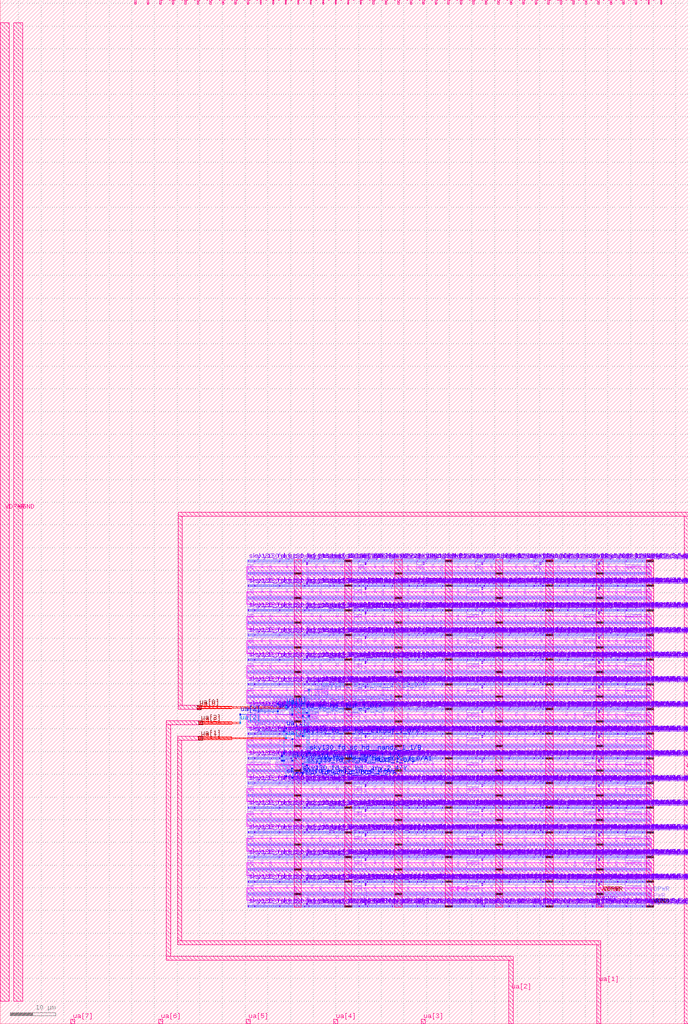
<source format=lef>
VERSION 5.7 ;
  NOWIREEXTENSIONATPIN ON ;
  DIVIDERCHAR "/" ;
  BUSBITCHARS "[]" ;
MACRO dgiota
  CLASS BLOCK ;
  FOREIGN dgiota ;
  ORIGIN -1.000 0.000 ;
  SIZE 151.710 BY 225.760 ;
  PIN ua[0]
    ANTENNADIFFAREA 0.601000 ;
    PORT
      LAYER li1 ;
        RECT 63.885 70.895 65.505 71.865 ;
        RECT 63.885 70.225 64.225 70.895 ;
        RECT 63.885 69.655 64.355 70.225 ;
      LAYER mcon ;
        RECT 63.945 70.165 64.115 70.335 ;
      LAYER met1 ;
        RECT 63.870 70.120 64.190 70.380 ;
      LAYER via ;
        RECT 63.900 70.120 64.160 70.380 ;
      LAYER met2 ;
        RECT 63.900 70.090 64.160 70.410 ;
        RECT 63.960 69.925 64.100 70.090 ;
        RECT 63.890 69.555 64.170 69.925 ;
      LAYER via2 ;
        RECT 63.890 69.600 64.170 69.880 ;
      LAYER met3 ;
        RECT 44.400 70.040 45.360 70.190 ;
        RECT 44.400 69.890 52.000 70.040 ;
        RECT 63.865 69.890 64.195 69.905 ;
        RECT 44.400 69.590 64.195 69.890 ;
        RECT 44.400 69.440 52.000 69.590 ;
        RECT 63.865 69.575 64.195 69.590 ;
        RECT 44.400 69.290 45.360 69.440 ;
      LAYER via3 ;
        RECT 44.430 69.290 45.330 70.190 ;
      LAYER met4 ;
        RECT 40.270 111.890 152.710 112.790 ;
        RECT 40.270 70.210 41.170 111.890 ;
        RECT 40.270 69.310 45.360 70.210 ;
        RECT 44.425 69.285 45.335 69.310 ;
        RECT 151.810 0.000 152.710 111.890 ;
    END
  END ua[0]
  PIN ua[1]
    ANTENNAGATEAREA 0.196500 ;
    PORT
      LAYER li1 ;
        RECT 57.005 64.945 57.345 65.315 ;
      LAYER mcon ;
        RECT 57.045 65.065 57.215 65.235 ;
      LAYER met1 ;
        RECT 56.985 65.220 57.275 65.265 ;
        RECT 63.870 65.220 64.190 65.280 ;
        RECT 56.985 65.080 64.190 65.220 ;
        RECT 56.985 65.035 57.275 65.080 ;
        RECT 63.870 65.020 64.190 65.080 ;
      LAYER via ;
        RECT 63.900 65.020 64.160 65.280 ;
      LAYER met2 ;
        RECT 63.900 64.990 64.160 65.310 ;
        RECT 63.960 63.125 64.100 64.990 ;
        RECT 63.890 62.755 64.170 63.125 ;
      LAYER via2 ;
        RECT 63.890 62.800 64.170 63.080 ;
      LAYER met3 ;
        RECT 44.700 63.240 45.660 63.390 ;
        RECT 44.700 63.090 52.000 63.240 ;
        RECT 63.865 63.090 64.195 63.105 ;
        RECT 44.700 62.790 64.195 63.090 ;
        RECT 44.700 62.640 52.000 62.790 ;
        RECT 63.865 62.775 64.195 62.790 ;
        RECT 44.700 62.490 45.660 62.640 ;
      LAYER via3 ;
        RECT 44.730 62.490 45.630 63.390 ;
      LAYER met4 ;
        RECT 44.725 63.390 45.635 63.395 ;
        RECT 40.140 62.490 45.635 63.390 ;
        RECT 40.140 18.330 41.040 62.490 ;
        RECT 44.725 62.485 45.635 62.490 ;
        RECT 40.140 17.430 133.390 18.330 ;
        RECT 132.490 0.000 133.390 17.430 ;
    END
  END ua[1]
  PIN ua[2]
    ANTENNAGATEAREA 0.196500 ;
    PORT
      LAYER li1 ;
        RECT 57.005 68.045 57.345 68.415 ;
      LAYER mcon ;
        RECT 57.045 68.125 57.215 68.295 ;
      LAYER met1 ;
        RECT 53.750 68.280 54.070 68.340 ;
        RECT 56.985 68.280 57.275 68.325 ;
        RECT 53.750 68.140 57.275 68.280 ;
        RECT 53.750 68.080 54.070 68.140 ;
        RECT 56.985 68.095 57.275 68.140 ;
      LAYER via ;
        RECT 53.780 68.080 54.040 68.340 ;
      LAYER met2 ;
        RECT 53.780 68.050 54.040 68.370 ;
        RECT 53.840 66.525 53.980 68.050 ;
        RECT 53.770 66.155 54.050 66.525 ;
      LAYER via2 ;
        RECT 53.770 66.200 54.050 66.480 ;
      LAYER met3 ;
        RECT 44.715 66.640 45.685 66.795 ;
        RECT 44.715 66.490 52.000 66.640 ;
        RECT 53.745 66.490 54.075 66.505 ;
        RECT 44.715 66.190 54.075 66.490 ;
        RECT 44.715 66.040 52.000 66.190 ;
        RECT 53.745 66.175 54.075 66.190 ;
        RECT 44.715 65.885 45.685 66.040 ;
      LAYER via3 ;
        RECT 44.745 65.885 45.655 66.795 ;
      LAYER met4 ;
        RECT 37.635 66.800 45.545 66.835 ;
        RECT 37.635 65.925 45.660 66.800 ;
        RECT 37.635 14.910 38.545 65.925 ;
        RECT 44.740 65.880 45.660 65.925 ;
        RECT 37.635 14.010 114.070 14.910 ;
        RECT 37.635 14.005 38.545 14.010 ;
        RECT 113.170 0.000 114.070 14.010 ;
    END
  END ua[2]
  PIN ua[3]
    PORT
      LAYER met4 ;
        RECT 93.850 0.000 94.750 1.000 ;
    END
  END ua[3]
  PIN ua[4]
    PORT
      LAYER met4 ;
        RECT 74.530 0.000 75.430 1.000 ;
    END
  END ua[4]
  PIN ua[5]
    PORT
      LAYER met4 ;
        RECT 55.210 0.000 56.110 1.000 ;
    END
  END ua[5]
  PIN ua[6]
    PORT
      LAYER met4 ;
        RECT 35.890 0.000 36.790 1.000 ;
    END
  END ua[6]
  PIN ua[7]
    PORT
      LAYER met4 ;
        RECT 16.570 0.000 17.470 1.000 ;
    END
  END ua[7]
  PIN VDPWR
    ANTENNAGATEAREA 1069.782959 ;
    ANTENNADIFFAREA 255.487289 ;
    PORT
      LAYER nwell ;
        RECT 55.330 97.905 144.490 100.735 ;
        RECT 55.330 92.465 144.490 95.295 ;
        RECT 55.330 87.025 144.490 89.855 ;
        RECT 55.330 81.585 144.490 84.415 ;
        RECT 55.330 76.145 144.490 78.975 ;
        RECT 55.330 70.705 144.490 73.535 ;
        RECT 55.330 65.265 144.490 68.095 ;
        RECT 55.330 59.825 144.490 62.655 ;
        RECT 55.330 54.385 144.490 57.215 ;
        RECT 55.330 48.945 144.490 51.775 ;
        RECT 55.330 43.505 144.490 46.335 ;
        RECT 55.330 38.065 144.490 40.895 ;
        RECT 55.330 32.625 144.490 35.455 ;
        RECT 55.330 27.185 144.490 30.015 ;
      LAYER li1 ;
        RECT 56.295 100.495 56.815 101.035 ;
        RECT 55.605 99.405 56.815 100.495 ;
        RECT 60.390 99.840 60.740 101.090 ;
        RECT 65.910 99.840 66.260 101.090 ;
        RECT 56.985 99.405 62.330 99.840 ;
        RECT 62.505 99.405 67.850 99.840 ;
        RECT 68.485 99.405 68.775 100.570 ;
        RECT 72.350 99.840 72.700 101.090 ;
        RECT 77.870 99.840 78.220 101.090 ;
        RECT 80.675 100.495 81.195 101.035 ;
        RECT 68.945 99.405 74.290 99.840 ;
        RECT 74.465 99.405 79.810 99.840 ;
        RECT 79.985 99.405 81.195 100.495 ;
        RECT 81.365 99.405 81.655 100.570 ;
        RECT 85.230 99.840 85.580 101.090 ;
        RECT 90.750 99.840 91.100 101.090 ;
        RECT 93.555 100.495 94.075 101.035 ;
        RECT 81.825 99.405 87.170 99.840 ;
        RECT 87.345 99.405 92.690 99.840 ;
        RECT 92.865 99.405 94.075 100.495 ;
        RECT 94.245 99.405 94.535 100.570 ;
        RECT 98.110 99.840 98.460 101.090 ;
        RECT 103.630 99.840 103.980 101.090 ;
        RECT 106.435 100.495 106.955 101.035 ;
        RECT 94.705 99.405 100.050 99.840 ;
        RECT 100.225 99.405 105.570 99.840 ;
        RECT 105.745 99.405 106.955 100.495 ;
        RECT 107.125 99.405 107.415 100.570 ;
        RECT 110.990 99.840 111.340 101.090 ;
        RECT 116.510 99.840 116.860 101.090 ;
        RECT 119.315 100.495 119.835 101.035 ;
        RECT 107.585 99.405 112.930 99.840 ;
        RECT 113.105 99.405 118.450 99.840 ;
        RECT 118.625 99.405 119.835 100.495 ;
        RECT 120.005 99.405 120.295 100.570 ;
        RECT 123.870 99.840 124.220 101.090 ;
        RECT 129.390 99.840 129.740 101.090 ;
        RECT 132.195 100.495 132.715 101.035 ;
        RECT 120.465 99.405 125.810 99.840 ;
        RECT 125.985 99.405 131.330 99.840 ;
        RECT 131.505 99.405 132.715 100.495 ;
        RECT 132.885 99.405 133.175 100.570 ;
        RECT 136.750 99.840 137.100 101.090 ;
        RECT 140.685 100.495 142.375 101.015 ;
        RECT 133.345 99.405 138.690 99.840 ;
        RECT 138.865 99.405 142.375 100.495 ;
        RECT 143.005 100.495 143.525 101.035 ;
        RECT 143.005 99.405 144.215 100.495 ;
        RECT 55.520 99.235 144.300 99.405 ;
        RECT 55.605 98.145 56.815 99.235 ;
        RECT 56.985 98.800 62.330 99.235 ;
        RECT 62.505 98.800 67.850 99.235 ;
        RECT 56.295 97.605 56.815 98.145 ;
        RECT 60.390 97.550 60.740 98.800 ;
        RECT 65.910 97.550 66.260 98.800 ;
        RECT 68.485 98.070 68.775 99.235 ;
        RECT 68.945 98.800 74.290 99.235 ;
        RECT 74.465 98.800 79.810 99.235 ;
        RECT 79.985 98.800 85.330 99.235 ;
        RECT 85.505 98.800 90.850 99.235 ;
        RECT 72.350 97.550 72.700 98.800 ;
        RECT 77.870 97.550 78.220 98.800 ;
        RECT 83.390 97.550 83.740 98.800 ;
        RECT 88.910 97.550 89.260 98.800 ;
        RECT 91.025 98.145 93.615 99.235 ;
        RECT 92.405 97.625 93.615 98.145 ;
        RECT 94.245 98.070 94.535 99.235 ;
        RECT 94.705 98.800 100.050 99.235 ;
        RECT 100.225 98.800 105.570 99.235 ;
        RECT 105.745 98.800 111.090 99.235 ;
        RECT 111.265 98.800 116.610 99.235 ;
        RECT 98.110 97.550 98.460 98.800 ;
        RECT 103.630 97.550 103.980 98.800 ;
        RECT 109.150 97.550 109.500 98.800 ;
        RECT 114.670 97.550 115.020 98.800 ;
        RECT 116.785 98.145 119.375 99.235 ;
        RECT 118.165 97.625 119.375 98.145 ;
        RECT 120.005 98.070 120.295 99.235 ;
        RECT 120.465 98.800 125.810 99.235 ;
        RECT 125.985 98.800 131.330 99.235 ;
        RECT 131.505 98.800 136.850 99.235 ;
        RECT 137.025 98.800 142.370 99.235 ;
        RECT 123.870 97.550 124.220 98.800 ;
        RECT 129.390 97.550 129.740 98.800 ;
        RECT 134.910 97.550 135.260 98.800 ;
        RECT 140.430 97.550 140.780 98.800 ;
        RECT 143.005 98.145 144.215 99.235 ;
        RECT 143.005 97.605 143.525 98.145 ;
        RECT 56.295 95.055 56.815 95.595 ;
        RECT 55.605 93.965 56.815 95.055 ;
        RECT 60.390 94.400 60.740 95.650 ;
        RECT 65.910 94.400 66.260 95.650 ;
        RECT 71.430 94.400 71.780 95.650 ;
        RECT 76.950 94.400 77.300 95.650 ;
        RECT 79.985 95.055 80.735 95.575 ;
        RECT 56.985 93.965 62.330 94.400 ;
        RECT 62.505 93.965 67.850 94.400 ;
        RECT 68.025 93.965 73.370 94.400 ;
        RECT 73.545 93.965 78.890 94.400 ;
        RECT 79.065 93.965 80.735 95.055 ;
        RECT 81.365 93.965 81.655 95.130 ;
        RECT 85.230 94.400 85.580 95.650 ;
        RECT 90.750 94.400 91.100 95.650 ;
        RECT 96.270 94.400 96.620 95.650 ;
        RECT 101.790 94.400 102.140 95.650 ;
        RECT 105.285 95.055 106.495 95.575 ;
        RECT 81.825 93.965 87.170 94.400 ;
        RECT 87.345 93.965 92.690 94.400 ;
        RECT 92.865 93.965 98.210 94.400 ;
        RECT 98.385 93.965 103.730 94.400 ;
        RECT 103.905 93.965 106.495 95.055 ;
        RECT 107.125 93.965 107.415 95.130 ;
        RECT 110.990 94.400 111.340 95.650 ;
        RECT 116.510 94.400 116.860 95.650 ;
        RECT 122.030 94.400 122.380 95.650 ;
        RECT 127.550 94.400 127.900 95.650 ;
        RECT 131.045 95.055 132.255 95.575 ;
        RECT 107.585 93.965 112.930 94.400 ;
        RECT 113.105 93.965 118.450 94.400 ;
        RECT 118.625 93.965 123.970 94.400 ;
        RECT 124.145 93.965 129.490 94.400 ;
        RECT 129.665 93.965 132.255 95.055 ;
        RECT 132.885 93.965 133.175 95.130 ;
        RECT 136.750 94.400 137.100 95.650 ;
        RECT 140.685 95.055 142.375 95.575 ;
        RECT 133.345 93.965 138.690 94.400 ;
        RECT 138.865 93.965 142.375 95.055 ;
        RECT 143.005 95.055 143.525 95.595 ;
        RECT 143.005 93.965 144.215 95.055 ;
        RECT 55.520 93.795 144.300 93.965 ;
        RECT 55.605 92.705 56.815 93.795 ;
        RECT 56.985 93.360 62.330 93.795 ;
        RECT 62.505 93.360 67.850 93.795 ;
        RECT 56.295 92.165 56.815 92.705 ;
        RECT 60.390 92.110 60.740 93.360 ;
        RECT 65.910 92.110 66.260 93.360 ;
        RECT 68.485 92.630 68.775 93.795 ;
        RECT 68.945 93.360 74.290 93.795 ;
        RECT 74.465 93.360 79.810 93.795 ;
        RECT 79.985 93.360 85.330 93.795 ;
        RECT 85.505 93.360 90.850 93.795 ;
        RECT 72.350 92.110 72.700 93.360 ;
        RECT 77.870 92.110 78.220 93.360 ;
        RECT 83.390 92.110 83.740 93.360 ;
        RECT 88.910 92.110 89.260 93.360 ;
        RECT 91.025 92.705 93.615 93.795 ;
        RECT 92.405 92.185 93.615 92.705 ;
        RECT 94.245 92.630 94.535 93.795 ;
        RECT 94.705 93.360 100.050 93.795 ;
        RECT 100.225 93.360 105.570 93.795 ;
        RECT 105.745 93.360 111.090 93.795 ;
        RECT 111.265 93.360 116.610 93.795 ;
        RECT 98.110 92.110 98.460 93.360 ;
        RECT 103.630 92.110 103.980 93.360 ;
        RECT 109.150 92.110 109.500 93.360 ;
        RECT 114.670 92.110 115.020 93.360 ;
        RECT 116.785 92.705 119.375 93.795 ;
        RECT 118.165 92.185 119.375 92.705 ;
        RECT 120.005 92.630 120.295 93.795 ;
        RECT 120.465 93.360 125.810 93.795 ;
        RECT 125.985 93.360 131.330 93.795 ;
        RECT 131.505 93.360 136.850 93.795 ;
        RECT 137.025 93.360 142.370 93.795 ;
        RECT 123.870 92.110 124.220 93.360 ;
        RECT 129.390 92.110 129.740 93.360 ;
        RECT 134.910 92.110 135.260 93.360 ;
        RECT 140.430 92.110 140.780 93.360 ;
        RECT 143.005 92.705 144.215 93.795 ;
        RECT 143.005 92.165 143.525 92.705 ;
        RECT 56.295 89.615 56.815 90.155 ;
        RECT 55.605 88.525 56.815 89.615 ;
        RECT 60.390 88.960 60.740 90.210 ;
        RECT 65.910 88.960 66.260 90.210 ;
        RECT 71.430 88.960 71.780 90.210 ;
        RECT 76.950 88.960 77.300 90.210 ;
        RECT 79.985 89.615 80.735 90.135 ;
        RECT 56.985 88.525 62.330 88.960 ;
        RECT 62.505 88.525 67.850 88.960 ;
        RECT 68.025 88.525 73.370 88.960 ;
        RECT 73.545 88.525 78.890 88.960 ;
        RECT 79.065 88.525 80.735 89.615 ;
        RECT 81.365 88.525 81.655 89.690 ;
        RECT 85.230 88.960 85.580 90.210 ;
        RECT 90.750 88.960 91.100 90.210 ;
        RECT 96.270 88.960 96.620 90.210 ;
        RECT 101.790 88.960 102.140 90.210 ;
        RECT 105.285 89.615 106.495 90.135 ;
        RECT 81.825 88.525 87.170 88.960 ;
        RECT 87.345 88.525 92.690 88.960 ;
        RECT 92.865 88.525 98.210 88.960 ;
        RECT 98.385 88.525 103.730 88.960 ;
        RECT 103.905 88.525 106.495 89.615 ;
        RECT 107.125 88.525 107.415 89.690 ;
        RECT 110.990 88.960 111.340 90.210 ;
        RECT 116.510 88.960 116.860 90.210 ;
        RECT 122.030 88.960 122.380 90.210 ;
        RECT 127.550 88.960 127.900 90.210 ;
        RECT 131.045 89.615 132.255 90.135 ;
        RECT 107.585 88.525 112.930 88.960 ;
        RECT 113.105 88.525 118.450 88.960 ;
        RECT 118.625 88.525 123.970 88.960 ;
        RECT 124.145 88.525 129.490 88.960 ;
        RECT 129.665 88.525 132.255 89.615 ;
        RECT 132.885 88.525 133.175 89.690 ;
        RECT 136.750 88.960 137.100 90.210 ;
        RECT 140.685 89.615 142.375 90.135 ;
        RECT 133.345 88.525 138.690 88.960 ;
        RECT 138.865 88.525 142.375 89.615 ;
        RECT 143.005 89.615 143.525 90.155 ;
        RECT 143.005 88.525 144.215 89.615 ;
        RECT 55.520 88.355 144.300 88.525 ;
        RECT 55.605 87.265 56.815 88.355 ;
        RECT 56.985 87.920 62.330 88.355 ;
        RECT 62.505 87.920 67.850 88.355 ;
        RECT 56.295 86.725 56.815 87.265 ;
        RECT 60.390 86.670 60.740 87.920 ;
        RECT 65.910 86.670 66.260 87.920 ;
        RECT 68.485 87.190 68.775 88.355 ;
        RECT 68.945 87.920 74.290 88.355 ;
        RECT 74.465 87.920 79.810 88.355 ;
        RECT 79.985 87.920 85.330 88.355 ;
        RECT 85.505 87.920 90.850 88.355 ;
        RECT 72.350 86.670 72.700 87.920 ;
        RECT 77.870 86.670 78.220 87.920 ;
        RECT 83.390 86.670 83.740 87.920 ;
        RECT 88.910 86.670 89.260 87.920 ;
        RECT 91.025 87.265 93.615 88.355 ;
        RECT 92.405 86.745 93.615 87.265 ;
        RECT 94.245 87.190 94.535 88.355 ;
        RECT 94.705 87.920 100.050 88.355 ;
        RECT 100.225 87.920 105.570 88.355 ;
        RECT 105.745 87.920 111.090 88.355 ;
        RECT 111.265 87.920 116.610 88.355 ;
        RECT 98.110 86.670 98.460 87.920 ;
        RECT 103.630 86.670 103.980 87.920 ;
        RECT 109.150 86.670 109.500 87.920 ;
        RECT 114.670 86.670 115.020 87.920 ;
        RECT 116.785 87.265 119.375 88.355 ;
        RECT 118.165 86.745 119.375 87.265 ;
        RECT 120.005 87.190 120.295 88.355 ;
        RECT 120.465 87.920 125.810 88.355 ;
        RECT 125.985 87.920 131.330 88.355 ;
        RECT 131.505 87.920 136.850 88.355 ;
        RECT 137.025 87.920 142.370 88.355 ;
        RECT 123.870 86.670 124.220 87.920 ;
        RECT 129.390 86.670 129.740 87.920 ;
        RECT 134.910 86.670 135.260 87.920 ;
        RECT 140.430 86.670 140.780 87.920 ;
        RECT 143.005 87.265 144.215 88.355 ;
        RECT 143.005 86.725 143.525 87.265 ;
        RECT 56.295 84.175 56.815 84.715 ;
        RECT 55.605 83.085 56.815 84.175 ;
        RECT 60.390 83.520 60.740 84.770 ;
        RECT 65.910 83.520 66.260 84.770 ;
        RECT 71.430 83.520 71.780 84.770 ;
        RECT 76.950 83.520 77.300 84.770 ;
        RECT 79.985 84.175 80.735 84.695 ;
        RECT 56.985 83.085 62.330 83.520 ;
        RECT 62.505 83.085 67.850 83.520 ;
        RECT 68.025 83.085 73.370 83.520 ;
        RECT 73.545 83.085 78.890 83.520 ;
        RECT 79.065 83.085 80.735 84.175 ;
        RECT 81.365 83.085 81.655 84.250 ;
        RECT 85.230 83.520 85.580 84.770 ;
        RECT 90.750 83.520 91.100 84.770 ;
        RECT 96.270 83.520 96.620 84.770 ;
        RECT 101.790 83.520 102.140 84.770 ;
        RECT 105.285 84.175 106.495 84.695 ;
        RECT 81.825 83.085 87.170 83.520 ;
        RECT 87.345 83.085 92.690 83.520 ;
        RECT 92.865 83.085 98.210 83.520 ;
        RECT 98.385 83.085 103.730 83.520 ;
        RECT 103.905 83.085 106.495 84.175 ;
        RECT 107.125 83.085 107.415 84.250 ;
        RECT 110.990 83.520 111.340 84.770 ;
        RECT 116.510 83.520 116.860 84.770 ;
        RECT 122.030 83.520 122.380 84.770 ;
        RECT 127.550 83.520 127.900 84.770 ;
        RECT 131.045 84.175 132.255 84.695 ;
        RECT 107.585 83.085 112.930 83.520 ;
        RECT 113.105 83.085 118.450 83.520 ;
        RECT 118.625 83.085 123.970 83.520 ;
        RECT 124.145 83.085 129.490 83.520 ;
        RECT 129.665 83.085 132.255 84.175 ;
        RECT 132.885 83.085 133.175 84.250 ;
        RECT 136.750 83.520 137.100 84.770 ;
        RECT 140.685 84.175 142.375 84.695 ;
        RECT 133.345 83.085 138.690 83.520 ;
        RECT 138.865 83.085 142.375 84.175 ;
        RECT 143.005 84.175 143.525 84.715 ;
        RECT 143.005 83.085 144.215 84.175 ;
        RECT 55.520 82.915 144.300 83.085 ;
        RECT 55.605 81.825 56.815 82.915 ;
        RECT 56.985 82.480 62.330 82.915 ;
        RECT 62.505 82.480 67.850 82.915 ;
        RECT 56.295 81.285 56.815 81.825 ;
        RECT 60.390 81.230 60.740 82.480 ;
        RECT 65.910 81.230 66.260 82.480 ;
        RECT 68.485 81.750 68.775 82.915 ;
        RECT 68.945 82.480 74.290 82.915 ;
        RECT 74.465 82.480 79.810 82.915 ;
        RECT 79.985 82.480 85.330 82.915 ;
        RECT 85.505 82.480 90.850 82.915 ;
        RECT 72.350 81.230 72.700 82.480 ;
        RECT 77.870 81.230 78.220 82.480 ;
        RECT 83.390 81.230 83.740 82.480 ;
        RECT 88.910 81.230 89.260 82.480 ;
        RECT 91.025 81.825 93.615 82.915 ;
        RECT 92.405 81.305 93.615 81.825 ;
        RECT 94.245 81.750 94.535 82.915 ;
        RECT 94.705 82.480 100.050 82.915 ;
        RECT 100.225 82.480 105.570 82.915 ;
        RECT 105.745 82.480 111.090 82.915 ;
        RECT 111.265 82.480 116.610 82.915 ;
        RECT 98.110 81.230 98.460 82.480 ;
        RECT 103.630 81.230 103.980 82.480 ;
        RECT 109.150 81.230 109.500 82.480 ;
        RECT 114.670 81.230 115.020 82.480 ;
        RECT 116.785 81.825 119.375 82.915 ;
        RECT 118.165 81.305 119.375 81.825 ;
        RECT 120.005 81.750 120.295 82.915 ;
        RECT 120.465 82.480 125.810 82.915 ;
        RECT 125.985 82.480 131.330 82.915 ;
        RECT 131.505 82.480 136.850 82.915 ;
        RECT 137.025 82.480 142.370 82.915 ;
        RECT 123.870 81.230 124.220 82.480 ;
        RECT 129.390 81.230 129.740 82.480 ;
        RECT 134.910 81.230 135.260 82.480 ;
        RECT 140.430 81.230 140.780 82.480 ;
        RECT 143.005 81.825 144.215 82.915 ;
        RECT 143.005 81.285 143.525 81.825 ;
        RECT 56.295 78.735 56.815 79.275 ;
        RECT 55.605 77.645 56.815 78.735 ;
        RECT 60.390 78.080 60.740 79.330 ;
        RECT 65.910 78.080 66.260 79.330 ;
        RECT 71.430 78.080 71.780 79.330 ;
        RECT 76.950 78.080 77.300 79.330 ;
        RECT 79.985 78.735 80.735 79.255 ;
        RECT 56.985 77.645 62.330 78.080 ;
        RECT 62.505 77.645 67.850 78.080 ;
        RECT 68.025 77.645 73.370 78.080 ;
        RECT 73.545 77.645 78.890 78.080 ;
        RECT 79.065 77.645 80.735 78.735 ;
        RECT 81.365 77.645 81.655 78.810 ;
        RECT 85.230 78.080 85.580 79.330 ;
        RECT 90.750 78.080 91.100 79.330 ;
        RECT 96.270 78.080 96.620 79.330 ;
        RECT 101.790 78.080 102.140 79.330 ;
        RECT 105.285 78.735 106.495 79.255 ;
        RECT 81.825 77.645 87.170 78.080 ;
        RECT 87.345 77.645 92.690 78.080 ;
        RECT 92.865 77.645 98.210 78.080 ;
        RECT 98.385 77.645 103.730 78.080 ;
        RECT 103.905 77.645 106.495 78.735 ;
        RECT 107.125 77.645 107.415 78.810 ;
        RECT 110.990 78.080 111.340 79.330 ;
        RECT 116.510 78.080 116.860 79.330 ;
        RECT 122.030 78.080 122.380 79.330 ;
        RECT 127.550 78.080 127.900 79.330 ;
        RECT 131.045 78.735 132.255 79.255 ;
        RECT 107.585 77.645 112.930 78.080 ;
        RECT 113.105 77.645 118.450 78.080 ;
        RECT 118.625 77.645 123.970 78.080 ;
        RECT 124.145 77.645 129.490 78.080 ;
        RECT 129.665 77.645 132.255 78.735 ;
        RECT 132.885 77.645 133.175 78.810 ;
        RECT 136.750 78.080 137.100 79.330 ;
        RECT 140.685 78.735 142.375 79.255 ;
        RECT 133.345 77.645 138.690 78.080 ;
        RECT 138.865 77.645 142.375 78.735 ;
        RECT 143.005 78.735 143.525 79.275 ;
        RECT 143.005 77.645 144.215 78.735 ;
        RECT 55.520 77.475 144.300 77.645 ;
        RECT 55.605 76.385 56.815 77.475 ;
        RECT 56.985 77.040 62.330 77.475 ;
        RECT 62.505 77.040 67.850 77.475 ;
        RECT 56.295 75.845 56.815 76.385 ;
        RECT 60.390 75.790 60.740 77.040 ;
        RECT 65.910 75.790 66.260 77.040 ;
        RECT 68.485 76.310 68.775 77.475 ;
        RECT 68.945 77.040 74.290 77.475 ;
        RECT 74.465 77.040 79.810 77.475 ;
        RECT 79.985 77.040 85.330 77.475 ;
        RECT 85.505 77.040 90.850 77.475 ;
        RECT 72.350 75.790 72.700 77.040 ;
        RECT 77.870 75.790 78.220 77.040 ;
        RECT 83.390 75.790 83.740 77.040 ;
        RECT 88.910 75.790 89.260 77.040 ;
        RECT 91.025 76.385 93.615 77.475 ;
        RECT 92.405 75.865 93.615 76.385 ;
        RECT 94.245 76.310 94.535 77.475 ;
        RECT 94.705 77.040 100.050 77.475 ;
        RECT 100.225 77.040 105.570 77.475 ;
        RECT 105.745 77.040 111.090 77.475 ;
        RECT 111.265 77.040 116.610 77.475 ;
        RECT 98.110 75.790 98.460 77.040 ;
        RECT 103.630 75.790 103.980 77.040 ;
        RECT 109.150 75.790 109.500 77.040 ;
        RECT 114.670 75.790 115.020 77.040 ;
        RECT 116.785 76.385 119.375 77.475 ;
        RECT 118.165 75.865 119.375 76.385 ;
        RECT 120.005 76.310 120.295 77.475 ;
        RECT 120.465 77.040 125.810 77.475 ;
        RECT 125.985 77.040 131.330 77.475 ;
        RECT 131.505 77.040 136.850 77.475 ;
        RECT 137.025 77.040 142.370 77.475 ;
        RECT 123.870 75.790 124.220 77.040 ;
        RECT 129.390 75.790 129.740 77.040 ;
        RECT 134.910 75.790 135.260 77.040 ;
        RECT 140.430 75.790 140.780 77.040 ;
        RECT 143.005 76.385 144.215 77.475 ;
        RECT 143.005 75.845 143.525 76.385 ;
        RECT 56.295 73.295 56.815 73.835 ;
        RECT 55.605 72.205 56.815 73.295 ;
        RECT 60.390 72.640 60.740 73.890 ;
        RECT 65.910 72.640 66.260 73.890 ;
        RECT 68.945 73.295 69.695 73.815 ;
        RECT 56.985 72.205 62.330 72.640 ;
        RECT 62.505 72.205 67.850 72.640 ;
        RECT 68.025 72.205 69.695 73.295 ;
        RECT 70.365 72.205 70.595 73.345 ;
        RECT 71.265 72.205 71.475 73.345 ;
        RECT 72.180 72.205 72.510 72.965 ;
        RECT 73.110 72.205 73.370 73.355 ;
        RECT 76.950 72.640 77.300 73.890 ;
        RECT 79.985 73.295 80.735 73.815 ;
        RECT 73.545 72.205 78.890 72.640 ;
        RECT 79.065 72.205 80.735 73.295 ;
        RECT 81.365 72.205 81.655 73.370 ;
        RECT 85.230 72.640 85.580 73.890 ;
        RECT 90.750 72.640 91.100 73.890 ;
        RECT 96.270 72.640 96.620 73.890 ;
        RECT 101.790 72.640 102.140 73.890 ;
        RECT 105.285 73.295 106.495 73.815 ;
        RECT 81.825 72.205 87.170 72.640 ;
        RECT 87.345 72.205 92.690 72.640 ;
        RECT 92.865 72.205 98.210 72.640 ;
        RECT 98.385 72.205 103.730 72.640 ;
        RECT 103.905 72.205 106.495 73.295 ;
        RECT 107.125 72.205 107.415 73.370 ;
        RECT 110.990 72.640 111.340 73.890 ;
        RECT 116.510 72.640 116.860 73.890 ;
        RECT 122.030 72.640 122.380 73.890 ;
        RECT 127.550 72.640 127.900 73.890 ;
        RECT 131.045 73.295 132.255 73.815 ;
        RECT 107.585 72.205 112.930 72.640 ;
        RECT 113.105 72.205 118.450 72.640 ;
        RECT 118.625 72.205 123.970 72.640 ;
        RECT 124.145 72.205 129.490 72.640 ;
        RECT 129.665 72.205 132.255 73.295 ;
        RECT 132.885 72.205 133.175 73.370 ;
        RECT 136.750 72.640 137.100 73.890 ;
        RECT 140.685 73.295 142.375 73.815 ;
        RECT 133.345 72.205 138.690 72.640 ;
        RECT 138.865 72.205 142.375 73.295 ;
        RECT 143.005 73.295 143.525 73.835 ;
        RECT 143.005 72.205 144.215 73.295 ;
        RECT 55.520 72.035 144.300 72.205 ;
        RECT 55.605 70.945 56.815 72.035 ;
        RECT 56.985 70.945 60.495 72.035 ;
        RECT 56.295 70.405 56.815 70.945 ;
        RECT 58.805 70.425 60.495 70.945 ;
        RECT 61.185 70.895 61.395 72.035 ;
        RECT 62.065 70.895 62.295 72.035 ;
        RECT 62.505 70.895 62.785 72.035 ;
        RECT 63.455 70.895 63.715 72.035 ;
        RECT 65.675 71.575 66.040 72.035 ;
        RECT 66.635 71.575 66.965 72.035 ;
        RECT 68.485 70.870 68.775 72.035 ;
        RECT 68.945 71.600 74.290 72.035 ;
        RECT 74.465 71.600 79.810 72.035 ;
        RECT 79.985 71.600 85.330 72.035 ;
        RECT 85.505 71.600 90.850 72.035 ;
        RECT 72.350 70.350 72.700 71.600 ;
        RECT 77.870 70.350 78.220 71.600 ;
        RECT 83.390 70.350 83.740 71.600 ;
        RECT 88.910 70.350 89.260 71.600 ;
        RECT 91.025 70.945 93.615 72.035 ;
        RECT 92.405 70.425 93.615 70.945 ;
        RECT 94.245 70.870 94.535 72.035 ;
        RECT 94.705 71.600 100.050 72.035 ;
        RECT 100.225 71.600 105.570 72.035 ;
        RECT 105.745 71.600 111.090 72.035 ;
        RECT 111.265 71.600 116.610 72.035 ;
        RECT 98.110 70.350 98.460 71.600 ;
        RECT 103.630 70.350 103.980 71.600 ;
        RECT 109.150 70.350 109.500 71.600 ;
        RECT 114.670 70.350 115.020 71.600 ;
        RECT 116.785 70.945 119.375 72.035 ;
        RECT 118.165 70.425 119.375 70.945 ;
        RECT 120.005 70.870 120.295 72.035 ;
        RECT 120.465 71.600 125.810 72.035 ;
        RECT 125.985 71.600 131.330 72.035 ;
        RECT 131.505 71.600 136.850 72.035 ;
        RECT 137.025 71.600 142.370 72.035 ;
        RECT 123.870 70.350 124.220 71.600 ;
        RECT 129.390 70.350 129.740 71.600 ;
        RECT 134.910 70.350 135.260 71.600 ;
        RECT 140.430 70.350 140.780 71.600 ;
        RECT 143.005 70.945 144.215 72.035 ;
        RECT 143.005 70.405 143.525 70.945 ;
        RECT 56.295 67.855 56.815 68.395 ;
        RECT 55.605 66.765 56.815 67.855 ;
        RECT 57.425 66.765 57.755 67.525 ;
        RECT 61.770 67.200 62.120 68.450 ;
        RECT 58.365 66.765 63.710 67.200 ;
        RECT 64.805 66.765 65.065 67.905 ;
        RECT 65.735 66.765 65.905 67.565 ;
        RECT 66.575 66.765 66.830 67.565 ;
        RECT 67.535 66.765 67.970 67.555 ;
        RECT 74.650 67.200 75.000 68.450 ;
        RECT 78.585 67.855 80.275 68.375 ;
        RECT 69.000 66.765 69.330 67.125 ;
        RECT 71.245 66.765 76.590 67.200 ;
        RECT 76.765 66.765 80.275 67.855 ;
        RECT 81.365 66.765 81.655 67.930 ;
        RECT 85.230 67.200 85.580 68.450 ;
        RECT 90.750 67.200 91.100 68.450 ;
        RECT 96.270 67.200 96.620 68.450 ;
        RECT 101.790 67.200 102.140 68.450 ;
        RECT 105.285 67.855 106.495 68.375 ;
        RECT 81.825 66.765 87.170 67.200 ;
        RECT 87.345 66.765 92.690 67.200 ;
        RECT 92.865 66.765 98.210 67.200 ;
        RECT 98.385 66.765 103.730 67.200 ;
        RECT 103.905 66.765 106.495 67.855 ;
        RECT 107.125 66.765 107.415 67.930 ;
        RECT 110.990 67.200 111.340 68.450 ;
        RECT 116.510 67.200 116.860 68.450 ;
        RECT 122.030 67.200 122.380 68.450 ;
        RECT 127.550 67.200 127.900 68.450 ;
        RECT 131.045 67.855 132.255 68.375 ;
        RECT 107.585 66.765 112.930 67.200 ;
        RECT 113.105 66.765 118.450 67.200 ;
        RECT 118.625 66.765 123.970 67.200 ;
        RECT 124.145 66.765 129.490 67.200 ;
        RECT 129.665 66.765 132.255 67.855 ;
        RECT 132.885 66.765 133.175 67.930 ;
        RECT 136.750 67.200 137.100 68.450 ;
        RECT 140.685 67.855 142.375 68.375 ;
        RECT 133.345 66.765 138.690 67.200 ;
        RECT 138.865 66.765 142.375 67.855 ;
        RECT 143.005 67.855 143.525 68.395 ;
        RECT 143.005 66.765 144.215 67.855 ;
        RECT 55.520 66.595 144.300 66.765 ;
        RECT 55.605 65.505 56.815 66.595 ;
        RECT 57.425 65.835 57.755 66.595 ;
        RECT 58.365 66.160 63.710 66.595 ;
        RECT 56.295 64.965 56.815 65.505 ;
        RECT 61.770 64.910 62.120 66.160 ;
        RECT 63.885 65.505 67.395 66.595 ;
        RECT 65.705 64.985 67.395 65.505 ;
        RECT 68.485 65.430 68.775 66.595 ;
        RECT 68.945 66.160 74.290 66.595 ;
        RECT 74.465 66.160 79.810 66.595 ;
        RECT 79.985 66.160 85.330 66.595 ;
        RECT 85.505 66.160 90.850 66.595 ;
        RECT 72.350 64.910 72.700 66.160 ;
        RECT 77.870 64.910 78.220 66.160 ;
        RECT 83.390 64.910 83.740 66.160 ;
        RECT 88.910 64.910 89.260 66.160 ;
        RECT 91.025 65.505 93.615 66.595 ;
        RECT 92.405 64.985 93.615 65.505 ;
        RECT 94.245 65.430 94.535 66.595 ;
        RECT 94.705 66.160 100.050 66.595 ;
        RECT 100.225 66.160 105.570 66.595 ;
        RECT 105.745 66.160 111.090 66.595 ;
        RECT 111.265 66.160 116.610 66.595 ;
        RECT 98.110 64.910 98.460 66.160 ;
        RECT 103.630 64.910 103.980 66.160 ;
        RECT 109.150 64.910 109.500 66.160 ;
        RECT 114.670 64.910 115.020 66.160 ;
        RECT 116.785 65.505 119.375 66.595 ;
        RECT 118.165 64.985 119.375 65.505 ;
        RECT 120.005 65.430 120.295 66.595 ;
        RECT 120.465 66.160 125.810 66.595 ;
        RECT 125.985 66.160 131.330 66.595 ;
        RECT 131.505 66.160 136.850 66.595 ;
        RECT 137.025 66.160 142.370 66.595 ;
        RECT 123.870 64.910 124.220 66.160 ;
        RECT 129.390 64.910 129.740 66.160 ;
        RECT 134.910 64.910 135.260 66.160 ;
        RECT 140.430 64.910 140.780 66.160 ;
        RECT 143.005 65.505 144.215 66.595 ;
        RECT 143.005 64.965 143.525 65.505 ;
        RECT 56.295 62.415 56.815 62.955 ;
        RECT 55.605 61.325 56.815 62.415 ;
        RECT 60.390 61.760 60.740 63.010 ;
        RECT 63.885 62.415 65.095 62.935 ;
        RECT 56.985 61.325 62.330 61.760 ;
        RECT 62.505 61.325 65.095 62.415 ;
        RECT 66.165 61.325 66.495 62.085 ;
        RECT 70.510 61.760 70.860 63.010 ;
        RECT 76.030 61.760 76.380 63.010 ;
        RECT 79.525 62.415 80.735 62.935 ;
        RECT 67.105 61.325 72.450 61.760 ;
        RECT 72.625 61.325 77.970 61.760 ;
        RECT 78.145 61.325 80.735 62.415 ;
        RECT 81.365 61.325 81.655 62.490 ;
        RECT 85.230 61.760 85.580 63.010 ;
        RECT 90.750 61.760 91.100 63.010 ;
        RECT 96.270 61.760 96.620 63.010 ;
        RECT 101.790 61.760 102.140 63.010 ;
        RECT 105.285 62.415 106.495 62.935 ;
        RECT 81.825 61.325 87.170 61.760 ;
        RECT 87.345 61.325 92.690 61.760 ;
        RECT 92.865 61.325 98.210 61.760 ;
        RECT 98.385 61.325 103.730 61.760 ;
        RECT 103.905 61.325 106.495 62.415 ;
        RECT 107.125 61.325 107.415 62.490 ;
        RECT 110.990 61.760 111.340 63.010 ;
        RECT 116.510 61.760 116.860 63.010 ;
        RECT 122.030 61.760 122.380 63.010 ;
        RECT 127.550 61.760 127.900 63.010 ;
        RECT 131.045 62.415 132.255 62.935 ;
        RECT 107.585 61.325 112.930 61.760 ;
        RECT 113.105 61.325 118.450 61.760 ;
        RECT 118.625 61.325 123.970 61.760 ;
        RECT 124.145 61.325 129.490 61.760 ;
        RECT 129.665 61.325 132.255 62.415 ;
        RECT 132.885 61.325 133.175 62.490 ;
        RECT 136.750 61.760 137.100 63.010 ;
        RECT 140.685 62.415 142.375 62.935 ;
        RECT 133.345 61.325 138.690 61.760 ;
        RECT 138.865 61.325 142.375 62.415 ;
        RECT 143.005 62.415 143.525 62.955 ;
        RECT 143.005 61.325 144.215 62.415 ;
        RECT 55.520 61.155 144.300 61.325 ;
        RECT 55.605 60.065 56.815 61.155 ;
        RECT 56.985 60.720 62.330 61.155 ;
        RECT 56.295 59.525 56.815 60.065 ;
        RECT 60.390 59.470 60.740 60.720 ;
        RECT 62.505 60.065 66.015 61.155 ;
        RECT 64.325 59.545 66.015 60.065 ;
        RECT 66.645 60.015 66.905 61.155 ;
        RECT 67.575 60.015 67.855 61.155 ;
        RECT 68.485 59.990 68.775 61.155 ;
        RECT 68.945 60.720 74.290 61.155 ;
        RECT 74.465 60.720 79.810 61.155 ;
        RECT 79.985 60.720 85.330 61.155 ;
        RECT 85.505 60.720 90.850 61.155 ;
        RECT 72.350 59.470 72.700 60.720 ;
        RECT 77.870 59.470 78.220 60.720 ;
        RECT 83.390 59.470 83.740 60.720 ;
        RECT 88.910 59.470 89.260 60.720 ;
        RECT 91.025 60.065 93.615 61.155 ;
        RECT 92.405 59.545 93.615 60.065 ;
        RECT 94.245 59.990 94.535 61.155 ;
        RECT 94.705 60.720 100.050 61.155 ;
        RECT 100.225 60.720 105.570 61.155 ;
        RECT 105.745 60.720 111.090 61.155 ;
        RECT 111.265 60.720 116.610 61.155 ;
        RECT 98.110 59.470 98.460 60.720 ;
        RECT 103.630 59.470 103.980 60.720 ;
        RECT 109.150 59.470 109.500 60.720 ;
        RECT 114.670 59.470 115.020 60.720 ;
        RECT 116.785 60.065 119.375 61.155 ;
        RECT 118.165 59.545 119.375 60.065 ;
        RECT 120.005 59.990 120.295 61.155 ;
        RECT 120.465 60.720 125.810 61.155 ;
        RECT 125.985 60.720 131.330 61.155 ;
        RECT 131.505 60.720 136.850 61.155 ;
        RECT 137.025 60.720 142.370 61.155 ;
        RECT 123.870 59.470 124.220 60.720 ;
        RECT 129.390 59.470 129.740 60.720 ;
        RECT 134.910 59.470 135.260 60.720 ;
        RECT 140.430 59.470 140.780 60.720 ;
        RECT 143.005 60.065 144.215 61.155 ;
        RECT 143.005 59.525 143.525 60.065 ;
        RECT 56.295 56.975 56.815 57.515 ;
        RECT 58.805 56.975 60.495 57.495 ;
        RECT 55.605 55.885 56.815 56.975 ;
        RECT 56.985 55.885 60.495 56.975 ;
        RECT 62.335 55.885 62.505 56.645 ;
        RECT 64.875 55.885 65.045 57.025 ;
        RECT 66.235 55.885 66.405 57.025 ;
        RECT 68.775 55.885 68.945 56.645 ;
        RECT 69.905 55.885 70.135 57.025 ;
        RECT 70.805 55.885 71.015 57.025 ;
        RECT 71.285 55.885 71.515 57.025 ;
        RECT 72.185 55.885 72.395 57.025 ;
        RECT 76.030 56.320 76.380 57.570 ;
        RECT 79.525 56.975 80.735 57.495 ;
        RECT 72.625 55.885 77.970 56.320 ;
        RECT 78.145 55.885 80.735 56.975 ;
        RECT 81.365 55.885 81.655 57.050 ;
        RECT 85.230 56.320 85.580 57.570 ;
        RECT 90.750 56.320 91.100 57.570 ;
        RECT 96.270 56.320 96.620 57.570 ;
        RECT 101.790 56.320 102.140 57.570 ;
        RECT 105.285 56.975 106.495 57.495 ;
        RECT 81.825 55.885 87.170 56.320 ;
        RECT 87.345 55.885 92.690 56.320 ;
        RECT 92.865 55.885 98.210 56.320 ;
        RECT 98.385 55.885 103.730 56.320 ;
        RECT 103.905 55.885 106.495 56.975 ;
        RECT 107.125 55.885 107.415 57.050 ;
        RECT 110.990 56.320 111.340 57.570 ;
        RECT 116.510 56.320 116.860 57.570 ;
        RECT 122.030 56.320 122.380 57.570 ;
        RECT 127.550 56.320 127.900 57.570 ;
        RECT 131.045 56.975 132.255 57.495 ;
        RECT 107.585 55.885 112.930 56.320 ;
        RECT 113.105 55.885 118.450 56.320 ;
        RECT 118.625 55.885 123.970 56.320 ;
        RECT 124.145 55.885 129.490 56.320 ;
        RECT 129.665 55.885 132.255 56.975 ;
        RECT 132.885 55.885 133.175 57.050 ;
        RECT 136.750 56.320 137.100 57.570 ;
        RECT 140.685 56.975 142.375 57.495 ;
        RECT 133.345 55.885 138.690 56.320 ;
        RECT 138.865 55.885 142.375 56.975 ;
        RECT 143.005 56.975 143.525 57.515 ;
        RECT 143.005 55.885 144.215 56.975 ;
        RECT 55.520 55.715 144.300 55.885 ;
        RECT 55.605 54.625 56.815 55.715 ;
        RECT 56.985 55.280 62.330 55.715 ;
        RECT 56.295 54.085 56.815 54.625 ;
        RECT 60.390 54.030 60.740 55.280 ;
        RECT 62.505 54.625 65.095 55.715 ;
        RECT 65.705 54.955 66.035 55.715 ;
        RECT 63.885 54.105 65.095 54.625 ;
        RECT 66.685 54.575 66.915 55.715 ;
        RECT 67.585 54.575 67.795 55.715 ;
        RECT 68.485 54.550 68.775 55.715 ;
        RECT 68.945 55.280 74.290 55.715 ;
        RECT 74.465 55.280 79.810 55.715 ;
        RECT 79.985 55.280 85.330 55.715 ;
        RECT 85.505 55.280 90.850 55.715 ;
        RECT 72.350 54.030 72.700 55.280 ;
        RECT 77.870 54.030 78.220 55.280 ;
        RECT 83.390 54.030 83.740 55.280 ;
        RECT 88.910 54.030 89.260 55.280 ;
        RECT 91.025 54.625 93.615 55.715 ;
        RECT 92.405 54.105 93.615 54.625 ;
        RECT 94.245 54.550 94.535 55.715 ;
        RECT 94.705 55.280 100.050 55.715 ;
        RECT 100.225 55.280 105.570 55.715 ;
        RECT 105.745 55.280 111.090 55.715 ;
        RECT 111.265 55.280 116.610 55.715 ;
        RECT 98.110 54.030 98.460 55.280 ;
        RECT 103.630 54.030 103.980 55.280 ;
        RECT 109.150 54.030 109.500 55.280 ;
        RECT 114.670 54.030 115.020 55.280 ;
        RECT 116.785 54.625 119.375 55.715 ;
        RECT 118.165 54.105 119.375 54.625 ;
        RECT 120.005 54.550 120.295 55.715 ;
        RECT 120.465 55.280 125.810 55.715 ;
        RECT 125.985 55.280 131.330 55.715 ;
        RECT 131.505 55.280 136.850 55.715 ;
        RECT 137.025 55.280 142.370 55.715 ;
        RECT 123.870 54.030 124.220 55.280 ;
        RECT 129.390 54.030 129.740 55.280 ;
        RECT 134.910 54.030 135.260 55.280 ;
        RECT 140.430 54.030 140.780 55.280 ;
        RECT 143.005 54.625 144.215 55.715 ;
        RECT 143.005 54.085 143.525 54.625 ;
        RECT 56.295 51.535 56.815 52.075 ;
        RECT 55.605 50.445 56.815 51.535 ;
        RECT 60.390 50.880 60.740 52.130 ;
        RECT 65.910 50.880 66.260 52.130 ;
        RECT 71.430 50.880 71.780 52.130 ;
        RECT 76.950 50.880 77.300 52.130 ;
        RECT 79.985 51.535 80.735 52.055 ;
        RECT 56.985 50.445 62.330 50.880 ;
        RECT 62.505 50.445 67.850 50.880 ;
        RECT 68.025 50.445 73.370 50.880 ;
        RECT 73.545 50.445 78.890 50.880 ;
        RECT 79.065 50.445 80.735 51.535 ;
        RECT 81.365 50.445 81.655 51.610 ;
        RECT 85.230 50.880 85.580 52.130 ;
        RECT 90.750 50.880 91.100 52.130 ;
        RECT 96.270 50.880 96.620 52.130 ;
        RECT 101.790 50.880 102.140 52.130 ;
        RECT 105.285 51.535 106.495 52.055 ;
        RECT 81.825 50.445 87.170 50.880 ;
        RECT 87.345 50.445 92.690 50.880 ;
        RECT 92.865 50.445 98.210 50.880 ;
        RECT 98.385 50.445 103.730 50.880 ;
        RECT 103.905 50.445 106.495 51.535 ;
        RECT 107.125 50.445 107.415 51.610 ;
        RECT 110.990 50.880 111.340 52.130 ;
        RECT 116.510 50.880 116.860 52.130 ;
        RECT 122.030 50.880 122.380 52.130 ;
        RECT 127.550 50.880 127.900 52.130 ;
        RECT 131.045 51.535 132.255 52.055 ;
        RECT 107.585 50.445 112.930 50.880 ;
        RECT 113.105 50.445 118.450 50.880 ;
        RECT 118.625 50.445 123.970 50.880 ;
        RECT 124.145 50.445 129.490 50.880 ;
        RECT 129.665 50.445 132.255 51.535 ;
        RECT 132.885 50.445 133.175 51.610 ;
        RECT 136.750 50.880 137.100 52.130 ;
        RECT 140.685 51.535 142.375 52.055 ;
        RECT 133.345 50.445 138.690 50.880 ;
        RECT 138.865 50.445 142.375 51.535 ;
        RECT 143.005 51.535 143.525 52.075 ;
        RECT 143.005 50.445 144.215 51.535 ;
        RECT 55.520 50.275 144.300 50.445 ;
        RECT 55.605 49.185 56.815 50.275 ;
        RECT 56.985 49.840 62.330 50.275 ;
        RECT 62.505 49.840 67.850 50.275 ;
        RECT 56.295 48.645 56.815 49.185 ;
        RECT 60.390 48.590 60.740 49.840 ;
        RECT 65.910 48.590 66.260 49.840 ;
        RECT 68.485 49.110 68.775 50.275 ;
        RECT 68.945 49.840 74.290 50.275 ;
        RECT 74.465 49.840 79.810 50.275 ;
        RECT 79.985 49.840 85.330 50.275 ;
        RECT 85.505 49.840 90.850 50.275 ;
        RECT 72.350 48.590 72.700 49.840 ;
        RECT 77.870 48.590 78.220 49.840 ;
        RECT 83.390 48.590 83.740 49.840 ;
        RECT 88.910 48.590 89.260 49.840 ;
        RECT 91.025 49.185 93.615 50.275 ;
        RECT 92.405 48.665 93.615 49.185 ;
        RECT 94.245 49.110 94.535 50.275 ;
        RECT 94.705 49.840 100.050 50.275 ;
        RECT 100.225 49.840 105.570 50.275 ;
        RECT 105.745 49.840 111.090 50.275 ;
        RECT 111.265 49.840 116.610 50.275 ;
        RECT 98.110 48.590 98.460 49.840 ;
        RECT 103.630 48.590 103.980 49.840 ;
        RECT 109.150 48.590 109.500 49.840 ;
        RECT 114.670 48.590 115.020 49.840 ;
        RECT 116.785 49.185 119.375 50.275 ;
        RECT 118.165 48.665 119.375 49.185 ;
        RECT 120.005 49.110 120.295 50.275 ;
        RECT 120.465 49.840 125.810 50.275 ;
        RECT 125.985 49.840 131.330 50.275 ;
        RECT 131.505 49.840 136.850 50.275 ;
        RECT 137.025 49.840 142.370 50.275 ;
        RECT 123.870 48.590 124.220 49.840 ;
        RECT 129.390 48.590 129.740 49.840 ;
        RECT 134.910 48.590 135.260 49.840 ;
        RECT 140.430 48.590 140.780 49.840 ;
        RECT 143.005 49.185 144.215 50.275 ;
        RECT 143.005 48.645 143.525 49.185 ;
        RECT 56.295 46.095 56.815 46.635 ;
        RECT 55.605 45.005 56.815 46.095 ;
        RECT 60.390 45.440 60.740 46.690 ;
        RECT 65.910 45.440 66.260 46.690 ;
        RECT 71.430 45.440 71.780 46.690 ;
        RECT 76.950 45.440 77.300 46.690 ;
        RECT 79.985 46.095 80.735 46.615 ;
        RECT 56.985 45.005 62.330 45.440 ;
        RECT 62.505 45.005 67.850 45.440 ;
        RECT 68.025 45.005 73.370 45.440 ;
        RECT 73.545 45.005 78.890 45.440 ;
        RECT 79.065 45.005 80.735 46.095 ;
        RECT 81.365 45.005 81.655 46.170 ;
        RECT 85.230 45.440 85.580 46.690 ;
        RECT 90.750 45.440 91.100 46.690 ;
        RECT 96.270 45.440 96.620 46.690 ;
        RECT 101.790 45.440 102.140 46.690 ;
        RECT 105.285 46.095 106.495 46.615 ;
        RECT 81.825 45.005 87.170 45.440 ;
        RECT 87.345 45.005 92.690 45.440 ;
        RECT 92.865 45.005 98.210 45.440 ;
        RECT 98.385 45.005 103.730 45.440 ;
        RECT 103.905 45.005 106.495 46.095 ;
        RECT 107.125 45.005 107.415 46.170 ;
        RECT 110.990 45.440 111.340 46.690 ;
        RECT 116.510 45.440 116.860 46.690 ;
        RECT 122.030 45.440 122.380 46.690 ;
        RECT 127.550 45.440 127.900 46.690 ;
        RECT 131.045 46.095 132.255 46.615 ;
        RECT 107.585 45.005 112.930 45.440 ;
        RECT 113.105 45.005 118.450 45.440 ;
        RECT 118.625 45.005 123.970 45.440 ;
        RECT 124.145 45.005 129.490 45.440 ;
        RECT 129.665 45.005 132.255 46.095 ;
        RECT 132.885 45.005 133.175 46.170 ;
        RECT 136.750 45.440 137.100 46.690 ;
        RECT 140.685 46.095 142.375 46.615 ;
        RECT 133.345 45.005 138.690 45.440 ;
        RECT 138.865 45.005 142.375 46.095 ;
        RECT 143.005 46.095 143.525 46.635 ;
        RECT 143.005 45.005 144.215 46.095 ;
        RECT 55.520 44.835 144.300 45.005 ;
        RECT 55.605 43.745 56.815 44.835 ;
        RECT 56.985 44.400 62.330 44.835 ;
        RECT 62.505 44.400 67.850 44.835 ;
        RECT 56.295 43.205 56.815 43.745 ;
        RECT 60.390 43.150 60.740 44.400 ;
        RECT 65.910 43.150 66.260 44.400 ;
        RECT 68.485 43.670 68.775 44.835 ;
        RECT 68.945 44.400 74.290 44.835 ;
        RECT 74.465 44.400 79.810 44.835 ;
        RECT 79.985 44.400 85.330 44.835 ;
        RECT 85.505 44.400 90.850 44.835 ;
        RECT 72.350 43.150 72.700 44.400 ;
        RECT 77.870 43.150 78.220 44.400 ;
        RECT 83.390 43.150 83.740 44.400 ;
        RECT 88.910 43.150 89.260 44.400 ;
        RECT 91.025 43.745 93.615 44.835 ;
        RECT 92.405 43.225 93.615 43.745 ;
        RECT 94.245 43.670 94.535 44.835 ;
        RECT 94.705 44.400 100.050 44.835 ;
        RECT 100.225 44.400 105.570 44.835 ;
        RECT 105.745 44.400 111.090 44.835 ;
        RECT 111.265 44.400 116.610 44.835 ;
        RECT 98.110 43.150 98.460 44.400 ;
        RECT 103.630 43.150 103.980 44.400 ;
        RECT 109.150 43.150 109.500 44.400 ;
        RECT 114.670 43.150 115.020 44.400 ;
        RECT 116.785 43.745 119.375 44.835 ;
        RECT 118.165 43.225 119.375 43.745 ;
        RECT 120.005 43.670 120.295 44.835 ;
        RECT 120.465 44.400 125.810 44.835 ;
        RECT 125.985 44.400 131.330 44.835 ;
        RECT 131.505 44.400 136.850 44.835 ;
        RECT 137.025 44.400 142.370 44.835 ;
        RECT 123.870 43.150 124.220 44.400 ;
        RECT 129.390 43.150 129.740 44.400 ;
        RECT 134.910 43.150 135.260 44.400 ;
        RECT 140.430 43.150 140.780 44.400 ;
        RECT 143.005 43.745 144.215 44.835 ;
        RECT 143.005 43.205 143.525 43.745 ;
        RECT 56.295 40.655 56.815 41.195 ;
        RECT 55.605 39.565 56.815 40.655 ;
        RECT 60.390 40.000 60.740 41.250 ;
        RECT 65.910 40.000 66.260 41.250 ;
        RECT 71.430 40.000 71.780 41.250 ;
        RECT 76.950 40.000 77.300 41.250 ;
        RECT 79.985 40.655 80.735 41.175 ;
        RECT 56.985 39.565 62.330 40.000 ;
        RECT 62.505 39.565 67.850 40.000 ;
        RECT 68.025 39.565 73.370 40.000 ;
        RECT 73.545 39.565 78.890 40.000 ;
        RECT 79.065 39.565 80.735 40.655 ;
        RECT 81.365 39.565 81.655 40.730 ;
        RECT 85.230 40.000 85.580 41.250 ;
        RECT 90.750 40.000 91.100 41.250 ;
        RECT 96.270 40.000 96.620 41.250 ;
        RECT 101.790 40.000 102.140 41.250 ;
        RECT 105.285 40.655 106.495 41.175 ;
        RECT 81.825 39.565 87.170 40.000 ;
        RECT 87.345 39.565 92.690 40.000 ;
        RECT 92.865 39.565 98.210 40.000 ;
        RECT 98.385 39.565 103.730 40.000 ;
        RECT 103.905 39.565 106.495 40.655 ;
        RECT 107.125 39.565 107.415 40.730 ;
        RECT 110.990 40.000 111.340 41.250 ;
        RECT 116.510 40.000 116.860 41.250 ;
        RECT 122.030 40.000 122.380 41.250 ;
        RECT 127.550 40.000 127.900 41.250 ;
        RECT 131.045 40.655 132.255 41.175 ;
        RECT 107.585 39.565 112.930 40.000 ;
        RECT 113.105 39.565 118.450 40.000 ;
        RECT 118.625 39.565 123.970 40.000 ;
        RECT 124.145 39.565 129.490 40.000 ;
        RECT 129.665 39.565 132.255 40.655 ;
        RECT 132.885 39.565 133.175 40.730 ;
        RECT 136.750 40.000 137.100 41.250 ;
        RECT 140.685 40.655 142.375 41.175 ;
        RECT 133.345 39.565 138.690 40.000 ;
        RECT 138.865 39.565 142.375 40.655 ;
        RECT 143.005 40.655 143.525 41.195 ;
        RECT 143.005 39.565 144.215 40.655 ;
        RECT 55.520 39.395 144.300 39.565 ;
        RECT 55.605 38.305 56.815 39.395 ;
        RECT 56.985 38.960 62.330 39.395 ;
        RECT 62.505 38.960 67.850 39.395 ;
        RECT 56.295 37.765 56.815 38.305 ;
        RECT 60.390 37.710 60.740 38.960 ;
        RECT 65.910 37.710 66.260 38.960 ;
        RECT 68.485 38.230 68.775 39.395 ;
        RECT 68.945 38.960 74.290 39.395 ;
        RECT 74.465 38.960 79.810 39.395 ;
        RECT 79.985 38.960 85.330 39.395 ;
        RECT 85.505 38.960 90.850 39.395 ;
        RECT 72.350 37.710 72.700 38.960 ;
        RECT 77.870 37.710 78.220 38.960 ;
        RECT 83.390 37.710 83.740 38.960 ;
        RECT 88.910 37.710 89.260 38.960 ;
        RECT 91.025 38.305 93.615 39.395 ;
        RECT 92.405 37.785 93.615 38.305 ;
        RECT 94.245 38.230 94.535 39.395 ;
        RECT 94.705 38.960 100.050 39.395 ;
        RECT 100.225 38.960 105.570 39.395 ;
        RECT 105.745 38.960 111.090 39.395 ;
        RECT 111.265 38.960 116.610 39.395 ;
        RECT 98.110 37.710 98.460 38.960 ;
        RECT 103.630 37.710 103.980 38.960 ;
        RECT 109.150 37.710 109.500 38.960 ;
        RECT 114.670 37.710 115.020 38.960 ;
        RECT 116.785 38.305 119.375 39.395 ;
        RECT 118.165 37.785 119.375 38.305 ;
        RECT 120.005 38.230 120.295 39.395 ;
        RECT 120.465 38.960 125.810 39.395 ;
        RECT 125.985 38.960 131.330 39.395 ;
        RECT 131.505 38.960 136.850 39.395 ;
        RECT 137.025 38.960 142.370 39.395 ;
        RECT 123.870 37.710 124.220 38.960 ;
        RECT 129.390 37.710 129.740 38.960 ;
        RECT 134.910 37.710 135.260 38.960 ;
        RECT 140.430 37.710 140.780 38.960 ;
        RECT 143.005 38.305 144.215 39.395 ;
        RECT 143.005 37.765 143.525 38.305 ;
        RECT 56.295 35.215 56.815 35.755 ;
        RECT 55.605 34.125 56.815 35.215 ;
        RECT 60.390 34.560 60.740 35.810 ;
        RECT 65.910 34.560 66.260 35.810 ;
        RECT 71.430 34.560 71.780 35.810 ;
        RECT 76.950 34.560 77.300 35.810 ;
        RECT 79.985 35.215 80.735 35.735 ;
        RECT 56.985 34.125 62.330 34.560 ;
        RECT 62.505 34.125 67.850 34.560 ;
        RECT 68.025 34.125 73.370 34.560 ;
        RECT 73.545 34.125 78.890 34.560 ;
        RECT 79.065 34.125 80.735 35.215 ;
        RECT 81.365 34.125 81.655 35.290 ;
        RECT 85.230 34.560 85.580 35.810 ;
        RECT 90.750 34.560 91.100 35.810 ;
        RECT 96.270 34.560 96.620 35.810 ;
        RECT 101.790 34.560 102.140 35.810 ;
        RECT 105.285 35.215 106.495 35.735 ;
        RECT 81.825 34.125 87.170 34.560 ;
        RECT 87.345 34.125 92.690 34.560 ;
        RECT 92.865 34.125 98.210 34.560 ;
        RECT 98.385 34.125 103.730 34.560 ;
        RECT 103.905 34.125 106.495 35.215 ;
        RECT 107.125 34.125 107.415 35.290 ;
        RECT 110.990 34.560 111.340 35.810 ;
        RECT 116.510 34.560 116.860 35.810 ;
        RECT 122.030 34.560 122.380 35.810 ;
        RECT 127.550 34.560 127.900 35.810 ;
        RECT 131.045 35.215 132.255 35.735 ;
        RECT 107.585 34.125 112.930 34.560 ;
        RECT 113.105 34.125 118.450 34.560 ;
        RECT 118.625 34.125 123.970 34.560 ;
        RECT 124.145 34.125 129.490 34.560 ;
        RECT 129.665 34.125 132.255 35.215 ;
        RECT 132.885 34.125 133.175 35.290 ;
        RECT 136.750 34.560 137.100 35.810 ;
        RECT 140.685 35.215 142.375 35.735 ;
        RECT 133.345 34.125 138.690 34.560 ;
        RECT 138.865 34.125 142.375 35.215 ;
        RECT 143.005 35.215 143.525 35.755 ;
        RECT 143.005 34.125 144.215 35.215 ;
        RECT 55.520 33.955 144.300 34.125 ;
        RECT 55.605 32.865 56.815 33.955 ;
        RECT 56.985 33.520 62.330 33.955 ;
        RECT 62.505 33.520 67.850 33.955 ;
        RECT 56.295 32.325 56.815 32.865 ;
        RECT 60.390 32.270 60.740 33.520 ;
        RECT 65.910 32.270 66.260 33.520 ;
        RECT 68.485 32.790 68.775 33.955 ;
        RECT 68.945 33.520 74.290 33.955 ;
        RECT 74.465 33.520 79.810 33.955 ;
        RECT 79.985 33.520 85.330 33.955 ;
        RECT 85.505 33.520 90.850 33.955 ;
        RECT 72.350 32.270 72.700 33.520 ;
        RECT 77.870 32.270 78.220 33.520 ;
        RECT 83.390 32.270 83.740 33.520 ;
        RECT 88.910 32.270 89.260 33.520 ;
        RECT 91.025 32.865 93.615 33.955 ;
        RECT 92.405 32.345 93.615 32.865 ;
        RECT 94.245 32.790 94.535 33.955 ;
        RECT 94.705 33.520 100.050 33.955 ;
        RECT 100.225 33.520 105.570 33.955 ;
        RECT 105.745 33.520 111.090 33.955 ;
        RECT 111.265 33.520 116.610 33.955 ;
        RECT 98.110 32.270 98.460 33.520 ;
        RECT 103.630 32.270 103.980 33.520 ;
        RECT 109.150 32.270 109.500 33.520 ;
        RECT 114.670 32.270 115.020 33.520 ;
        RECT 116.785 32.865 119.375 33.955 ;
        RECT 118.165 32.345 119.375 32.865 ;
        RECT 120.005 32.790 120.295 33.955 ;
        RECT 120.465 33.520 125.810 33.955 ;
        RECT 125.985 33.520 131.330 33.955 ;
        RECT 131.505 33.520 136.850 33.955 ;
        RECT 137.025 33.520 142.370 33.955 ;
        RECT 123.870 32.270 124.220 33.520 ;
        RECT 129.390 32.270 129.740 33.520 ;
        RECT 134.910 32.270 135.260 33.520 ;
        RECT 140.430 32.270 140.780 33.520 ;
        RECT 143.005 32.865 144.215 33.955 ;
        RECT 143.005 32.325 143.525 32.865 ;
        RECT 56.295 29.775 56.815 30.315 ;
        RECT 55.605 28.685 56.815 29.775 ;
        RECT 60.390 29.120 60.740 30.370 ;
        RECT 65.910 29.120 66.260 30.370 ;
        RECT 71.430 29.120 71.780 30.370 ;
        RECT 76.950 29.120 77.300 30.370 ;
        RECT 79.985 29.775 80.735 30.295 ;
        RECT 56.985 28.685 62.330 29.120 ;
        RECT 62.505 28.685 67.850 29.120 ;
        RECT 68.025 28.685 73.370 29.120 ;
        RECT 73.545 28.685 78.890 29.120 ;
        RECT 79.065 28.685 80.735 29.775 ;
        RECT 81.365 28.685 81.655 29.850 ;
        RECT 85.230 29.120 85.580 30.370 ;
        RECT 90.750 29.120 91.100 30.370 ;
        RECT 96.270 29.120 96.620 30.370 ;
        RECT 101.790 29.120 102.140 30.370 ;
        RECT 105.285 29.775 106.495 30.295 ;
        RECT 81.825 28.685 87.170 29.120 ;
        RECT 87.345 28.685 92.690 29.120 ;
        RECT 92.865 28.685 98.210 29.120 ;
        RECT 98.385 28.685 103.730 29.120 ;
        RECT 103.905 28.685 106.495 29.775 ;
        RECT 107.125 28.685 107.415 29.850 ;
        RECT 110.990 29.120 111.340 30.370 ;
        RECT 116.510 29.120 116.860 30.370 ;
        RECT 122.030 29.120 122.380 30.370 ;
        RECT 127.550 29.120 127.900 30.370 ;
        RECT 131.045 29.775 132.255 30.295 ;
        RECT 107.585 28.685 112.930 29.120 ;
        RECT 113.105 28.685 118.450 29.120 ;
        RECT 118.625 28.685 123.970 29.120 ;
        RECT 124.145 28.685 129.490 29.120 ;
        RECT 129.665 28.685 132.255 29.775 ;
        RECT 132.885 28.685 133.175 29.850 ;
        RECT 136.750 29.120 137.100 30.370 ;
        RECT 140.685 29.775 142.375 30.295 ;
        RECT 133.345 28.685 138.690 29.120 ;
        RECT 138.865 28.685 142.375 29.775 ;
        RECT 143.005 29.775 143.525 30.315 ;
        RECT 143.005 28.685 144.215 29.775 ;
        RECT 55.520 28.515 144.300 28.685 ;
        RECT 55.605 27.425 56.815 28.515 ;
        RECT 56.985 28.080 62.330 28.515 ;
        RECT 62.505 28.080 67.850 28.515 ;
        RECT 56.295 26.885 56.815 27.425 ;
        RECT 60.390 26.830 60.740 28.080 ;
        RECT 65.910 26.830 66.260 28.080 ;
        RECT 68.485 27.350 68.775 28.515 ;
        RECT 68.945 28.080 74.290 28.515 ;
        RECT 74.465 28.080 79.810 28.515 ;
        RECT 72.350 26.830 72.700 28.080 ;
        RECT 77.870 26.830 78.220 28.080 ;
        RECT 79.985 27.425 81.195 28.515 ;
        RECT 80.675 26.885 81.195 27.425 ;
        RECT 81.365 27.350 81.655 28.515 ;
        RECT 81.825 28.080 87.170 28.515 ;
        RECT 87.345 28.080 92.690 28.515 ;
        RECT 85.230 26.830 85.580 28.080 ;
        RECT 90.750 26.830 91.100 28.080 ;
        RECT 92.865 27.425 94.075 28.515 ;
        RECT 93.555 26.885 94.075 27.425 ;
        RECT 94.245 27.350 94.535 28.515 ;
        RECT 94.705 28.080 100.050 28.515 ;
        RECT 100.225 28.080 105.570 28.515 ;
        RECT 98.110 26.830 98.460 28.080 ;
        RECT 103.630 26.830 103.980 28.080 ;
        RECT 105.745 27.425 106.955 28.515 ;
        RECT 106.435 26.885 106.955 27.425 ;
        RECT 107.125 27.350 107.415 28.515 ;
        RECT 107.585 28.080 112.930 28.515 ;
        RECT 113.105 28.080 118.450 28.515 ;
        RECT 110.990 26.830 111.340 28.080 ;
        RECT 116.510 26.830 116.860 28.080 ;
        RECT 118.625 27.425 119.835 28.515 ;
        RECT 119.315 26.885 119.835 27.425 ;
        RECT 120.005 27.350 120.295 28.515 ;
        RECT 120.465 28.080 125.810 28.515 ;
        RECT 125.985 28.080 131.330 28.515 ;
        RECT 123.870 26.830 124.220 28.080 ;
        RECT 129.390 26.830 129.740 28.080 ;
        RECT 131.505 27.425 132.715 28.515 ;
        RECT 132.195 26.885 132.715 27.425 ;
        RECT 132.885 27.350 133.175 28.515 ;
        RECT 133.345 28.080 138.690 28.515 ;
        RECT 136.750 26.830 137.100 28.080 ;
        RECT 138.865 27.425 142.375 28.515 ;
        RECT 140.685 26.905 142.375 27.425 ;
        RECT 143.005 27.425 144.215 28.515 ;
        RECT 143.005 26.885 143.525 27.425 ;
      LAYER mcon ;
        RECT 55.665 99.235 55.835 99.405 ;
        RECT 56.125 99.235 56.295 99.405 ;
        RECT 56.585 99.235 56.755 99.405 ;
        RECT 57.045 99.235 57.215 99.405 ;
        RECT 57.505 99.235 57.675 99.405 ;
        RECT 57.965 99.235 58.135 99.405 ;
        RECT 58.425 99.235 58.595 99.405 ;
        RECT 58.885 99.235 59.055 99.405 ;
        RECT 59.345 99.235 59.515 99.405 ;
        RECT 59.805 99.235 59.975 99.405 ;
        RECT 60.265 99.235 60.435 99.405 ;
        RECT 60.725 99.235 60.895 99.405 ;
        RECT 61.185 99.235 61.355 99.405 ;
        RECT 61.645 99.235 61.815 99.405 ;
        RECT 62.105 99.235 62.275 99.405 ;
        RECT 62.565 99.235 62.735 99.405 ;
        RECT 63.025 99.235 63.195 99.405 ;
        RECT 63.485 99.235 63.655 99.405 ;
        RECT 63.945 99.235 64.115 99.405 ;
        RECT 64.405 99.235 64.575 99.405 ;
        RECT 64.865 99.235 65.035 99.405 ;
        RECT 65.325 99.235 65.495 99.405 ;
        RECT 65.785 99.235 65.955 99.405 ;
        RECT 66.245 99.235 66.415 99.405 ;
        RECT 66.705 99.235 66.875 99.405 ;
        RECT 67.165 99.235 67.335 99.405 ;
        RECT 67.625 99.235 67.795 99.405 ;
        RECT 68.085 99.235 68.255 99.405 ;
        RECT 68.545 99.235 68.715 99.405 ;
        RECT 69.005 99.235 69.175 99.405 ;
        RECT 69.465 99.235 69.635 99.405 ;
        RECT 69.925 99.235 70.095 99.405 ;
        RECT 70.385 99.235 70.555 99.405 ;
        RECT 70.845 99.235 71.015 99.405 ;
        RECT 71.305 99.235 71.475 99.405 ;
        RECT 71.765 99.235 71.935 99.405 ;
        RECT 72.225 99.235 72.395 99.405 ;
        RECT 72.685 99.235 72.855 99.405 ;
        RECT 73.145 99.235 73.315 99.405 ;
        RECT 73.605 99.235 73.775 99.405 ;
        RECT 74.065 99.235 74.235 99.405 ;
        RECT 74.525 99.235 74.695 99.405 ;
        RECT 74.985 99.235 75.155 99.405 ;
        RECT 75.445 99.235 75.615 99.405 ;
        RECT 75.905 99.235 76.075 99.405 ;
        RECT 76.365 99.235 76.535 99.405 ;
        RECT 76.825 99.235 76.995 99.405 ;
        RECT 77.285 99.235 77.455 99.405 ;
        RECT 77.745 99.235 77.915 99.405 ;
        RECT 78.205 99.235 78.375 99.405 ;
        RECT 78.665 99.235 78.835 99.405 ;
        RECT 79.125 99.235 79.295 99.405 ;
        RECT 79.585 99.235 79.755 99.405 ;
        RECT 80.045 99.235 80.215 99.405 ;
        RECT 80.505 99.235 80.675 99.405 ;
        RECT 80.965 99.235 81.135 99.405 ;
        RECT 81.425 99.235 81.595 99.405 ;
        RECT 81.885 99.235 82.055 99.405 ;
        RECT 82.345 99.235 82.515 99.405 ;
        RECT 82.805 99.235 82.975 99.405 ;
        RECT 83.265 99.235 83.435 99.405 ;
        RECT 83.725 99.235 83.895 99.405 ;
        RECT 84.185 99.235 84.355 99.405 ;
        RECT 84.645 99.235 84.815 99.405 ;
        RECT 85.105 99.235 85.275 99.405 ;
        RECT 85.565 99.235 85.735 99.405 ;
        RECT 86.025 99.235 86.195 99.405 ;
        RECT 86.485 99.235 86.655 99.405 ;
        RECT 86.945 99.235 87.115 99.405 ;
        RECT 87.405 99.235 87.575 99.405 ;
        RECT 87.865 99.235 88.035 99.405 ;
        RECT 88.325 99.235 88.495 99.405 ;
        RECT 88.785 99.235 88.955 99.405 ;
        RECT 89.245 99.235 89.415 99.405 ;
        RECT 89.705 99.235 89.875 99.405 ;
        RECT 90.165 99.235 90.335 99.405 ;
        RECT 90.625 99.235 90.795 99.405 ;
        RECT 91.085 99.235 91.255 99.405 ;
        RECT 91.545 99.235 91.715 99.405 ;
        RECT 92.005 99.235 92.175 99.405 ;
        RECT 92.465 99.235 92.635 99.405 ;
        RECT 92.925 99.235 93.095 99.405 ;
        RECT 93.385 99.235 93.555 99.405 ;
        RECT 93.845 99.235 94.015 99.405 ;
        RECT 94.305 99.235 94.475 99.405 ;
        RECT 94.765 99.235 94.935 99.405 ;
        RECT 95.225 99.235 95.395 99.405 ;
        RECT 95.685 99.235 95.855 99.405 ;
        RECT 96.145 99.235 96.315 99.405 ;
        RECT 96.605 99.235 96.775 99.405 ;
        RECT 97.065 99.235 97.235 99.405 ;
        RECT 97.525 99.235 97.695 99.405 ;
        RECT 97.985 99.235 98.155 99.405 ;
        RECT 98.445 99.235 98.615 99.405 ;
        RECT 98.905 99.235 99.075 99.405 ;
        RECT 99.365 99.235 99.535 99.405 ;
        RECT 99.825 99.235 99.995 99.405 ;
        RECT 100.285 99.235 100.455 99.405 ;
        RECT 100.745 99.235 100.915 99.405 ;
        RECT 101.205 99.235 101.375 99.405 ;
        RECT 101.665 99.235 101.835 99.405 ;
        RECT 102.125 99.235 102.295 99.405 ;
        RECT 102.585 99.235 102.755 99.405 ;
        RECT 103.045 99.235 103.215 99.405 ;
        RECT 103.505 99.235 103.675 99.405 ;
        RECT 103.965 99.235 104.135 99.405 ;
        RECT 104.425 99.235 104.595 99.405 ;
        RECT 104.885 99.235 105.055 99.405 ;
        RECT 105.345 99.235 105.515 99.405 ;
        RECT 105.805 99.235 105.975 99.405 ;
        RECT 106.265 99.235 106.435 99.405 ;
        RECT 106.725 99.235 106.895 99.405 ;
        RECT 107.185 99.235 107.355 99.405 ;
        RECT 107.645 99.235 107.815 99.405 ;
        RECT 108.105 99.235 108.275 99.405 ;
        RECT 108.565 99.235 108.735 99.405 ;
        RECT 109.025 99.235 109.195 99.405 ;
        RECT 109.485 99.235 109.655 99.405 ;
        RECT 109.945 99.235 110.115 99.405 ;
        RECT 110.405 99.235 110.575 99.405 ;
        RECT 110.865 99.235 111.035 99.405 ;
        RECT 111.325 99.235 111.495 99.405 ;
        RECT 111.785 99.235 111.955 99.405 ;
        RECT 112.245 99.235 112.415 99.405 ;
        RECT 112.705 99.235 112.875 99.405 ;
        RECT 113.165 99.235 113.335 99.405 ;
        RECT 113.625 99.235 113.795 99.405 ;
        RECT 114.085 99.235 114.255 99.405 ;
        RECT 114.545 99.235 114.715 99.405 ;
        RECT 115.005 99.235 115.175 99.405 ;
        RECT 115.465 99.235 115.635 99.405 ;
        RECT 115.925 99.235 116.095 99.405 ;
        RECT 116.385 99.235 116.555 99.405 ;
        RECT 116.845 99.235 117.015 99.405 ;
        RECT 117.305 99.235 117.475 99.405 ;
        RECT 117.765 99.235 117.935 99.405 ;
        RECT 118.225 99.235 118.395 99.405 ;
        RECT 118.685 99.235 118.855 99.405 ;
        RECT 119.145 99.235 119.315 99.405 ;
        RECT 119.605 99.235 119.775 99.405 ;
        RECT 120.065 99.235 120.235 99.405 ;
        RECT 120.525 99.235 120.695 99.405 ;
        RECT 120.985 99.235 121.155 99.405 ;
        RECT 121.445 99.235 121.615 99.405 ;
        RECT 121.905 99.235 122.075 99.405 ;
        RECT 122.365 99.235 122.535 99.405 ;
        RECT 122.825 99.235 122.995 99.405 ;
        RECT 123.285 99.235 123.455 99.405 ;
        RECT 123.745 99.235 123.915 99.405 ;
        RECT 124.205 99.235 124.375 99.405 ;
        RECT 124.665 99.235 124.835 99.405 ;
        RECT 125.125 99.235 125.295 99.405 ;
        RECT 125.585 99.235 125.755 99.405 ;
        RECT 126.045 99.235 126.215 99.405 ;
        RECT 126.505 99.235 126.675 99.405 ;
        RECT 126.965 99.235 127.135 99.405 ;
        RECT 127.425 99.235 127.595 99.405 ;
        RECT 127.885 99.235 128.055 99.405 ;
        RECT 128.345 99.235 128.515 99.405 ;
        RECT 128.805 99.235 128.975 99.405 ;
        RECT 129.265 99.235 129.435 99.405 ;
        RECT 129.725 99.235 129.895 99.405 ;
        RECT 130.185 99.235 130.355 99.405 ;
        RECT 130.645 99.235 130.815 99.405 ;
        RECT 131.105 99.235 131.275 99.405 ;
        RECT 131.565 99.235 131.735 99.405 ;
        RECT 132.025 99.235 132.195 99.405 ;
        RECT 132.485 99.235 132.655 99.405 ;
        RECT 132.945 99.235 133.115 99.405 ;
        RECT 133.405 99.235 133.575 99.405 ;
        RECT 133.865 99.235 134.035 99.405 ;
        RECT 134.325 99.235 134.495 99.405 ;
        RECT 134.785 99.235 134.955 99.405 ;
        RECT 135.245 99.235 135.415 99.405 ;
        RECT 135.705 99.235 135.875 99.405 ;
        RECT 136.165 99.235 136.335 99.405 ;
        RECT 136.625 99.235 136.795 99.405 ;
        RECT 137.085 99.235 137.255 99.405 ;
        RECT 137.545 99.235 137.715 99.405 ;
        RECT 138.005 99.235 138.175 99.405 ;
        RECT 138.465 99.235 138.635 99.405 ;
        RECT 138.925 99.235 139.095 99.405 ;
        RECT 139.385 99.235 139.555 99.405 ;
        RECT 139.845 99.235 140.015 99.405 ;
        RECT 140.305 99.235 140.475 99.405 ;
        RECT 140.765 99.235 140.935 99.405 ;
        RECT 141.225 99.235 141.395 99.405 ;
        RECT 141.685 99.235 141.855 99.405 ;
        RECT 142.145 99.235 142.315 99.405 ;
        RECT 142.605 99.235 142.775 99.405 ;
        RECT 143.065 99.235 143.235 99.405 ;
        RECT 143.525 99.235 143.695 99.405 ;
        RECT 143.985 99.235 144.155 99.405 ;
        RECT 55.665 93.795 55.835 93.965 ;
        RECT 56.125 93.795 56.295 93.965 ;
        RECT 56.585 93.795 56.755 93.965 ;
        RECT 57.045 93.795 57.215 93.965 ;
        RECT 57.505 93.795 57.675 93.965 ;
        RECT 57.965 93.795 58.135 93.965 ;
        RECT 58.425 93.795 58.595 93.965 ;
        RECT 58.885 93.795 59.055 93.965 ;
        RECT 59.345 93.795 59.515 93.965 ;
        RECT 59.805 93.795 59.975 93.965 ;
        RECT 60.265 93.795 60.435 93.965 ;
        RECT 60.725 93.795 60.895 93.965 ;
        RECT 61.185 93.795 61.355 93.965 ;
        RECT 61.645 93.795 61.815 93.965 ;
        RECT 62.105 93.795 62.275 93.965 ;
        RECT 62.565 93.795 62.735 93.965 ;
        RECT 63.025 93.795 63.195 93.965 ;
        RECT 63.485 93.795 63.655 93.965 ;
        RECT 63.945 93.795 64.115 93.965 ;
        RECT 64.405 93.795 64.575 93.965 ;
        RECT 64.865 93.795 65.035 93.965 ;
        RECT 65.325 93.795 65.495 93.965 ;
        RECT 65.785 93.795 65.955 93.965 ;
        RECT 66.245 93.795 66.415 93.965 ;
        RECT 66.705 93.795 66.875 93.965 ;
        RECT 67.165 93.795 67.335 93.965 ;
        RECT 67.625 93.795 67.795 93.965 ;
        RECT 68.085 93.795 68.255 93.965 ;
        RECT 68.545 93.795 68.715 93.965 ;
        RECT 69.005 93.795 69.175 93.965 ;
        RECT 69.465 93.795 69.635 93.965 ;
        RECT 69.925 93.795 70.095 93.965 ;
        RECT 70.385 93.795 70.555 93.965 ;
        RECT 70.845 93.795 71.015 93.965 ;
        RECT 71.305 93.795 71.475 93.965 ;
        RECT 71.765 93.795 71.935 93.965 ;
        RECT 72.225 93.795 72.395 93.965 ;
        RECT 72.685 93.795 72.855 93.965 ;
        RECT 73.145 93.795 73.315 93.965 ;
        RECT 73.605 93.795 73.775 93.965 ;
        RECT 74.065 93.795 74.235 93.965 ;
        RECT 74.525 93.795 74.695 93.965 ;
        RECT 74.985 93.795 75.155 93.965 ;
        RECT 75.445 93.795 75.615 93.965 ;
        RECT 75.905 93.795 76.075 93.965 ;
        RECT 76.365 93.795 76.535 93.965 ;
        RECT 76.825 93.795 76.995 93.965 ;
        RECT 77.285 93.795 77.455 93.965 ;
        RECT 77.745 93.795 77.915 93.965 ;
        RECT 78.205 93.795 78.375 93.965 ;
        RECT 78.665 93.795 78.835 93.965 ;
        RECT 79.125 93.795 79.295 93.965 ;
        RECT 79.585 93.795 79.755 93.965 ;
        RECT 80.045 93.795 80.215 93.965 ;
        RECT 80.505 93.795 80.675 93.965 ;
        RECT 80.965 93.795 81.135 93.965 ;
        RECT 81.425 93.795 81.595 93.965 ;
        RECT 81.885 93.795 82.055 93.965 ;
        RECT 82.345 93.795 82.515 93.965 ;
        RECT 82.805 93.795 82.975 93.965 ;
        RECT 83.265 93.795 83.435 93.965 ;
        RECT 83.725 93.795 83.895 93.965 ;
        RECT 84.185 93.795 84.355 93.965 ;
        RECT 84.645 93.795 84.815 93.965 ;
        RECT 85.105 93.795 85.275 93.965 ;
        RECT 85.565 93.795 85.735 93.965 ;
        RECT 86.025 93.795 86.195 93.965 ;
        RECT 86.485 93.795 86.655 93.965 ;
        RECT 86.945 93.795 87.115 93.965 ;
        RECT 87.405 93.795 87.575 93.965 ;
        RECT 87.865 93.795 88.035 93.965 ;
        RECT 88.325 93.795 88.495 93.965 ;
        RECT 88.785 93.795 88.955 93.965 ;
        RECT 89.245 93.795 89.415 93.965 ;
        RECT 89.705 93.795 89.875 93.965 ;
        RECT 90.165 93.795 90.335 93.965 ;
        RECT 90.625 93.795 90.795 93.965 ;
        RECT 91.085 93.795 91.255 93.965 ;
        RECT 91.545 93.795 91.715 93.965 ;
        RECT 92.005 93.795 92.175 93.965 ;
        RECT 92.465 93.795 92.635 93.965 ;
        RECT 92.925 93.795 93.095 93.965 ;
        RECT 93.385 93.795 93.555 93.965 ;
        RECT 93.845 93.795 94.015 93.965 ;
        RECT 94.305 93.795 94.475 93.965 ;
        RECT 94.765 93.795 94.935 93.965 ;
        RECT 95.225 93.795 95.395 93.965 ;
        RECT 95.685 93.795 95.855 93.965 ;
        RECT 96.145 93.795 96.315 93.965 ;
        RECT 96.605 93.795 96.775 93.965 ;
        RECT 97.065 93.795 97.235 93.965 ;
        RECT 97.525 93.795 97.695 93.965 ;
        RECT 97.985 93.795 98.155 93.965 ;
        RECT 98.445 93.795 98.615 93.965 ;
        RECT 98.905 93.795 99.075 93.965 ;
        RECT 99.365 93.795 99.535 93.965 ;
        RECT 99.825 93.795 99.995 93.965 ;
        RECT 100.285 93.795 100.455 93.965 ;
        RECT 100.745 93.795 100.915 93.965 ;
        RECT 101.205 93.795 101.375 93.965 ;
        RECT 101.665 93.795 101.835 93.965 ;
        RECT 102.125 93.795 102.295 93.965 ;
        RECT 102.585 93.795 102.755 93.965 ;
        RECT 103.045 93.795 103.215 93.965 ;
        RECT 103.505 93.795 103.675 93.965 ;
        RECT 103.965 93.795 104.135 93.965 ;
        RECT 104.425 93.795 104.595 93.965 ;
        RECT 104.885 93.795 105.055 93.965 ;
        RECT 105.345 93.795 105.515 93.965 ;
        RECT 105.805 93.795 105.975 93.965 ;
        RECT 106.265 93.795 106.435 93.965 ;
        RECT 106.725 93.795 106.895 93.965 ;
        RECT 107.185 93.795 107.355 93.965 ;
        RECT 107.645 93.795 107.815 93.965 ;
        RECT 108.105 93.795 108.275 93.965 ;
        RECT 108.565 93.795 108.735 93.965 ;
        RECT 109.025 93.795 109.195 93.965 ;
        RECT 109.485 93.795 109.655 93.965 ;
        RECT 109.945 93.795 110.115 93.965 ;
        RECT 110.405 93.795 110.575 93.965 ;
        RECT 110.865 93.795 111.035 93.965 ;
        RECT 111.325 93.795 111.495 93.965 ;
        RECT 111.785 93.795 111.955 93.965 ;
        RECT 112.245 93.795 112.415 93.965 ;
        RECT 112.705 93.795 112.875 93.965 ;
        RECT 113.165 93.795 113.335 93.965 ;
        RECT 113.625 93.795 113.795 93.965 ;
        RECT 114.085 93.795 114.255 93.965 ;
        RECT 114.545 93.795 114.715 93.965 ;
        RECT 115.005 93.795 115.175 93.965 ;
        RECT 115.465 93.795 115.635 93.965 ;
        RECT 115.925 93.795 116.095 93.965 ;
        RECT 116.385 93.795 116.555 93.965 ;
        RECT 116.845 93.795 117.015 93.965 ;
        RECT 117.305 93.795 117.475 93.965 ;
        RECT 117.765 93.795 117.935 93.965 ;
        RECT 118.225 93.795 118.395 93.965 ;
        RECT 118.685 93.795 118.855 93.965 ;
        RECT 119.145 93.795 119.315 93.965 ;
        RECT 119.605 93.795 119.775 93.965 ;
        RECT 120.065 93.795 120.235 93.965 ;
        RECT 120.525 93.795 120.695 93.965 ;
        RECT 120.985 93.795 121.155 93.965 ;
        RECT 121.445 93.795 121.615 93.965 ;
        RECT 121.905 93.795 122.075 93.965 ;
        RECT 122.365 93.795 122.535 93.965 ;
        RECT 122.825 93.795 122.995 93.965 ;
        RECT 123.285 93.795 123.455 93.965 ;
        RECT 123.745 93.795 123.915 93.965 ;
        RECT 124.205 93.795 124.375 93.965 ;
        RECT 124.665 93.795 124.835 93.965 ;
        RECT 125.125 93.795 125.295 93.965 ;
        RECT 125.585 93.795 125.755 93.965 ;
        RECT 126.045 93.795 126.215 93.965 ;
        RECT 126.505 93.795 126.675 93.965 ;
        RECT 126.965 93.795 127.135 93.965 ;
        RECT 127.425 93.795 127.595 93.965 ;
        RECT 127.885 93.795 128.055 93.965 ;
        RECT 128.345 93.795 128.515 93.965 ;
        RECT 128.805 93.795 128.975 93.965 ;
        RECT 129.265 93.795 129.435 93.965 ;
        RECT 129.725 93.795 129.895 93.965 ;
        RECT 130.185 93.795 130.355 93.965 ;
        RECT 130.645 93.795 130.815 93.965 ;
        RECT 131.105 93.795 131.275 93.965 ;
        RECT 131.565 93.795 131.735 93.965 ;
        RECT 132.025 93.795 132.195 93.965 ;
        RECT 132.485 93.795 132.655 93.965 ;
        RECT 132.945 93.795 133.115 93.965 ;
        RECT 133.405 93.795 133.575 93.965 ;
        RECT 133.865 93.795 134.035 93.965 ;
        RECT 134.325 93.795 134.495 93.965 ;
        RECT 134.785 93.795 134.955 93.965 ;
        RECT 135.245 93.795 135.415 93.965 ;
        RECT 135.705 93.795 135.875 93.965 ;
        RECT 136.165 93.795 136.335 93.965 ;
        RECT 136.625 93.795 136.795 93.965 ;
        RECT 137.085 93.795 137.255 93.965 ;
        RECT 137.545 93.795 137.715 93.965 ;
        RECT 138.005 93.795 138.175 93.965 ;
        RECT 138.465 93.795 138.635 93.965 ;
        RECT 138.925 93.795 139.095 93.965 ;
        RECT 139.385 93.795 139.555 93.965 ;
        RECT 139.845 93.795 140.015 93.965 ;
        RECT 140.305 93.795 140.475 93.965 ;
        RECT 140.765 93.795 140.935 93.965 ;
        RECT 141.225 93.795 141.395 93.965 ;
        RECT 141.685 93.795 141.855 93.965 ;
        RECT 142.145 93.795 142.315 93.965 ;
        RECT 142.605 93.795 142.775 93.965 ;
        RECT 143.065 93.795 143.235 93.965 ;
        RECT 143.525 93.795 143.695 93.965 ;
        RECT 143.985 93.795 144.155 93.965 ;
        RECT 55.665 88.355 55.835 88.525 ;
        RECT 56.125 88.355 56.295 88.525 ;
        RECT 56.585 88.355 56.755 88.525 ;
        RECT 57.045 88.355 57.215 88.525 ;
        RECT 57.505 88.355 57.675 88.525 ;
        RECT 57.965 88.355 58.135 88.525 ;
        RECT 58.425 88.355 58.595 88.525 ;
        RECT 58.885 88.355 59.055 88.525 ;
        RECT 59.345 88.355 59.515 88.525 ;
        RECT 59.805 88.355 59.975 88.525 ;
        RECT 60.265 88.355 60.435 88.525 ;
        RECT 60.725 88.355 60.895 88.525 ;
        RECT 61.185 88.355 61.355 88.525 ;
        RECT 61.645 88.355 61.815 88.525 ;
        RECT 62.105 88.355 62.275 88.525 ;
        RECT 62.565 88.355 62.735 88.525 ;
        RECT 63.025 88.355 63.195 88.525 ;
        RECT 63.485 88.355 63.655 88.525 ;
        RECT 63.945 88.355 64.115 88.525 ;
        RECT 64.405 88.355 64.575 88.525 ;
        RECT 64.865 88.355 65.035 88.525 ;
        RECT 65.325 88.355 65.495 88.525 ;
        RECT 65.785 88.355 65.955 88.525 ;
        RECT 66.245 88.355 66.415 88.525 ;
        RECT 66.705 88.355 66.875 88.525 ;
        RECT 67.165 88.355 67.335 88.525 ;
        RECT 67.625 88.355 67.795 88.525 ;
        RECT 68.085 88.355 68.255 88.525 ;
        RECT 68.545 88.355 68.715 88.525 ;
        RECT 69.005 88.355 69.175 88.525 ;
        RECT 69.465 88.355 69.635 88.525 ;
        RECT 69.925 88.355 70.095 88.525 ;
        RECT 70.385 88.355 70.555 88.525 ;
        RECT 70.845 88.355 71.015 88.525 ;
        RECT 71.305 88.355 71.475 88.525 ;
        RECT 71.765 88.355 71.935 88.525 ;
        RECT 72.225 88.355 72.395 88.525 ;
        RECT 72.685 88.355 72.855 88.525 ;
        RECT 73.145 88.355 73.315 88.525 ;
        RECT 73.605 88.355 73.775 88.525 ;
        RECT 74.065 88.355 74.235 88.525 ;
        RECT 74.525 88.355 74.695 88.525 ;
        RECT 74.985 88.355 75.155 88.525 ;
        RECT 75.445 88.355 75.615 88.525 ;
        RECT 75.905 88.355 76.075 88.525 ;
        RECT 76.365 88.355 76.535 88.525 ;
        RECT 76.825 88.355 76.995 88.525 ;
        RECT 77.285 88.355 77.455 88.525 ;
        RECT 77.745 88.355 77.915 88.525 ;
        RECT 78.205 88.355 78.375 88.525 ;
        RECT 78.665 88.355 78.835 88.525 ;
        RECT 79.125 88.355 79.295 88.525 ;
        RECT 79.585 88.355 79.755 88.525 ;
        RECT 80.045 88.355 80.215 88.525 ;
        RECT 80.505 88.355 80.675 88.525 ;
        RECT 80.965 88.355 81.135 88.525 ;
        RECT 81.425 88.355 81.595 88.525 ;
        RECT 81.885 88.355 82.055 88.525 ;
        RECT 82.345 88.355 82.515 88.525 ;
        RECT 82.805 88.355 82.975 88.525 ;
        RECT 83.265 88.355 83.435 88.525 ;
        RECT 83.725 88.355 83.895 88.525 ;
        RECT 84.185 88.355 84.355 88.525 ;
        RECT 84.645 88.355 84.815 88.525 ;
        RECT 85.105 88.355 85.275 88.525 ;
        RECT 85.565 88.355 85.735 88.525 ;
        RECT 86.025 88.355 86.195 88.525 ;
        RECT 86.485 88.355 86.655 88.525 ;
        RECT 86.945 88.355 87.115 88.525 ;
        RECT 87.405 88.355 87.575 88.525 ;
        RECT 87.865 88.355 88.035 88.525 ;
        RECT 88.325 88.355 88.495 88.525 ;
        RECT 88.785 88.355 88.955 88.525 ;
        RECT 89.245 88.355 89.415 88.525 ;
        RECT 89.705 88.355 89.875 88.525 ;
        RECT 90.165 88.355 90.335 88.525 ;
        RECT 90.625 88.355 90.795 88.525 ;
        RECT 91.085 88.355 91.255 88.525 ;
        RECT 91.545 88.355 91.715 88.525 ;
        RECT 92.005 88.355 92.175 88.525 ;
        RECT 92.465 88.355 92.635 88.525 ;
        RECT 92.925 88.355 93.095 88.525 ;
        RECT 93.385 88.355 93.555 88.525 ;
        RECT 93.845 88.355 94.015 88.525 ;
        RECT 94.305 88.355 94.475 88.525 ;
        RECT 94.765 88.355 94.935 88.525 ;
        RECT 95.225 88.355 95.395 88.525 ;
        RECT 95.685 88.355 95.855 88.525 ;
        RECT 96.145 88.355 96.315 88.525 ;
        RECT 96.605 88.355 96.775 88.525 ;
        RECT 97.065 88.355 97.235 88.525 ;
        RECT 97.525 88.355 97.695 88.525 ;
        RECT 97.985 88.355 98.155 88.525 ;
        RECT 98.445 88.355 98.615 88.525 ;
        RECT 98.905 88.355 99.075 88.525 ;
        RECT 99.365 88.355 99.535 88.525 ;
        RECT 99.825 88.355 99.995 88.525 ;
        RECT 100.285 88.355 100.455 88.525 ;
        RECT 100.745 88.355 100.915 88.525 ;
        RECT 101.205 88.355 101.375 88.525 ;
        RECT 101.665 88.355 101.835 88.525 ;
        RECT 102.125 88.355 102.295 88.525 ;
        RECT 102.585 88.355 102.755 88.525 ;
        RECT 103.045 88.355 103.215 88.525 ;
        RECT 103.505 88.355 103.675 88.525 ;
        RECT 103.965 88.355 104.135 88.525 ;
        RECT 104.425 88.355 104.595 88.525 ;
        RECT 104.885 88.355 105.055 88.525 ;
        RECT 105.345 88.355 105.515 88.525 ;
        RECT 105.805 88.355 105.975 88.525 ;
        RECT 106.265 88.355 106.435 88.525 ;
        RECT 106.725 88.355 106.895 88.525 ;
        RECT 107.185 88.355 107.355 88.525 ;
        RECT 107.645 88.355 107.815 88.525 ;
        RECT 108.105 88.355 108.275 88.525 ;
        RECT 108.565 88.355 108.735 88.525 ;
        RECT 109.025 88.355 109.195 88.525 ;
        RECT 109.485 88.355 109.655 88.525 ;
        RECT 109.945 88.355 110.115 88.525 ;
        RECT 110.405 88.355 110.575 88.525 ;
        RECT 110.865 88.355 111.035 88.525 ;
        RECT 111.325 88.355 111.495 88.525 ;
        RECT 111.785 88.355 111.955 88.525 ;
        RECT 112.245 88.355 112.415 88.525 ;
        RECT 112.705 88.355 112.875 88.525 ;
        RECT 113.165 88.355 113.335 88.525 ;
        RECT 113.625 88.355 113.795 88.525 ;
        RECT 114.085 88.355 114.255 88.525 ;
        RECT 114.545 88.355 114.715 88.525 ;
        RECT 115.005 88.355 115.175 88.525 ;
        RECT 115.465 88.355 115.635 88.525 ;
        RECT 115.925 88.355 116.095 88.525 ;
        RECT 116.385 88.355 116.555 88.525 ;
        RECT 116.845 88.355 117.015 88.525 ;
        RECT 117.305 88.355 117.475 88.525 ;
        RECT 117.765 88.355 117.935 88.525 ;
        RECT 118.225 88.355 118.395 88.525 ;
        RECT 118.685 88.355 118.855 88.525 ;
        RECT 119.145 88.355 119.315 88.525 ;
        RECT 119.605 88.355 119.775 88.525 ;
        RECT 120.065 88.355 120.235 88.525 ;
        RECT 120.525 88.355 120.695 88.525 ;
        RECT 120.985 88.355 121.155 88.525 ;
        RECT 121.445 88.355 121.615 88.525 ;
        RECT 121.905 88.355 122.075 88.525 ;
        RECT 122.365 88.355 122.535 88.525 ;
        RECT 122.825 88.355 122.995 88.525 ;
        RECT 123.285 88.355 123.455 88.525 ;
        RECT 123.745 88.355 123.915 88.525 ;
        RECT 124.205 88.355 124.375 88.525 ;
        RECT 124.665 88.355 124.835 88.525 ;
        RECT 125.125 88.355 125.295 88.525 ;
        RECT 125.585 88.355 125.755 88.525 ;
        RECT 126.045 88.355 126.215 88.525 ;
        RECT 126.505 88.355 126.675 88.525 ;
        RECT 126.965 88.355 127.135 88.525 ;
        RECT 127.425 88.355 127.595 88.525 ;
        RECT 127.885 88.355 128.055 88.525 ;
        RECT 128.345 88.355 128.515 88.525 ;
        RECT 128.805 88.355 128.975 88.525 ;
        RECT 129.265 88.355 129.435 88.525 ;
        RECT 129.725 88.355 129.895 88.525 ;
        RECT 130.185 88.355 130.355 88.525 ;
        RECT 130.645 88.355 130.815 88.525 ;
        RECT 131.105 88.355 131.275 88.525 ;
        RECT 131.565 88.355 131.735 88.525 ;
        RECT 132.025 88.355 132.195 88.525 ;
        RECT 132.485 88.355 132.655 88.525 ;
        RECT 132.945 88.355 133.115 88.525 ;
        RECT 133.405 88.355 133.575 88.525 ;
        RECT 133.865 88.355 134.035 88.525 ;
        RECT 134.325 88.355 134.495 88.525 ;
        RECT 134.785 88.355 134.955 88.525 ;
        RECT 135.245 88.355 135.415 88.525 ;
        RECT 135.705 88.355 135.875 88.525 ;
        RECT 136.165 88.355 136.335 88.525 ;
        RECT 136.625 88.355 136.795 88.525 ;
        RECT 137.085 88.355 137.255 88.525 ;
        RECT 137.545 88.355 137.715 88.525 ;
        RECT 138.005 88.355 138.175 88.525 ;
        RECT 138.465 88.355 138.635 88.525 ;
        RECT 138.925 88.355 139.095 88.525 ;
        RECT 139.385 88.355 139.555 88.525 ;
        RECT 139.845 88.355 140.015 88.525 ;
        RECT 140.305 88.355 140.475 88.525 ;
        RECT 140.765 88.355 140.935 88.525 ;
        RECT 141.225 88.355 141.395 88.525 ;
        RECT 141.685 88.355 141.855 88.525 ;
        RECT 142.145 88.355 142.315 88.525 ;
        RECT 142.605 88.355 142.775 88.525 ;
        RECT 143.065 88.355 143.235 88.525 ;
        RECT 143.525 88.355 143.695 88.525 ;
        RECT 143.985 88.355 144.155 88.525 ;
        RECT 55.665 82.915 55.835 83.085 ;
        RECT 56.125 82.915 56.295 83.085 ;
        RECT 56.585 82.915 56.755 83.085 ;
        RECT 57.045 82.915 57.215 83.085 ;
        RECT 57.505 82.915 57.675 83.085 ;
        RECT 57.965 82.915 58.135 83.085 ;
        RECT 58.425 82.915 58.595 83.085 ;
        RECT 58.885 82.915 59.055 83.085 ;
        RECT 59.345 82.915 59.515 83.085 ;
        RECT 59.805 82.915 59.975 83.085 ;
        RECT 60.265 82.915 60.435 83.085 ;
        RECT 60.725 82.915 60.895 83.085 ;
        RECT 61.185 82.915 61.355 83.085 ;
        RECT 61.645 82.915 61.815 83.085 ;
        RECT 62.105 82.915 62.275 83.085 ;
        RECT 62.565 82.915 62.735 83.085 ;
        RECT 63.025 82.915 63.195 83.085 ;
        RECT 63.485 82.915 63.655 83.085 ;
        RECT 63.945 82.915 64.115 83.085 ;
        RECT 64.405 82.915 64.575 83.085 ;
        RECT 64.865 82.915 65.035 83.085 ;
        RECT 65.325 82.915 65.495 83.085 ;
        RECT 65.785 82.915 65.955 83.085 ;
        RECT 66.245 82.915 66.415 83.085 ;
        RECT 66.705 82.915 66.875 83.085 ;
        RECT 67.165 82.915 67.335 83.085 ;
        RECT 67.625 82.915 67.795 83.085 ;
        RECT 68.085 82.915 68.255 83.085 ;
        RECT 68.545 82.915 68.715 83.085 ;
        RECT 69.005 82.915 69.175 83.085 ;
        RECT 69.465 82.915 69.635 83.085 ;
        RECT 69.925 82.915 70.095 83.085 ;
        RECT 70.385 82.915 70.555 83.085 ;
        RECT 70.845 82.915 71.015 83.085 ;
        RECT 71.305 82.915 71.475 83.085 ;
        RECT 71.765 82.915 71.935 83.085 ;
        RECT 72.225 82.915 72.395 83.085 ;
        RECT 72.685 82.915 72.855 83.085 ;
        RECT 73.145 82.915 73.315 83.085 ;
        RECT 73.605 82.915 73.775 83.085 ;
        RECT 74.065 82.915 74.235 83.085 ;
        RECT 74.525 82.915 74.695 83.085 ;
        RECT 74.985 82.915 75.155 83.085 ;
        RECT 75.445 82.915 75.615 83.085 ;
        RECT 75.905 82.915 76.075 83.085 ;
        RECT 76.365 82.915 76.535 83.085 ;
        RECT 76.825 82.915 76.995 83.085 ;
        RECT 77.285 82.915 77.455 83.085 ;
        RECT 77.745 82.915 77.915 83.085 ;
        RECT 78.205 82.915 78.375 83.085 ;
        RECT 78.665 82.915 78.835 83.085 ;
        RECT 79.125 82.915 79.295 83.085 ;
        RECT 79.585 82.915 79.755 83.085 ;
        RECT 80.045 82.915 80.215 83.085 ;
        RECT 80.505 82.915 80.675 83.085 ;
        RECT 80.965 82.915 81.135 83.085 ;
        RECT 81.425 82.915 81.595 83.085 ;
        RECT 81.885 82.915 82.055 83.085 ;
        RECT 82.345 82.915 82.515 83.085 ;
        RECT 82.805 82.915 82.975 83.085 ;
        RECT 83.265 82.915 83.435 83.085 ;
        RECT 83.725 82.915 83.895 83.085 ;
        RECT 84.185 82.915 84.355 83.085 ;
        RECT 84.645 82.915 84.815 83.085 ;
        RECT 85.105 82.915 85.275 83.085 ;
        RECT 85.565 82.915 85.735 83.085 ;
        RECT 86.025 82.915 86.195 83.085 ;
        RECT 86.485 82.915 86.655 83.085 ;
        RECT 86.945 82.915 87.115 83.085 ;
        RECT 87.405 82.915 87.575 83.085 ;
        RECT 87.865 82.915 88.035 83.085 ;
        RECT 88.325 82.915 88.495 83.085 ;
        RECT 88.785 82.915 88.955 83.085 ;
        RECT 89.245 82.915 89.415 83.085 ;
        RECT 89.705 82.915 89.875 83.085 ;
        RECT 90.165 82.915 90.335 83.085 ;
        RECT 90.625 82.915 90.795 83.085 ;
        RECT 91.085 82.915 91.255 83.085 ;
        RECT 91.545 82.915 91.715 83.085 ;
        RECT 92.005 82.915 92.175 83.085 ;
        RECT 92.465 82.915 92.635 83.085 ;
        RECT 92.925 82.915 93.095 83.085 ;
        RECT 93.385 82.915 93.555 83.085 ;
        RECT 93.845 82.915 94.015 83.085 ;
        RECT 94.305 82.915 94.475 83.085 ;
        RECT 94.765 82.915 94.935 83.085 ;
        RECT 95.225 82.915 95.395 83.085 ;
        RECT 95.685 82.915 95.855 83.085 ;
        RECT 96.145 82.915 96.315 83.085 ;
        RECT 96.605 82.915 96.775 83.085 ;
        RECT 97.065 82.915 97.235 83.085 ;
        RECT 97.525 82.915 97.695 83.085 ;
        RECT 97.985 82.915 98.155 83.085 ;
        RECT 98.445 82.915 98.615 83.085 ;
        RECT 98.905 82.915 99.075 83.085 ;
        RECT 99.365 82.915 99.535 83.085 ;
        RECT 99.825 82.915 99.995 83.085 ;
        RECT 100.285 82.915 100.455 83.085 ;
        RECT 100.745 82.915 100.915 83.085 ;
        RECT 101.205 82.915 101.375 83.085 ;
        RECT 101.665 82.915 101.835 83.085 ;
        RECT 102.125 82.915 102.295 83.085 ;
        RECT 102.585 82.915 102.755 83.085 ;
        RECT 103.045 82.915 103.215 83.085 ;
        RECT 103.505 82.915 103.675 83.085 ;
        RECT 103.965 82.915 104.135 83.085 ;
        RECT 104.425 82.915 104.595 83.085 ;
        RECT 104.885 82.915 105.055 83.085 ;
        RECT 105.345 82.915 105.515 83.085 ;
        RECT 105.805 82.915 105.975 83.085 ;
        RECT 106.265 82.915 106.435 83.085 ;
        RECT 106.725 82.915 106.895 83.085 ;
        RECT 107.185 82.915 107.355 83.085 ;
        RECT 107.645 82.915 107.815 83.085 ;
        RECT 108.105 82.915 108.275 83.085 ;
        RECT 108.565 82.915 108.735 83.085 ;
        RECT 109.025 82.915 109.195 83.085 ;
        RECT 109.485 82.915 109.655 83.085 ;
        RECT 109.945 82.915 110.115 83.085 ;
        RECT 110.405 82.915 110.575 83.085 ;
        RECT 110.865 82.915 111.035 83.085 ;
        RECT 111.325 82.915 111.495 83.085 ;
        RECT 111.785 82.915 111.955 83.085 ;
        RECT 112.245 82.915 112.415 83.085 ;
        RECT 112.705 82.915 112.875 83.085 ;
        RECT 113.165 82.915 113.335 83.085 ;
        RECT 113.625 82.915 113.795 83.085 ;
        RECT 114.085 82.915 114.255 83.085 ;
        RECT 114.545 82.915 114.715 83.085 ;
        RECT 115.005 82.915 115.175 83.085 ;
        RECT 115.465 82.915 115.635 83.085 ;
        RECT 115.925 82.915 116.095 83.085 ;
        RECT 116.385 82.915 116.555 83.085 ;
        RECT 116.845 82.915 117.015 83.085 ;
        RECT 117.305 82.915 117.475 83.085 ;
        RECT 117.765 82.915 117.935 83.085 ;
        RECT 118.225 82.915 118.395 83.085 ;
        RECT 118.685 82.915 118.855 83.085 ;
        RECT 119.145 82.915 119.315 83.085 ;
        RECT 119.605 82.915 119.775 83.085 ;
        RECT 120.065 82.915 120.235 83.085 ;
        RECT 120.525 82.915 120.695 83.085 ;
        RECT 120.985 82.915 121.155 83.085 ;
        RECT 121.445 82.915 121.615 83.085 ;
        RECT 121.905 82.915 122.075 83.085 ;
        RECT 122.365 82.915 122.535 83.085 ;
        RECT 122.825 82.915 122.995 83.085 ;
        RECT 123.285 82.915 123.455 83.085 ;
        RECT 123.745 82.915 123.915 83.085 ;
        RECT 124.205 82.915 124.375 83.085 ;
        RECT 124.665 82.915 124.835 83.085 ;
        RECT 125.125 82.915 125.295 83.085 ;
        RECT 125.585 82.915 125.755 83.085 ;
        RECT 126.045 82.915 126.215 83.085 ;
        RECT 126.505 82.915 126.675 83.085 ;
        RECT 126.965 82.915 127.135 83.085 ;
        RECT 127.425 82.915 127.595 83.085 ;
        RECT 127.885 82.915 128.055 83.085 ;
        RECT 128.345 82.915 128.515 83.085 ;
        RECT 128.805 82.915 128.975 83.085 ;
        RECT 129.265 82.915 129.435 83.085 ;
        RECT 129.725 82.915 129.895 83.085 ;
        RECT 130.185 82.915 130.355 83.085 ;
        RECT 130.645 82.915 130.815 83.085 ;
        RECT 131.105 82.915 131.275 83.085 ;
        RECT 131.565 82.915 131.735 83.085 ;
        RECT 132.025 82.915 132.195 83.085 ;
        RECT 132.485 82.915 132.655 83.085 ;
        RECT 132.945 82.915 133.115 83.085 ;
        RECT 133.405 82.915 133.575 83.085 ;
        RECT 133.865 82.915 134.035 83.085 ;
        RECT 134.325 82.915 134.495 83.085 ;
        RECT 134.785 82.915 134.955 83.085 ;
        RECT 135.245 82.915 135.415 83.085 ;
        RECT 135.705 82.915 135.875 83.085 ;
        RECT 136.165 82.915 136.335 83.085 ;
        RECT 136.625 82.915 136.795 83.085 ;
        RECT 137.085 82.915 137.255 83.085 ;
        RECT 137.545 82.915 137.715 83.085 ;
        RECT 138.005 82.915 138.175 83.085 ;
        RECT 138.465 82.915 138.635 83.085 ;
        RECT 138.925 82.915 139.095 83.085 ;
        RECT 139.385 82.915 139.555 83.085 ;
        RECT 139.845 82.915 140.015 83.085 ;
        RECT 140.305 82.915 140.475 83.085 ;
        RECT 140.765 82.915 140.935 83.085 ;
        RECT 141.225 82.915 141.395 83.085 ;
        RECT 141.685 82.915 141.855 83.085 ;
        RECT 142.145 82.915 142.315 83.085 ;
        RECT 142.605 82.915 142.775 83.085 ;
        RECT 143.065 82.915 143.235 83.085 ;
        RECT 143.525 82.915 143.695 83.085 ;
        RECT 143.985 82.915 144.155 83.085 ;
        RECT 55.665 77.475 55.835 77.645 ;
        RECT 56.125 77.475 56.295 77.645 ;
        RECT 56.585 77.475 56.755 77.645 ;
        RECT 57.045 77.475 57.215 77.645 ;
        RECT 57.505 77.475 57.675 77.645 ;
        RECT 57.965 77.475 58.135 77.645 ;
        RECT 58.425 77.475 58.595 77.645 ;
        RECT 58.885 77.475 59.055 77.645 ;
        RECT 59.345 77.475 59.515 77.645 ;
        RECT 59.805 77.475 59.975 77.645 ;
        RECT 60.265 77.475 60.435 77.645 ;
        RECT 60.725 77.475 60.895 77.645 ;
        RECT 61.185 77.475 61.355 77.645 ;
        RECT 61.645 77.475 61.815 77.645 ;
        RECT 62.105 77.475 62.275 77.645 ;
        RECT 62.565 77.475 62.735 77.645 ;
        RECT 63.025 77.475 63.195 77.645 ;
        RECT 63.485 77.475 63.655 77.645 ;
        RECT 63.945 77.475 64.115 77.645 ;
        RECT 64.405 77.475 64.575 77.645 ;
        RECT 64.865 77.475 65.035 77.645 ;
        RECT 65.325 77.475 65.495 77.645 ;
        RECT 65.785 77.475 65.955 77.645 ;
        RECT 66.245 77.475 66.415 77.645 ;
        RECT 66.705 77.475 66.875 77.645 ;
        RECT 67.165 77.475 67.335 77.645 ;
        RECT 67.625 77.475 67.795 77.645 ;
        RECT 68.085 77.475 68.255 77.645 ;
        RECT 68.545 77.475 68.715 77.645 ;
        RECT 69.005 77.475 69.175 77.645 ;
        RECT 69.465 77.475 69.635 77.645 ;
        RECT 69.925 77.475 70.095 77.645 ;
        RECT 70.385 77.475 70.555 77.645 ;
        RECT 70.845 77.475 71.015 77.645 ;
        RECT 71.305 77.475 71.475 77.645 ;
        RECT 71.765 77.475 71.935 77.645 ;
        RECT 72.225 77.475 72.395 77.645 ;
        RECT 72.685 77.475 72.855 77.645 ;
        RECT 73.145 77.475 73.315 77.645 ;
        RECT 73.605 77.475 73.775 77.645 ;
        RECT 74.065 77.475 74.235 77.645 ;
        RECT 74.525 77.475 74.695 77.645 ;
        RECT 74.985 77.475 75.155 77.645 ;
        RECT 75.445 77.475 75.615 77.645 ;
        RECT 75.905 77.475 76.075 77.645 ;
        RECT 76.365 77.475 76.535 77.645 ;
        RECT 76.825 77.475 76.995 77.645 ;
        RECT 77.285 77.475 77.455 77.645 ;
        RECT 77.745 77.475 77.915 77.645 ;
        RECT 78.205 77.475 78.375 77.645 ;
        RECT 78.665 77.475 78.835 77.645 ;
        RECT 79.125 77.475 79.295 77.645 ;
        RECT 79.585 77.475 79.755 77.645 ;
        RECT 80.045 77.475 80.215 77.645 ;
        RECT 80.505 77.475 80.675 77.645 ;
        RECT 80.965 77.475 81.135 77.645 ;
        RECT 81.425 77.475 81.595 77.645 ;
        RECT 81.885 77.475 82.055 77.645 ;
        RECT 82.345 77.475 82.515 77.645 ;
        RECT 82.805 77.475 82.975 77.645 ;
        RECT 83.265 77.475 83.435 77.645 ;
        RECT 83.725 77.475 83.895 77.645 ;
        RECT 84.185 77.475 84.355 77.645 ;
        RECT 84.645 77.475 84.815 77.645 ;
        RECT 85.105 77.475 85.275 77.645 ;
        RECT 85.565 77.475 85.735 77.645 ;
        RECT 86.025 77.475 86.195 77.645 ;
        RECT 86.485 77.475 86.655 77.645 ;
        RECT 86.945 77.475 87.115 77.645 ;
        RECT 87.405 77.475 87.575 77.645 ;
        RECT 87.865 77.475 88.035 77.645 ;
        RECT 88.325 77.475 88.495 77.645 ;
        RECT 88.785 77.475 88.955 77.645 ;
        RECT 89.245 77.475 89.415 77.645 ;
        RECT 89.705 77.475 89.875 77.645 ;
        RECT 90.165 77.475 90.335 77.645 ;
        RECT 90.625 77.475 90.795 77.645 ;
        RECT 91.085 77.475 91.255 77.645 ;
        RECT 91.545 77.475 91.715 77.645 ;
        RECT 92.005 77.475 92.175 77.645 ;
        RECT 92.465 77.475 92.635 77.645 ;
        RECT 92.925 77.475 93.095 77.645 ;
        RECT 93.385 77.475 93.555 77.645 ;
        RECT 93.845 77.475 94.015 77.645 ;
        RECT 94.305 77.475 94.475 77.645 ;
        RECT 94.765 77.475 94.935 77.645 ;
        RECT 95.225 77.475 95.395 77.645 ;
        RECT 95.685 77.475 95.855 77.645 ;
        RECT 96.145 77.475 96.315 77.645 ;
        RECT 96.605 77.475 96.775 77.645 ;
        RECT 97.065 77.475 97.235 77.645 ;
        RECT 97.525 77.475 97.695 77.645 ;
        RECT 97.985 77.475 98.155 77.645 ;
        RECT 98.445 77.475 98.615 77.645 ;
        RECT 98.905 77.475 99.075 77.645 ;
        RECT 99.365 77.475 99.535 77.645 ;
        RECT 99.825 77.475 99.995 77.645 ;
        RECT 100.285 77.475 100.455 77.645 ;
        RECT 100.745 77.475 100.915 77.645 ;
        RECT 101.205 77.475 101.375 77.645 ;
        RECT 101.665 77.475 101.835 77.645 ;
        RECT 102.125 77.475 102.295 77.645 ;
        RECT 102.585 77.475 102.755 77.645 ;
        RECT 103.045 77.475 103.215 77.645 ;
        RECT 103.505 77.475 103.675 77.645 ;
        RECT 103.965 77.475 104.135 77.645 ;
        RECT 104.425 77.475 104.595 77.645 ;
        RECT 104.885 77.475 105.055 77.645 ;
        RECT 105.345 77.475 105.515 77.645 ;
        RECT 105.805 77.475 105.975 77.645 ;
        RECT 106.265 77.475 106.435 77.645 ;
        RECT 106.725 77.475 106.895 77.645 ;
        RECT 107.185 77.475 107.355 77.645 ;
        RECT 107.645 77.475 107.815 77.645 ;
        RECT 108.105 77.475 108.275 77.645 ;
        RECT 108.565 77.475 108.735 77.645 ;
        RECT 109.025 77.475 109.195 77.645 ;
        RECT 109.485 77.475 109.655 77.645 ;
        RECT 109.945 77.475 110.115 77.645 ;
        RECT 110.405 77.475 110.575 77.645 ;
        RECT 110.865 77.475 111.035 77.645 ;
        RECT 111.325 77.475 111.495 77.645 ;
        RECT 111.785 77.475 111.955 77.645 ;
        RECT 112.245 77.475 112.415 77.645 ;
        RECT 112.705 77.475 112.875 77.645 ;
        RECT 113.165 77.475 113.335 77.645 ;
        RECT 113.625 77.475 113.795 77.645 ;
        RECT 114.085 77.475 114.255 77.645 ;
        RECT 114.545 77.475 114.715 77.645 ;
        RECT 115.005 77.475 115.175 77.645 ;
        RECT 115.465 77.475 115.635 77.645 ;
        RECT 115.925 77.475 116.095 77.645 ;
        RECT 116.385 77.475 116.555 77.645 ;
        RECT 116.845 77.475 117.015 77.645 ;
        RECT 117.305 77.475 117.475 77.645 ;
        RECT 117.765 77.475 117.935 77.645 ;
        RECT 118.225 77.475 118.395 77.645 ;
        RECT 118.685 77.475 118.855 77.645 ;
        RECT 119.145 77.475 119.315 77.645 ;
        RECT 119.605 77.475 119.775 77.645 ;
        RECT 120.065 77.475 120.235 77.645 ;
        RECT 120.525 77.475 120.695 77.645 ;
        RECT 120.985 77.475 121.155 77.645 ;
        RECT 121.445 77.475 121.615 77.645 ;
        RECT 121.905 77.475 122.075 77.645 ;
        RECT 122.365 77.475 122.535 77.645 ;
        RECT 122.825 77.475 122.995 77.645 ;
        RECT 123.285 77.475 123.455 77.645 ;
        RECT 123.745 77.475 123.915 77.645 ;
        RECT 124.205 77.475 124.375 77.645 ;
        RECT 124.665 77.475 124.835 77.645 ;
        RECT 125.125 77.475 125.295 77.645 ;
        RECT 125.585 77.475 125.755 77.645 ;
        RECT 126.045 77.475 126.215 77.645 ;
        RECT 126.505 77.475 126.675 77.645 ;
        RECT 126.965 77.475 127.135 77.645 ;
        RECT 127.425 77.475 127.595 77.645 ;
        RECT 127.885 77.475 128.055 77.645 ;
        RECT 128.345 77.475 128.515 77.645 ;
        RECT 128.805 77.475 128.975 77.645 ;
        RECT 129.265 77.475 129.435 77.645 ;
        RECT 129.725 77.475 129.895 77.645 ;
        RECT 130.185 77.475 130.355 77.645 ;
        RECT 130.645 77.475 130.815 77.645 ;
        RECT 131.105 77.475 131.275 77.645 ;
        RECT 131.565 77.475 131.735 77.645 ;
        RECT 132.025 77.475 132.195 77.645 ;
        RECT 132.485 77.475 132.655 77.645 ;
        RECT 132.945 77.475 133.115 77.645 ;
        RECT 133.405 77.475 133.575 77.645 ;
        RECT 133.865 77.475 134.035 77.645 ;
        RECT 134.325 77.475 134.495 77.645 ;
        RECT 134.785 77.475 134.955 77.645 ;
        RECT 135.245 77.475 135.415 77.645 ;
        RECT 135.705 77.475 135.875 77.645 ;
        RECT 136.165 77.475 136.335 77.645 ;
        RECT 136.625 77.475 136.795 77.645 ;
        RECT 137.085 77.475 137.255 77.645 ;
        RECT 137.545 77.475 137.715 77.645 ;
        RECT 138.005 77.475 138.175 77.645 ;
        RECT 138.465 77.475 138.635 77.645 ;
        RECT 138.925 77.475 139.095 77.645 ;
        RECT 139.385 77.475 139.555 77.645 ;
        RECT 139.845 77.475 140.015 77.645 ;
        RECT 140.305 77.475 140.475 77.645 ;
        RECT 140.765 77.475 140.935 77.645 ;
        RECT 141.225 77.475 141.395 77.645 ;
        RECT 141.685 77.475 141.855 77.645 ;
        RECT 142.145 77.475 142.315 77.645 ;
        RECT 142.605 77.475 142.775 77.645 ;
        RECT 143.065 77.475 143.235 77.645 ;
        RECT 143.525 77.475 143.695 77.645 ;
        RECT 143.985 77.475 144.155 77.645 ;
        RECT 55.665 72.035 55.835 72.205 ;
        RECT 56.125 72.035 56.295 72.205 ;
        RECT 56.585 72.035 56.755 72.205 ;
        RECT 57.045 72.035 57.215 72.205 ;
        RECT 57.505 72.035 57.675 72.205 ;
        RECT 57.965 72.035 58.135 72.205 ;
        RECT 58.425 72.035 58.595 72.205 ;
        RECT 58.885 72.035 59.055 72.205 ;
        RECT 59.345 72.035 59.515 72.205 ;
        RECT 59.805 72.035 59.975 72.205 ;
        RECT 60.265 72.035 60.435 72.205 ;
        RECT 60.725 72.035 60.895 72.205 ;
        RECT 61.185 72.035 61.355 72.205 ;
        RECT 61.645 72.035 61.815 72.205 ;
        RECT 62.105 72.035 62.275 72.205 ;
        RECT 62.565 72.035 62.735 72.205 ;
        RECT 63.025 72.035 63.195 72.205 ;
        RECT 63.485 72.035 63.655 72.205 ;
        RECT 63.945 72.035 64.115 72.205 ;
        RECT 64.405 72.035 64.575 72.205 ;
        RECT 64.865 72.035 65.035 72.205 ;
        RECT 65.325 72.035 65.495 72.205 ;
        RECT 65.785 72.035 65.955 72.205 ;
        RECT 66.245 72.035 66.415 72.205 ;
        RECT 66.705 72.035 66.875 72.205 ;
        RECT 67.165 72.035 67.335 72.205 ;
        RECT 67.625 72.035 67.795 72.205 ;
        RECT 68.085 72.035 68.255 72.205 ;
        RECT 68.545 72.035 68.715 72.205 ;
        RECT 69.005 72.035 69.175 72.205 ;
        RECT 69.465 72.035 69.635 72.205 ;
        RECT 69.925 72.035 70.095 72.205 ;
        RECT 70.385 72.035 70.555 72.205 ;
        RECT 70.845 72.035 71.015 72.205 ;
        RECT 71.305 72.035 71.475 72.205 ;
        RECT 71.765 72.035 71.935 72.205 ;
        RECT 72.225 72.035 72.395 72.205 ;
        RECT 72.685 72.035 72.855 72.205 ;
        RECT 73.145 72.035 73.315 72.205 ;
        RECT 73.605 72.035 73.775 72.205 ;
        RECT 74.065 72.035 74.235 72.205 ;
        RECT 74.525 72.035 74.695 72.205 ;
        RECT 74.985 72.035 75.155 72.205 ;
        RECT 75.445 72.035 75.615 72.205 ;
        RECT 75.905 72.035 76.075 72.205 ;
        RECT 76.365 72.035 76.535 72.205 ;
        RECT 76.825 72.035 76.995 72.205 ;
        RECT 77.285 72.035 77.455 72.205 ;
        RECT 77.745 72.035 77.915 72.205 ;
        RECT 78.205 72.035 78.375 72.205 ;
        RECT 78.665 72.035 78.835 72.205 ;
        RECT 79.125 72.035 79.295 72.205 ;
        RECT 79.585 72.035 79.755 72.205 ;
        RECT 80.045 72.035 80.215 72.205 ;
        RECT 80.505 72.035 80.675 72.205 ;
        RECT 80.965 72.035 81.135 72.205 ;
        RECT 81.425 72.035 81.595 72.205 ;
        RECT 81.885 72.035 82.055 72.205 ;
        RECT 82.345 72.035 82.515 72.205 ;
        RECT 82.805 72.035 82.975 72.205 ;
        RECT 83.265 72.035 83.435 72.205 ;
        RECT 83.725 72.035 83.895 72.205 ;
        RECT 84.185 72.035 84.355 72.205 ;
        RECT 84.645 72.035 84.815 72.205 ;
        RECT 85.105 72.035 85.275 72.205 ;
        RECT 85.565 72.035 85.735 72.205 ;
        RECT 86.025 72.035 86.195 72.205 ;
        RECT 86.485 72.035 86.655 72.205 ;
        RECT 86.945 72.035 87.115 72.205 ;
        RECT 87.405 72.035 87.575 72.205 ;
        RECT 87.865 72.035 88.035 72.205 ;
        RECT 88.325 72.035 88.495 72.205 ;
        RECT 88.785 72.035 88.955 72.205 ;
        RECT 89.245 72.035 89.415 72.205 ;
        RECT 89.705 72.035 89.875 72.205 ;
        RECT 90.165 72.035 90.335 72.205 ;
        RECT 90.625 72.035 90.795 72.205 ;
        RECT 91.085 72.035 91.255 72.205 ;
        RECT 91.545 72.035 91.715 72.205 ;
        RECT 92.005 72.035 92.175 72.205 ;
        RECT 92.465 72.035 92.635 72.205 ;
        RECT 92.925 72.035 93.095 72.205 ;
        RECT 93.385 72.035 93.555 72.205 ;
        RECT 93.845 72.035 94.015 72.205 ;
        RECT 94.305 72.035 94.475 72.205 ;
        RECT 94.765 72.035 94.935 72.205 ;
        RECT 95.225 72.035 95.395 72.205 ;
        RECT 95.685 72.035 95.855 72.205 ;
        RECT 96.145 72.035 96.315 72.205 ;
        RECT 96.605 72.035 96.775 72.205 ;
        RECT 97.065 72.035 97.235 72.205 ;
        RECT 97.525 72.035 97.695 72.205 ;
        RECT 97.985 72.035 98.155 72.205 ;
        RECT 98.445 72.035 98.615 72.205 ;
        RECT 98.905 72.035 99.075 72.205 ;
        RECT 99.365 72.035 99.535 72.205 ;
        RECT 99.825 72.035 99.995 72.205 ;
        RECT 100.285 72.035 100.455 72.205 ;
        RECT 100.745 72.035 100.915 72.205 ;
        RECT 101.205 72.035 101.375 72.205 ;
        RECT 101.665 72.035 101.835 72.205 ;
        RECT 102.125 72.035 102.295 72.205 ;
        RECT 102.585 72.035 102.755 72.205 ;
        RECT 103.045 72.035 103.215 72.205 ;
        RECT 103.505 72.035 103.675 72.205 ;
        RECT 103.965 72.035 104.135 72.205 ;
        RECT 104.425 72.035 104.595 72.205 ;
        RECT 104.885 72.035 105.055 72.205 ;
        RECT 105.345 72.035 105.515 72.205 ;
        RECT 105.805 72.035 105.975 72.205 ;
        RECT 106.265 72.035 106.435 72.205 ;
        RECT 106.725 72.035 106.895 72.205 ;
        RECT 107.185 72.035 107.355 72.205 ;
        RECT 107.645 72.035 107.815 72.205 ;
        RECT 108.105 72.035 108.275 72.205 ;
        RECT 108.565 72.035 108.735 72.205 ;
        RECT 109.025 72.035 109.195 72.205 ;
        RECT 109.485 72.035 109.655 72.205 ;
        RECT 109.945 72.035 110.115 72.205 ;
        RECT 110.405 72.035 110.575 72.205 ;
        RECT 110.865 72.035 111.035 72.205 ;
        RECT 111.325 72.035 111.495 72.205 ;
        RECT 111.785 72.035 111.955 72.205 ;
        RECT 112.245 72.035 112.415 72.205 ;
        RECT 112.705 72.035 112.875 72.205 ;
        RECT 113.165 72.035 113.335 72.205 ;
        RECT 113.625 72.035 113.795 72.205 ;
        RECT 114.085 72.035 114.255 72.205 ;
        RECT 114.545 72.035 114.715 72.205 ;
        RECT 115.005 72.035 115.175 72.205 ;
        RECT 115.465 72.035 115.635 72.205 ;
        RECT 115.925 72.035 116.095 72.205 ;
        RECT 116.385 72.035 116.555 72.205 ;
        RECT 116.845 72.035 117.015 72.205 ;
        RECT 117.305 72.035 117.475 72.205 ;
        RECT 117.765 72.035 117.935 72.205 ;
        RECT 118.225 72.035 118.395 72.205 ;
        RECT 118.685 72.035 118.855 72.205 ;
        RECT 119.145 72.035 119.315 72.205 ;
        RECT 119.605 72.035 119.775 72.205 ;
        RECT 120.065 72.035 120.235 72.205 ;
        RECT 120.525 72.035 120.695 72.205 ;
        RECT 120.985 72.035 121.155 72.205 ;
        RECT 121.445 72.035 121.615 72.205 ;
        RECT 121.905 72.035 122.075 72.205 ;
        RECT 122.365 72.035 122.535 72.205 ;
        RECT 122.825 72.035 122.995 72.205 ;
        RECT 123.285 72.035 123.455 72.205 ;
        RECT 123.745 72.035 123.915 72.205 ;
        RECT 124.205 72.035 124.375 72.205 ;
        RECT 124.665 72.035 124.835 72.205 ;
        RECT 125.125 72.035 125.295 72.205 ;
        RECT 125.585 72.035 125.755 72.205 ;
        RECT 126.045 72.035 126.215 72.205 ;
        RECT 126.505 72.035 126.675 72.205 ;
        RECT 126.965 72.035 127.135 72.205 ;
        RECT 127.425 72.035 127.595 72.205 ;
        RECT 127.885 72.035 128.055 72.205 ;
        RECT 128.345 72.035 128.515 72.205 ;
        RECT 128.805 72.035 128.975 72.205 ;
        RECT 129.265 72.035 129.435 72.205 ;
        RECT 129.725 72.035 129.895 72.205 ;
        RECT 130.185 72.035 130.355 72.205 ;
        RECT 130.645 72.035 130.815 72.205 ;
        RECT 131.105 72.035 131.275 72.205 ;
        RECT 131.565 72.035 131.735 72.205 ;
        RECT 132.025 72.035 132.195 72.205 ;
        RECT 132.485 72.035 132.655 72.205 ;
        RECT 132.945 72.035 133.115 72.205 ;
        RECT 133.405 72.035 133.575 72.205 ;
        RECT 133.865 72.035 134.035 72.205 ;
        RECT 134.325 72.035 134.495 72.205 ;
        RECT 134.785 72.035 134.955 72.205 ;
        RECT 135.245 72.035 135.415 72.205 ;
        RECT 135.705 72.035 135.875 72.205 ;
        RECT 136.165 72.035 136.335 72.205 ;
        RECT 136.625 72.035 136.795 72.205 ;
        RECT 137.085 72.035 137.255 72.205 ;
        RECT 137.545 72.035 137.715 72.205 ;
        RECT 138.005 72.035 138.175 72.205 ;
        RECT 138.465 72.035 138.635 72.205 ;
        RECT 138.925 72.035 139.095 72.205 ;
        RECT 139.385 72.035 139.555 72.205 ;
        RECT 139.845 72.035 140.015 72.205 ;
        RECT 140.305 72.035 140.475 72.205 ;
        RECT 140.765 72.035 140.935 72.205 ;
        RECT 141.225 72.035 141.395 72.205 ;
        RECT 141.685 72.035 141.855 72.205 ;
        RECT 142.145 72.035 142.315 72.205 ;
        RECT 142.605 72.035 142.775 72.205 ;
        RECT 143.065 72.035 143.235 72.205 ;
        RECT 143.525 72.035 143.695 72.205 ;
        RECT 143.985 72.035 144.155 72.205 ;
        RECT 55.665 66.595 55.835 66.765 ;
        RECT 56.125 66.595 56.295 66.765 ;
        RECT 56.585 66.595 56.755 66.765 ;
        RECT 57.045 66.595 57.215 66.765 ;
        RECT 57.505 66.595 57.675 66.765 ;
        RECT 57.965 66.595 58.135 66.765 ;
        RECT 58.425 66.595 58.595 66.765 ;
        RECT 58.885 66.595 59.055 66.765 ;
        RECT 59.345 66.595 59.515 66.765 ;
        RECT 59.805 66.595 59.975 66.765 ;
        RECT 60.265 66.595 60.435 66.765 ;
        RECT 60.725 66.595 60.895 66.765 ;
        RECT 61.185 66.595 61.355 66.765 ;
        RECT 61.645 66.595 61.815 66.765 ;
        RECT 62.105 66.595 62.275 66.765 ;
        RECT 62.565 66.595 62.735 66.765 ;
        RECT 63.025 66.595 63.195 66.765 ;
        RECT 63.485 66.595 63.655 66.765 ;
        RECT 63.945 66.595 64.115 66.765 ;
        RECT 64.405 66.595 64.575 66.765 ;
        RECT 64.865 66.595 65.035 66.765 ;
        RECT 65.325 66.595 65.495 66.765 ;
        RECT 65.785 66.595 65.955 66.765 ;
        RECT 66.245 66.595 66.415 66.765 ;
        RECT 66.705 66.595 66.875 66.765 ;
        RECT 67.165 66.595 67.335 66.765 ;
        RECT 67.625 66.595 67.795 66.765 ;
        RECT 68.085 66.595 68.255 66.765 ;
        RECT 68.545 66.595 68.715 66.765 ;
        RECT 69.005 66.595 69.175 66.765 ;
        RECT 69.465 66.595 69.635 66.765 ;
        RECT 69.925 66.595 70.095 66.765 ;
        RECT 70.385 66.595 70.555 66.765 ;
        RECT 70.845 66.595 71.015 66.765 ;
        RECT 71.305 66.595 71.475 66.765 ;
        RECT 71.765 66.595 71.935 66.765 ;
        RECT 72.225 66.595 72.395 66.765 ;
        RECT 72.685 66.595 72.855 66.765 ;
        RECT 73.145 66.595 73.315 66.765 ;
        RECT 73.605 66.595 73.775 66.765 ;
        RECT 74.065 66.595 74.235 66.765 ;
        RECT 74.525 66.595 74.695 66.765 ;
        RECT 74.985 66.595 75.155 66.765 ;
        RECT 75.445 66.595 75.615 66.765 ;
        RECT 75.905 66.595 76.075 66.765 ;
        RECT 76.365 66.595 76.535 66.765 ;
        RECT 76.825 66.595 76.995 66.765 ;
        RECT 77.285 66.595 77.455 66.765 ;
        RECT 77.745 66.595 77.915 66.765 ;
        RECT 78.205 66.595 78.375 66.765 ;
        RECT 78.665 66.595 78.835 66.765 ;
        RECT 79.125 66.595 79.295 66.765 ;
        RECT 79.585 66.595 79.755 66.765 ;
        RECT 80.045 66.595 80.215 66.765 ;
        RECT 80.505 66.595 80.675 66.765 ;
        RECT 80.965 66.595 81.135 66.765 ;
        RECT 81.425 66.595 81.595 66.765 ;
        RECT 81.885 66.595 82.055 66.765 ;
        RECT 82.345 66.595 82.515 66.765 ;
        RECT 82.805 66.595 82.975 66.765 ;
        RECT 83.265 66.595 83.435 66.765 ;
        RECT 83.725 66.595 83.895 66.765 ;
        RECT 84.185 66.595 84.355 66.765 ;
        RECT 84.645 66.595 84.815 66.765 ;
        RECT 85.105 66.595 85.275 66.765 ;
        RECT 85.565 66.595 85.735 66.765 ;
        RECT 86.025 66.595 86.195 66.765 ;
        RECT 86.485 66.595 86.655 66.765 ;
        RECT 86.945 66.595 87.115 66.765 ;
        RECT 87.405 66.595 87.575 66.765 ;
        RECT 87.865 66.595 88.035 66.765 ;
        RECT 88.325 66.595 88.495 66.765 ;
        RECT 88.785 66.595 88.955 66.765 ;
        RECT 89.245 66.595 89.415 66.765 ;
        RECT 89.705 66.595 89.875 66.765 ;
        RECT 90.165 66.595 90.335 66.765 ;
        RECT 90.625 66.595 90.795 66.765 ;
        RECT 91.085 66.595 91.255 66.765 ;
        RECT 91.545 66.595 91.715 66.765 ;
        RECT 92.005 66.595 92.175 66.765 ;
        RECT 92.465 66.595 92.635 66.765 ;
        RECT 92.925 66.595 93.095 66.765 ;
        RECT 93.385 66.595 93.555 66.765 ;
        RECT 93.845 66.595 94.015 66.765 ;
        RECT 94.305 66.595 94.475 66.765 ;
        RECT 94.765 66.595 94.935 66.765 ;
        RECT 95.225 66.595 95.395 66.765 ;
        RECT 95.685 66.595 95.855 66.765 ;
        RECT 96.145 66.595 96.315 66.765 ;
        RECT 96.605 66.595 96.775 66.765 ;
        RECT 97.065 66.595 97.235 66.765 ;
        RECT 97.525 66.595 97.695 66.765 ;
        RECT 97.985 66.595 98.155 66.765 ;
        RECT 98.445 66.595 98.615 66.765 ;
        RECT 98.905 66.595 99.075 66.765 ;
        RECT 99.365 66.595 99.535 66.765 ;
        RECT 99.825 66.595 99.995 66.765 ;
        RECT 100.285 66.595 100.455 66.765 ;
        RECT 100.745 66.595 100.915 66.765 ;
        RECT 101.205 66.595 101.375 66.765 ;
        RECT 101.665 66.595 101.835 66.765 ;
        RECT 102.125 66.595 102.295 66.765 ;
        RECT 102.585 66.595 102.755 66.765 ;
        RECT 103.045 66.595 103.215 66.765 ;
        RECT 103.505 66.595 103.675 66.765 ;
        RECT 103.965 66.595 104.135 66.765 ;
        RECT 104.425 66.595 104.595 66.765 ;
        RECT 104.885 66.595 105.055 66.765 ;
        RECT 105.345 66.595 105.515 66.765 ;
        RECT 105.805 66.595 105.975 66.765 ;
        RECT 106.265 66.595 106.435 66.765 ;
        RECT 106.725 66.595 106.895 66.765 ;
        RECT 107.185 66.595 107.355 66.765 ;
        RECT 107.645 66.595 107.815 66.765 ;
        RECT 108.105 66.595 108.275 66.765 ;
        RECT 108.565 66.595 108.735 66.765 ;
        RECT 109.025 66.595 109.195 66.765 ;
        RECT 109.485 66.595 109.655 66.765 ;
        RECT 109.945 66.595 110.115 66.765 ;
        RECT 110.405 66.595 110.575 66.765 ;
        RECT 110.865 66.595 111.035 66.765 ;
        RECT 111.325 66.595 111.495 66.765 ;
        RECT 111.785 66.595 111.955 66.765 ;
        RECT 112.245 66.595 112.415 66.765 ;
        RECT 112.705 66.595 112.875 66.765 ;
        RECT 113.165 66.595 113.335 66.765 ;
        RECT 113.625 66.595 113.795 66.765 ;
        RECT 114.085 66.595 114.255 66.765 ;
        RECT 114.545 66.595 114.715 66.765 ;
        RECT 115.005 66.595 115.175 66.765 ;
        RECT 115.465 66.595 115.635 66.765 ;
        RECT 115.925 66.595 116.095 66.765 ;
        RECT 116.385 66.595 116.555 66.765 ;
        RECT 116.845 66.595 117.015 66.765 ;
        RECT 117.305 66.595 117.475 66.765 ;
        RECT 117.765 66.595 117.935 66.765 ;
        RECT 118.225 66.595 118.395 66.765 ;
        RECT 118.685 66.595 118.855 66.765 ;
        RECT 119.145 66.595 119.315 66.765 ;
        RECT 119.605 66.595 119.775 66.765 ;
        RECT 120.065 66.595 120.235 66.765 ;
        RECT 120.525 66.595 120.695 66.765 ;
        RECT 120.985 66.595 121.155 66.765 ;
        RECT 121.445 66.595 121.615 66.765 ;
        RECT 121.905 66.595 122.075 66.765 ;
        RECT 122.365 66.595 122.535 66.765 ;
        RECT 122.825 66.595 122.995 66.765 ;
        RECT 123.285 66.595 123.455 66.765 ;
        RECT 123.745 66.595 123.915 66.765 ;
        RECT 124.205 66.595 124.375 66.765 ;
        RECT 124.665 66.595 124.835 66.765 ;
        RECT 125.125 66.595 125.295 66.765 ;
        RECT 125.585 66.595 125.755 66.765 ;
        RECT 126.045 66.595 126.215 66.765 ;
        RECT 126.505 66.595 126.675 66.765 ;
        RECT 126.965 66.595 127.135 66.765 ;
        RECT 127.425 66.595 127.595 66.765 ;
        RECT 127.885 66.595 128.055 66.765 ;
        RECT 128.345 66.595 128.515 66.765 ;
        RECT 128.805 66.595 128.975 66.765 ;
        RECT 129.265 66.595 129.435 66.765 ;
        RECT 129.725 66.595 129.895 66.765 ;
        RECT 130.185 66.595 130.355 66.765 ;
        RECT 130.645 66.595 130.815 66.765 ;
        RECT 131.105 66.595 131.275 66.765 ;
        RECT 131.565 66.595 131.735 66.765 ;
        RECT 132.025 66.595 132.195 66.765 ;
        RECT 132.485 66.595 132.655 66.765 ;
        RECT 132.945 66.595 133.115 66.765 ;
        RECT 133.405 66.595 133.575 66.765 ;
        RECT 133.865 66.595 134.035 66.765 ;
        RECT 134.325 66.595 134.495 66.765 ;
        RECT 134.785 66.595 134.955 66.765 ;
        RECT 135.245 66.595 135.415 66.765 ;
        RECT 135.705 66.595 135.875 66.765 ;
        RECT 136.165 66.595 136.335 66.765 ;
        RECT 136.625 66.595 136.795 66.765 ;
        RECT 137.085 66.595 137.255 66.765 ;
        RECT 137.545 66.595 137.715 66.765 ;
        RECT 138.005 66.595 138.175 66.765 ;
        RECT 138.465 66.595 138.635 66.765 ;
        RECT 138.925 66.595 139.095 66.765 ;
        RECT 139.385 66.595 139.555 66.765 ;
        RECT 139.845 66.595 140.015 66.765 ;
        RECT 140.305 66.595 140.475 66.765 ;
        RECT 140.765 66.595 140.935 66.765 ;
        RECT 141.225 66.595 141.395 66.765 ;
        RECT 141.685 66.595 141.855 66.765 ;
        RECT 142.145 66.595 142.315 66.765 ;
        RECT 142.605 66.595 142.775 66.765 ;
        RECT 143.065 66.595 143.235 66.765 ;
        RECT 143.525 66.595 143.695 66.765 ;
        RECT 143.985 66.595 144.155 66.765 ;
        RECT 55.665 61.155 55.835 61.325 ;
        RECT 56.125 61.155 56.295 61.325 ;
        RECT 56.585 61.155 56.755 61.325 ;
        RECT 57.045 61.155 57.215 61.325 ;
        RECT 57.505 61.155 57.675 61.325 ;
        RECT 57.965 61.155 58.135 61.325 ;
        RECT 58.425 61.155 58.595 61.325 ;
        RECT 58.885 61.155 59.055 61.325 ;
        RECT 59.345 61.155 59.515 61.325 ;
        RECT 59.805 61.155 59.975 61.325 ;
        RECT 60.265 61.155 60.435 61.325 ;
        RECT 60.725 61.155 60.895 61.325 ;
        RECT 61.185 61.155 61.355 61.325 ;
        RECT 61.645 61.155 61.815 61.325 ;
        RECT 62.105 61.155 62.275 61.325 ;
        RECT 62.565 61.155 62.735 61.325 ;
        RECT 63.025 61.155 63.195 61.325 ;
        RECT 63.485 61.155 63.655 61.325 ;
        RECT 63.945 61.155 64.115 61.325 ;
        RECT 64.405 61.155 64.575 61.325 ;
        RECT 64.865 61.155 65.035 61.325 ;
        RECT 65.325 61.155 65.495 61.325 ;
        RECT 65.785 61.155 65.955 61.325 ;
        RECT 66.245 61.155 66.415 61.325 ;
        RECT 66.705 61.155 66.875 61.325 ;
        RECT 67.165 61.155 67.335 61.325 ;
        RECT 67.625 61.155 67.795 61.325 ;
        RECT 68.085 61.155 68.255 61.325 ;
        RECT 68.545 61.155 68.715 61.325 ;
        RECT 69.005 61.155 69.175 61.325 ;
        RECT 69.465 61.155 69.635 61.325 ;
        RECT 69.925 61.155 70.095 61.325 ;
        RECT 70.385 61.155 70.555 61.325 ;
        RECT 70.845 61.155 71.015 61.325 ;
        RECT 71.305 61.155 71.475 61.325 ;
        RECT 71.765 61.155 71.935 61.325 ;
        RECT 72.225 61.155 72.395 61.325 ;
        RECT 72.685 61.155 72.855 61.325 ;
        RECT 73.145 61.155 73.315 61.325 ;
        RECT 73.605 61.155 73.775 61.325 ;
        RECT 74.065 61.155 74.235 61.325 ;
        RECT 74.525 61.155 74.695 61.325 ;
        RECT 74.985 61.155 75.155 61.325 ;
        RECT 75.445 61.155 75.615 61.325 ;
        RECT 75.905 61.155 76.075 61.325 ;
        RECT 76.365 61.155 76.535 61.325 ;
        RECT 76.825 61.155 76.995 61.325 ;
        RECT 77.285 61.155 77.455 61.325 ;
        RECT 77.745 61.155 77.915 61.325 ;
        RECT 78.205 61.155 78.375 61.325 ;
        RECT 78.665 61.155 78.835 61.325 ;
        RECT 79.125 61.155 79.295 61.325 ;
        RECT 79.585 61.155 79.755 61.325 ;
        RECT 80.045 61.155 80.215 61.325 ;
        RECT 80.505 61.155 80.675 61.325 ;
        RECT 80.965 61.155 81.135 61.325 ;
        RECT 81.425 61.155 81.595 61.325 ;
        RECT 81.885 61.155 82.055 61.325 ;
        RECT 82.345 61.155 82.515 61.325 ;
        RECT 82.805 61.155 82.975 61.325 ;
        RECT 83.265 61.155 83.435 61.325 ;
        RECT 83.725 61.155 83.895 61.325 ;
        RECT 84.185 61.155 84.355 61.325 ;
        RECT 84.645 61.155 84.815 61.325 ;
        RECT 85.105 61.155 85.275 61.325 ;
        RECT 85.565 61.155 85.735 61.325 ;
        RECT 86.025 61.155 86.195 61.325 ;
        RECT 86.485 61.155 86.655 61.325 ;
        RECT 86.945 61.155 87.115 61.325 ;
        RECT 87.405 61.155 87.575 61.325 ;
        RECT 87.865 61.155 88.035 61.325 ;
        RECT 88.325 61.155 88.495 61.325 ;
        RECT 88.785 61.155 88.955 61.325 ;
        RECT 89.245 61.155 89.415 61.325 ;
        RECT 89.705 61.155 89.875 61.325 ;
        RECT 90.165 61.155 90.335 61.325 ;
        RECT 90.625 61.155 90.795 61.325 ;
        RECT 91.085 61.155 91.255 61.325 ;
        RECT 91.545 61.155 91.715 61.325 ;
        RECT 92.005 61.155 92.175 61.325 ;
        RECT 92.465 61.155 92.635 61.325 ;
        RECT 92.925 61.155 93.095 61.325 ;
        RECT 93.385 61.155 93.555 61.325 ;
        RECT 93.845 61.155 94.015 61.325 ;
        RECT 94.305 61.155 94.475 61.325 ;
        RECT 94.765 61.155 94.935 61.325 ;
        RECT 95.225 61.155 95.395 61.325 ;
        RECT 95.685 61.155 95.855 61.325 ;
        RECT 96.145 61.155 96.315 61.325 ;
        RECT 96.605 61.155 96.775 61.325 ;
        RECT 97.065 61.155 97.235 61.325 ;
        RECT 97.525 61.155 97.695 61.325 ;
        RECT 97.985 61.155 98.155 61.325 ;
        RECT 98.445 61.155 98.615 61.325 ;
        RECT 98.905 61.155 99.075 61.325 ;
        RECT 99.365 61.155 99.535 61.325 ;
        RECT 99.825 61.155 99.995 61.325 ;
        RECT 100.285 61.155 100.455 61.325 ;
        RECT 100.745 61.155 100.915 61.325 ;
        RECT 101.205 61.155 101.375 61.325 ;
        RECT 101.665 61.155 101.835 61.325 ;
        RECT 102.125 61.155 102.295 61.325 ;
        RECT 102.585 61.155 102.755 61.325 ;
        RECT 103.045 61.155 103.215 61.325 ;
        RECT 103.505 61.155 103.675 61.325 ;
        RECT 103.965 61.155 104.135 61.325 ;
        RECT 104.425 61.155 104.595 61.325 ;
        RECT 104.885 61.155 105.055 61.325 ;
        RECT 105.345 61.155 105.515 61.325 ;
        RECT 105.805 61.155 105.975 61.325 ;
        RECT 106.265 61.155 106.435 61.325 ;
        RECT 106.725 61.155 106.895 61.325 ;
        RECT 107.185 61.155 107.355 61.325 ;
        RECT 107.645 61.155 107.815 61.325 ;
        RECT 108.105 61.155 108.275 61.325 ;
        RECT 108.565 61.155 108.735 61.325 ;
        RECT 109.025 61.155 109.195 61.325 ;
        RECT 109.485 61.155 109.655 61.325 ;
        RECT 109.945 61.155 110.115 61.325 ;
        RECT 110.405 61.155 110.575 61.325 ;
        RECT 110.865 61.155 111.035 61.325 ;
        RECT 111.325 61.155 111.495 61.325 ;
        RECT 111.785 61.155 111.955 61.325 ;
        RECT 112.245 61.155 112.415 61.325 ;
        RECT 112.705 61.155 112.875 61.325 ;
        RECT 113.165 61.155 113.335 61.325 ;
        RECT 113.625 61.155 113.795 61.325 ;
        RECT 114.085 61.155 114.255 61.325 ;
        RECT 114.545 61.155 114.715 61.325 ;
        RECT 115.005 61.155 115.175 61.325 ;
        RECT 115.465 61.155 115.635 61.325 ;
        RECT 115.925 61.155 116.095 61.325 ;
        RECT 116.385 61.155 116.555 61.325 ;
        RECT 116.845 61.155 117.015 61.325 ;
        RECT 117.305 61.155 117.475 61.325 ;
        RECT 117.765 61.155 117.935 61.325 ;
        RECT 118.225 61.155 118.395 61.325 ;
        RECT 118.685 61.155 118.855 61.325 ;
        RECT 119.145 61.155 119.315 61.325 ;
        RECT 119.605 61.155 119.775 61.325 ;
        RECT 120.065 61.155 120.235 61.325 ;
        RECT 120.525 61.155 120.695 61.325 ;
        RECT 120.985 61.155 121.155 61.325 ;
        RECT 121.445 61.155 121.615 61.325 ;
        RECT 121.905 61.155 122.075 61.325 ;
        RECT 122.365 61.155 122.535 61.325 ;
        RECT 122.825 61.155 122.995 61.325 ;
        RECT 123.285 61.155 123.455 61.325 ;
        RECT 123.745 61.155 123.915 61.325 ;
        RECT 124.205 61.155 124.375 61.325 ;
        RECT 124.665 61.155 124.835 61.325 ;
        RECT 125.125 61.155 125.295 61.325 ;
        RECT 125.585 61.155 125.755 61.325 ;
        RECT 126.045 61.155 126.215 61.325 ;
        RECT 126.505 61.155 126.675 61.325 ;
        RECT 126.965 61.155 127.135 61.325 ;
        RECT 127.425 61.155 127.595 61.325 ;
        RECT 127.885 61.155 128.055 61.325 ;
        RECT 128.345 61.155 128.515 61.325 ;
        RECT 128.805 61.155 128.975 61.325 ;
        RECT 129.265 61.155 129.435 61.325 ;
        RECT 129.725 61.155 129.895 61.325 ;
        RECT 130.185 61.155 130.355 61.325 ;
        RECT 130.645 61.155 130.815 61.325 ;
        RECT 131.105 61.155 131.275 61.325 ;
        RECT 131.565 61.155 131.735 61.325 ;
        RECT 132.025 61.155 132.195 61.325 ;
        RECT 132.485 61.155 132.655 61.325 ;
        RECT 132.945 61.155 133.115 61.325 ;
        RECT 133.405 61.155 133.575 61.325 ;
        RECT 133.865 61.155 134.035 61.325 ;
        RECT 134.325 61.155 134.495 61.325 ;
        RECT 134.785 61.155 134.955 61.325 ;
        RECT 135.245 61.155 135.415 61.325 ;
        RECT 135.705 61.155 135.875 61.325 ;
        RECT 136.165 61.155 136.335 61.325 ;
        RECT 136.625 61.155 136.795 61.325 ;
        RECT 137.085 61.155 137.255 61.325 ;
        RECT 137.545 61.155 137.715 61.325 ;
        RECT 138.005 61.155 138.175 61.325 ;
        RECT 138.465 61.155 138.635 61.325 ;
        RECT 138.925 61.155 139.095 61.325 ;
        RECT 139.385 61.155 139.555 61.325 ;
        RECT 139.845 61.155 140.015 61.325 ;
        RECT 140.305 61.155 140.475 61.325 ;
        RECT 140.765 61.155 140.935 61.325 ;
        RECT 141.225 61.155 141.395 61.325 ;
        RECT 141.685 61.155 141.855 61.325 ;
        RECT 142.145 61.155 142.315 61.325 ;
        RECT 142.605 61.155 142.775 61.325 ;
        RECT 143.065 61.155 143.235 61.325 ;
        RECT 143.525 61.155 143.695 61.325 ;
        RECT 143.985 61.155 144.155 61.325 ;
        RECT 55.665 55.715 55.835 55.885 ;
        RECT 56.125 55.715 56.295 55.885 ;
        RECT 56.585 55.715 56.755 55.885 ;
        RECT 57.045 55.715 57.215 55.885 ;
        RECT 57.505 55.715 57.675 55.885 ;
        RECT 57.965 55.715 58.135 55.885 ;
        RECT 58.425 55.715 58.595 55.885 ;
        RECT 58.885 55.715 59.055 55.885 ;
        RECT 59.345 55.715 59.515 55.885 ;
        RECT 59.805 55.715 59.975 55.885 ;
        RECT 60.265 55.715 60.435 55.885 ;
        RECT 60.725 55.715 60.895 55.885 ;
        RECT 61.185 55.715 61.355 55.885 ;
        RECT 61.645 55.715 61.815 55.885 ;
        RECT 62.105 55.715 62.275 55.885 ;
        RECT 62.565 55.715 62.735 55.885 ;
        RECT 63.025 55.715 63.195 55.885 ;
        RECT 63.485 55.715 63.655 55.885 ;
        RECT 63.945 55.715 64.115 55.885 ;
        RECT 64.405 55.715 64.575 55.885 ;
        RECT 64.865 55.715 65.035 55.885 ;
        RECT 65.325 55.715 65.495 55.885 ;
        RECT 65.785 55.715 65.955 55.885 ;
        RECT 66.245 55.715 66.415 55.885 ;
        RECT 66.705 55.715 66.875 55.885 ;
        RECT 67.165 55.715 67.335 55.885 ;
        RECT 67.625 55.715 67.795 55.885 ;
        RECT 68.085 55.715 68.255 55.885 ;
        RECT 68.545 55.715 68.715 55.885 ;
        RECT 69.005 55.715 69.175 55.885 ;
        RECT 69.465 55.715 69.635 55.885 ;
        RECT 69.925 55.715 70.095 55.885 ;
        RECT 70.385 55.715 70.555 55.885 ;
        RECT 70.845 55.715 71.015 55.885 ;
        RECT 71.305 55.715 71.475 55.885 ;
        RECT 71.765 55.715 71.935 55.885 ;
        RECT 72.225 55.715 72.395 55.885 ;
        RECT 72.685 55.715 72.855 55.885 ;
        RECT 73.145 55.715 73.315 55.885 ;
        RECT 73.605 55.715 73.775 55.885 ;
        RECT 74.065 55.715 74.235 55.885 ;
        RECT 74.525 55.715 74.695 55.885 ;
        RECT 74.985 55.715 75.155 55.885 ;
        RECT 75.445 55.715 75.615 55.885 ;
        RECT 75.905 55.715 76.075 55.885 ;
        RECT 76.365 55.715 76.535 55.885 ;
        RECT 76.825 55.715 76.995 55.885 ;
        RECT 77.285 55.715 77.455 55.885 ;
        RECT 77.745 55.715 77.915 55.885 ;
        RECT 78.205 55.715 78.375 55.885 ;
        RECT 78.665 55.715 78.835 55.885 ;
        RECT 79.125 55.715 79.295 55.885 ;
        RECT 79.585 55.715 79.755 55.885 ;
        RECT 80.045 55.715 80.215 55.885 ;
        RECT 80.505 55.715 80.675 55.885 ;
        RECT 80.965 55.715 81.135 55.885 ;
        RECT 81.425 55.715 81.595 55.885 ;
        RECT 81.885 55.715 82.055 55.885 ;
        RECT 82.345 55.715 82.515 55.885 ;
        RECT 82.805 55.715 82.975 55.885 ;
        RECT 83.265 55.715 83.435 55.885 ;
        RECT 83.725 55.715 83.895 55.885 ;
        RECT 84.185 55.715 84.355 55.885 ;
        RECT 84.645 55.715 84.815 55.885 ;
        RECT 85.105 55.715 85.275 55.885 ;
        RECT 85.565 55.715 85.735 55.885 ;
        RECT 86.025 55.715 86.195 55.885 ;
        RECT 86.485 55.715 86.655 55.885 ;
        RECT 86.945 55.715 87.115 55.885 ;
        RECT 87.405 55.715 87.575 55.885 ;
        RECT 87.865 55.715 88.035 55.885 ;
        RECT 88.325 55.715 88.495 55.885 ;
        RECT 88.785 55.715 88.955 55.885 ;
        RECT 89.245 55.715 89.415 55.885 ;
        RECT 89.705 55.715 89.875 55.885 ;
        RECT 90.165 55.715 90.335 55.885 ;
        RECT 90.625 55.715 90.795 55.885 ;
        RECT 91.085 55.715 91.255 55.885 ;
        RECT 91.545 55.715 91.715 55.885 ;
        RECT 92.005 55.715 92.175 55.885 ;
        RECT 92.465 55.715 92.635 55.885 ;
        RECT 92.925 55.715 93.095 55.885 ;
        RECT 93.385 55.715 93.555 55.885 ;
        RECT 93.845 55.715 94.015 55.885 ;
        RECT 94.305 55.715 94.475 55.885 ;
        RECT 94.765 55.715 94.935 55.885 ;
        RECT 95.225 55.715 95.395 55.885 ;
        RECT 95.685 55.715 95.855 55.885 ;
        RECT 96.145 55.715 96.315 55.885 ;
        RECT 96.605 55.715 96.775 55.885 ;
        RECT 97.065 55.715 97.235 55.885 ;
        RECT 97.525 55.715 97.695 55.885 ;
        RECT 97.985 55.715 98.155 55.885 ;
        RECT 98.445 55.715 98.615 55.885 ;
        RECT 98.905 55.715 99.075 55.885 ;
        RECT 99.365 55.715 99.535 55.885 ;
        RECT 99.825 55.715 99.995 55.885 ;
        RECT 100.285 55.715 100.455 55.885 ;
        RECT 100.745 55.715 100.915 55.885 ;
        RECT 101.205 55.715 101.375 55.885 ;
        RECT 101.665 55.715 101.835 55.885 ;
        RECT 102.125 55.715 102.295 55.885 ;
        RECT 102.585 55.715 102.755 55.885 ;
        RECT 103.045 55.715 103.215 55.885 ;
        RECT 103.505 55.715 103.675 55.885 ;
        RECT 103.965 55.715 104.135 55.885 ;
        RECT 104.425 55.715 104.595 55.885 ;
        RECT 104.885 55.715 105.055 55.885 ;
        RECT 105.345 55.715 105.515 55.885 ;
        RECT 105.805 55.715 105.975 55.885 ;
        RECT 106.265 55.715 106.435 55.885 ;
        RECT 106.725 55.715 106.895 55.885 ;
        RECT 107.185 55.715 107.355 55.885 ;
        RECT 107.645 55.715 107.815 55.885 ;
        RECT 108.105 55.715 108.275 55.885 ;
        RECT 108.565 55.715 108.735 55.885 ;
        RECT 109.025 55.715 109.195 55.885 ;
        RECT 109.485 55.715 109.655 55.885 ;
        RECT 109.945 55.715 110.115 55.885 ;
        RECT 110.405 55.715 110.575 55.885 ;
        RECT 110.865 55.715 111.035 55.885 ;
        RECT 111.325 55.715 111.495 55.885 ;
        RECT 111.785 55.715 111.955 55.885 ;
        RECT 112.245 55.715 112.415 55.885 ;
        RECT 112.705 55.715 112.875 55.885 ;
        RECT 113.165 55.715 113.335 55.885 ;
        RECT 113.625 55.715 113.795 55.885 ;
        RECT 114.085 55.715 114.255 55.885 ;
        RECT 114.545 55.715 114.715 55.885 ;
        RECT 115.005 55.715 115.175 55.885 ;
        RECT 115.465 55.715 115.635 55.885 ;
        RECT 115.925 55.715 116.095 55.885 ;
        RECT 116.385 55.715 116.555 55.885 ;
        RECT 116.845 55.715 117.015 55.885 ;
        RECT 117.305 55.715 117.475 55.885 ;
        RECT 117.765 55.715 117.935 55.885 ;
        RECT 118.225 55.715 118.395 55.885 ;
        RECT 118.685 55.715 118.855 55.885 ;
        RECT 119.145 55.715 119.315 55.885 ;
        RECT 119.605 55.715 119.775 55.885 ;
        RECT 120.065 55.715 120.235 55.885 ;
        RECT 120.525 55.715 120.695 55.885 ;
        RECT 120.985 55.715 121.155 55.885 ;
        RECT 121.445 55.715 121.615 55.885 ;
        RECT 121.905 55.715 122.075 55.885 ;
        RECT 122.365 55.715 122.535 55.885 ;
        RECT 122.825 55.715 122.995 55.885 ;
        RECT 123.285 55.715 123.455 55.885 ;
        RECT 123.745 55.715 123.915 55.885 ;
        RECT 124.205 55.715 124.375 55.885 ;
        RECT 124.665 55.715 124.835 55.885 ;
        RECT 125.125 55.715 125.295 55.885 ;
        RECT 125.585 55.715 125.755 55.885 ;
        RECT 126.045 55.715 126.215 55.885 ;
        RECT 126.505 55.715 126.675 55.885 ;
        RECT 126.965 55.715 127.135 55.885 ;
        RECT 127.425 55.715 127.595 55.885 ;
        RECT 127.885 55.715 128.055 55.885 ;
        RECT 128.345 55.715 128.515 55.885 ;
        RECT 128.805 55.715 128.975 55.885 ;
        RECT 129.265 55.715 129.435 55.885 ;
        RECT 129.725 55.715 129.895 55.885 ;
        RECT 130.185 55.715 130.355 55.885 ;
        RECT 130.645 55.715 130.815 55.885 ;
        RECT 131.105 55.715 131.275 55.885 ;
        RECT 131.565 55.715 131.735 55.885 ;
        RECT 132.025 55.715 132.195 55.885 ;
        RECT 132.485 55.715 132.655 55.885 ;
        RECT 132.945 55.715 133.115 55.885 ;
        RECT 133.405 55.715 133.575 55.885 ;
        RECT 133.865 55.715 134.035 55.885 ;
        RECT 134.325 55.715 134.495 55.885 ;
        RECT 134.785 55.715 134.955 55.885 ;
        RECT 135.245 55.715 135.415 55.885 ;
        RECT 135.705 55.715 135.875 55.885 ;
        RECT 136.165 55.715 136.335 55.885 ;
        RECT 136.625 55.715 136.795 55.885 ;
        RECT 137.085 55.715 137.255 55.885 ;
        RECT 137.545 55.715 137.715 55.885 ;
        RECT 138.005 55.715 138.175 55.885 ;
        RECT 138.465 55.715 138.635 55.885 ;
        RECT 138.925 55.715 139.095 55.885 ;
        RECT 139.385 55.715 139.555 55.885 ;
        RECT 139.845 55.715 140.015 55.885 ;
        RECT 140.305 55.715 140.475 55.885 ;
        RECT 140.765 55.715 140.935 55.885 ;
        RECT 141.225 55.715 141.395 55.885 ;
        RECT 141.685 55.715 141.855 55.885 ;
        RECT 142.145 55.715 142.315 55.885 ;
        RECT 142.605 55.715 142.775 55.885 ;
        RECT 143.065 55.715 143.235 55.885 ;
        RECT 143.525 55.715 143.695 55.885 ;
        RECT 143.985 55.715 144.155 55.885 ;
        RECT 55.665 50.275 55.835 50.445 ;
        RECT 56.125 50.275 56.295 50.445 ;
        RECT 56.585 50.275 56.755 50.445 ;
        RECT 57.045 50.275 57.215 50.445 ;
        RECT 57.505 50.275 57.675 50.445 ;
        RECT 57.965 50.275 58.135 50.445 ;
        RECT 58.425 50.275 58.595 50.445 ;
        RECT 58.885 50.275 59.055 50.445 ;
        RECT 59.345 50.275 59.515 50.445 ;
        RECT 59.805 50.275 59.975 50.445 ;
        RECT 60.265 50.275 60.435 50.445 ;
        RECT 60.725 50.275 60.895 50.445 ;
        RECT 61.185 50.275 61.355 50.445 ;
        RECT 61.645 50.275 61.815 50.445 ;
        RECT 62.105 50.275 62.275 50.445 ;
        RECT 62.565 50.275 62.735 50.445 ;
        RECT 63.025 50.275 63.195 50.445 ;
        RECT 63.485 50.275 63.655 50.445 ;
        RECT 63.945 50.275 64.115 50.445 ;
        RECT 64.405 50.275 64.575 50.445 ;
        RECT 64.865 50.275 65.035 50.445 ;
        RECT 65.325 50.275 65.495 50.445 ;
        RECT 65.785 50.275 65.955 50.445 ;
        RECT 66.245 50.275 66.415 50.445 ;
        RECT 66.705 50.275 66.875 50.445 ;
        RECT 67.165 50.275 67.335 50.445 ;
        RECT 67.625 50.275 67.795 50.445 ;
        RECT 68.085 50.275 68.255 50.445 ;
        RECT 68.545 50.275 68.715 50.445 ;
        RECT 69.005 50.275 69.175 50.445 ;
        RECT 69.465 50.275 69.635 50.445 ;
        RECT 69.925 50.275 70.095 50.445 ;
        RECT 70.385 50.275 70.555 50.445 ;
        RECT 70.845 50.275 71.015 50.445 ;
        RECT 71.305 50.275 71.475 50.445 ;
        RECT 71.765 50.275 71.935 50.445 ;
        RECT 72.225 50.275 72.395 50.445 ;
        RECT 72.685 50.275 72.855 50.445 ;
        RECT 73.145 50.275 73.315 50.445 ;
        RECT 73.605 50.275 73.775 50.445 ;
        RECT 74.065 50.275 74.235 50.445 ;
        RECT 74.525 50.275 74.695 50.445 ;
        RECT 74.985 50.275 75.155 50.445 ;
        RECT 75.445 50.275 75.615 50.445 ;
        RECT 75.905 50.275 76.075 50.445 ;
        RECT 76.365 50.275 76.535 50.445 ;
        RECT 76.825 50.275 76.995 50.445 ;
        RECT 77.285 50.275 77.455 50.445 ;
        RECT 77.745 50.275 77.915 50.445 ;
        RECT 78.205 50.275 78.375 50.445 ;
        RECT 78.665 50.275 78.835 50.445 ;
        RECT 79.125 50.275 79.295 50.445 ;
        RECT 79.585 50.275 79.755 50.445 ;
        RECT 80.045 50.275 80.215 50.445 ;
        RECT 80.505 50.275 80.675 50.445 ;
        RECT 80.965 50.275 81.135 50.445 ;
        RECT 81.425 50.275 81.595 50.445 ;
        RECT 81.885 50.275 82.055 50.445 ;
        RECT 82.345 50.275 82.515 50.445 ;
        RECT 82.805 50.275 82.975 50.445 ;
        RECT 83.265 50.275 83.435 50.445 ;
        RECT 83.725 50.275 83.895 50.445 ;
        RECT 84.185 50.275 84.355 50.445 ;
        RECT 84.645 50.275 84.815 50.445 ;
        RECT 85.105 50.275 85.275 50.445 ;
        RECT 85.565 50.275 85.735 50.445 ;
        RECT 86.025 50.275 86.195 50.445 ;
        RECT 86.485 50.275 86.655 50.445 ;
        RECT 86.945 50.275 87.115 50.445 ;
        RECT 87.405 50.275 87.575 50.445 ;
        RECT 87.865 50.275 88.035 50.445 ;
        RECT 88.325 50.275 88.495 50.445 ;
        RECT 88.785 50.275 88.955 50.445 ;
        RECT 89.245 50.275 89.415 50.445 ;
        RECT 89.705 50.275 89.875 50.445 ;
        RECT 90.165 50.275 90.335 50.445 ;
        RECT 90.625 50.275 90.795 50.445 ;
        RECT 91.085 50.275 91.255 50.445 ;
        RECT 91.545 50.275 91.715 50.445 ;
        RECT 92.005 50.275 92.175 50.445 ;
        RECT 92.465 50.275 92.635 50.445 ;
        RECT 92.925 50.275 93.095 50.445 ;
        RECT 93.385 50.275 93.555 50.445 ;
        RECT 93.845 50.275 94.015 50.445 ;
        RECT 94.305 50.275 94.475 50.445 ;
        RECT 94.765 50.275 94.935 50.445 ;
        RECT 95.225 50.275 95.395 50.445 ;
        RECT 95.685 50.275 95.855 50.445 ;
        RECT 96.145 50.275 96.315 50.445 ;
        RECT 96.605 50.275 96.775 50.445 ;
        RECT 97.065 50.275 97.235 50.445 ;
        RECT 97.525 50.275 97.695 50.445 ;
        RECT 97.985 50.275 98.155 50.445 ;
        RECT 98.445 50.275 98.615 50.445 ;
        RECT 98.905 50.275 99.075 50.445 ;
        RECT 99.365 50.275 99.535 50.445 ;
        RECT 99.825 50.275 99.995 50.445 ;
        RECT 100.285 50.275 100.455 50.445 ;
        RECT 100.745 50.275 100.915 50.445 ;
        RECT 101.205 50.275 101.375 50.445 ;
        RECT 101.665 50.275 101.835 50.445 ;
        RECT 102.125 50.275 102.295 50.445 ;
        RECT 102.585 50.275 102.755 50.445 ;
        RECT 103.045 50.275 103.215 50.445 ;
        RECT 103.505 50.275 103.675 50.445 ;
        RECT 103.965 50.275 104.135 50.445 ;
        RECT 104.425 50.275 104.595 50.445 ;
        RECT 104.885 50.275 105.055 50.445 ;
        RECT 105.345 50.275 105.515 50.445 ;
        RECT 105.805 50.275 105.975 50.445 ;
        RECT 106.265 50.275 106.435 50.445 ;
        RECT 106.725 50.275 106.895 50.445 ;
        RECT 107.185 50.275 107.355 50.445 ;
        RECT 107.645 50.275 107.815 50.445 ;
        RECT 108.105 50.275 108.275 50.445 ;
        RECT 108.565 50.275 108.735 50.445 ;
        RECT 109.025 50.275 109.195 50.445 ;
        RECT 109.485 50.275 109.655 50.445 ;
        RECT 109.945 50.275 110.115 50.445 ;
        RECT 110.405 50.275 110.575 50.445 ;
        RECT 110.865 50.275 111.035 50.445 ;
        RECT 111.325 50.275 111.495 50.445 ;
        RECT 111.785 50.275 111.955 50.445 ;
        RECT 112.245 50.275 112.415 50.445 ;
        RECT 112.705 50.275 112.875 50.445 ;
        RECT 113.165 50.275 113.335 50.445 ;
        RECT 113.625 50.275 113.795 50.445 ;
        RECT 114.085 50.275 114.255 50.445 ;
        RECT 114.545 50.275 114.715 50.445 ;
        RECT 115.005 50.275 115.175 50.445 ;
        RECT 115.465 50.275 115.635 50.445 ;
        RECT 115.925 50.275 116.095 50.445 ;
        RECT 116.385 50.275 116.555 50.445 ;
        RECT 116.845 50.275 117.015 50.445 ;
        RECT 117.305 50.275 117.475 50.445 ;
        RECT 117.765 50.275 117.935 50.445 ;
        RECT 118.225 50.275 118.395 50.445 ;
        RECT 118.685 50.275 118.855 50.445 ;
        RECT 119.145 50.275 119.315 50.445 ;
        RECT 119.605 50.275 119.775 50.445 ;
        RECT 120.065 50.275 120.235 50.445 ;
        RECT 120.525 50.275 120.695 50.445 ;
        RECT 120.985 50.275 121.155 50.445 ;
        RECT 121.445 50.275 121.615 50.445 ;
        RECT 121.905 50.275 122.075 50.445 ;
        RECT 122.365 50.275 122.535 50.445 ;
        RECT 122.825 50.275 122.995 50.445 ;
        RECT 123.285 50.275 123.455 50.445 ;
        RECT 123.745 50.275 123.915 50.445 ;
        RECT 124.205 50.275 124.375 50.445 ;
        RECT 124.665 50.275 124.835 50.445 ;
        RECT 125.125 50.275 125.295 50.445 ;
        RECT 125.585 50.275 125.755 50.445 ;
        RECT 126.045 50.275 126.215 50.445 ;
        RECT 126.505 50.275 126.675 50.445 ;
        RECT 126.965 50.275 127.135 50.445 ;
        RECT 127.425 50.275 127.595 50.445 ;
        RECT 127.885 50.275 128.055 50.445 ;
        RECT 128.345 50.275 128.515 50.445 ;
        RECT 128.805 50.275 128.975 50.445 ;
        RECT 129.265 50.275 129.435 50.445 ;
        RECT 129.725 50.275 129.895 50.445 ;
        RECT 130.185 50.275 130.355 50.445 ;
        RECT 130.645 50.275 130.815 50.445 ;
        RECT 131.105 50.275 131.275 50.445 ;
        RECT 131.565 50.275 131.735 50.445 ;
        RECT 132.025 50.275 132.195 50.445 ;
        RECT 132.485 50.275 132.655 50.445 ;
        RECT 132.945 50.275 133.115 50.445 ;
        RECT 133.405 50.275 133.575 50.445 ;
        RECT 133.865 50.275 134.035 50.445 ;
        RECT 134.325 50.275 134.495 50.445 ;
        RECT 134.785 50.275 134.955 50.445 ;
        RECT 135.245 50.275 135.415 50.445 ;
        RECT 135.705 50.275 135.875 50.445 ;
        RECT 136.165 50.275 136.335 50.445 ;
        RECT 136.625 50.275 136.795 50.445 ;
        RECT 137.085 50.275 137.255 50.445 ;
        RECT 137.545 50.275 137.715 50.445 ;
        RECT 138.005 50.275 138.175 50.445 ;
        RECT 138.465 50.275 138.635 50.445 ;
        RECT 138.925 50.275 139.095 50.445 ;
        RECT 139.385 50.275 139.555 50.445 ;
        RECT 139.845 50.275 140.015 50.445 ;
        RECT 140.305 50.275 140.475 50.445 ;
        RECT 140.765 50.275 140.935 50.445 ;
        RECT 141.225 50.275 141.395 50.445 ;
        RECT 141.685 50.275 141.855 50.445 ;
        RECT 142.145 50.275 142.315 50.445 ;
        RECT 142.605 50.275 142.775 50.445 ;
        RECT 143.065 50.275 143.235 50.445 ;
        RECT 143.525 50.275 143.695 50.445 ;
        RECT 143.985 50.275 144.155 50.445 ;
        RECT 55.665 44.835 55.835 45.005 ;
        RECT 56.125 44.835 56.295 45.005 ;
        RECT 56.585 44.835 56.755 45.005 ;
        RECT 57.045 44.835 57.215 45.005 ;
        RECT 57.505 44.835 57.675 45.005 ;
        RECT 57.965 44.835 58.135 45.005 ;
        RECT 58.425 44.835 58.595 45.005 ;
        RECT 58.885 44.835 59.055 45.005 ;
        RECT 59.345 44.835 59.515 45.005 ;
        RECT 59.805 44.835 59.975 45.005 ;
        RECT 60.265 44.835 60.435 45.005 ;
        RECT 60.725 44.835 60.895 45.005 ;
        RECT 61.185 44.835 61.355 45.005 ;
        RECT 61.645 44.835 61.815 45.005 ;
        RECT 62.105 44.835 62.275 45.005 ;
        RECT 62.565 44.835 62.735 45.005 ;
        RECT 63.025 44.835 63.195 45.005 ;
        RECT 63.485 44.835 63.655 45.005 ;
        RECT 63.945 44.835 64.115 45.005 ;
        RECT 64.405 44.835 64.575 45.005 ;
        RECT 64.865 44.835 65.035 45.005 ;
        RECT 65.325 44.835 65.495 45.005 ;
        RECT 65.785 44.835 65.955 45.005 ;
        RECT 66.245 44.835 66.415 45.005 ;
        RECT 66.705 44.835 66.875 45.005 ;
        RECT 67.165 44.835 67.335 45.005 ;
        RECT 67.625 44.835 67.795 45.005 ;
        RECT 68.085 44.835 68.255 45.005 ;
        RECT 68.545 44.835 68.715 45.005 ;
        RECT 69.005 44.835 69.175 45.005 ;
        RECT 69.465 44.835 69.635 45.005 ;
        RECT 69.925 44.835 70.095 45.005 ;
        RECT 70.385 44.835 70.555 45.005 ;
        RECT 70.845 44.835 71.015 45.005 ;
        RECT 71.305 44.835 71.475 45.005 ;
        RECT 71.765 44.835 71.935 45.005 ;
        RECT 72.225 44.835 72.395 45.005 ;
        RECT 72.685 44.835 72.855 45.005 ;
        RECT 73.145 44.835 73.315 45.005 ;
        RECT 73.605 44.835 73.775 45.005 ;
        RECT 74.065 44.835 74.235 45.005 ;
        RECT 74.525 44.835 74.695 45.005 ;
        RECT 74.985 44.835 75.155 45.005 ;
        RECT 75.445 44.835 75.615 45.005 ;
        RECT 75.905 44.835 76.075 45.005 ;
        RECT 76.365 44.835 76.535 45.005 ;
        RECT 76.825 44.835 76.995 45.005 ;
        RECT 77.285 44.835 77.455 45.005 ;
        RECT 77.745 44.835 77.915 45.005 ;
        RECT 78.205 44.835 78.375 45.005 ;
        RECT 78.665 44.835 78.835 45.005 ;
        RECT 79.125 44.835 79.295 45.005 ;
        RECT 79.585 44.835 79.755 45.005 ;
        RECT 80.045 44.835 80.215 45.005 ;
        RECT 80.505 44.835 80.675 45.005 ;
        RECT 80.965 44.835 81.135 45.005 ;
        RECT 81.425 44.835 81.595 45.005 ;
        RECT 81.885 44.835 82.055 45.005 ;
        RECT 82.345 44.835 82.515 45.005 ;
        RECT 82.805 44.835 82.975 45.005 ;
        RECT 83.265 44.835 83.435 45.005 ;
        RECT 83.725 44.835 83.895 45.005 ;
        RECT 84.185 44.835 84.355 45.005 ;
        RECT 84.645 44.835 84.815 45.005 ;
        RECT 85.105 44.835 85.275 45.005 ;
        RECT 85.565 44.835 85.735 45.005 ;
        RECT 86.025 44.835 86.195 45.005 ;
        RECT 86.485 44.835 86.655 45.005 ;
        RECT 86.945 44.835 87.115 45.005 ;
        RECT 87.405 44.835 87.575 45.005 ;
        RECT 87.865 44.835 88.035 45.005 ;
        RECT 88.325 44.835 88.495 45.005 ;
        RECT 88.785 44.835 88.955 45.005 ;
        RECT 89.245 44.835 89.415 45.005 ;
        RECT 89.705 44.835 89.875 45.005 ;
        RECT 90.165 44.835 90.335 45.005 ;
        RECT 90.625 44.835 90.795 45.005 ;
        RECT 91.085 44.835 91.255 45.005 ;
        RECT 91.545 44.835 91.715 45.005 ;
        RECT 92.005 44.835 92.175 45.005 ;
        RECT 92.465 44.835 92.635 45.005 ;
        RECT 92.925 44.835 93.095 45.005 ;
        RECT 93.385 44.835 93.555 45.005 ;
        RECT 93.845 44.835 94.015 45.005 ;
        RECT 94.305 44.835 94.475 45.005 ;
        RECT 94.765 44.835 94.935 45.005 ;
        RECT 95.225 44.835 95.395 45.005 ;
        RECT 95.685 44.835 95.855 45.005 ;
        RECT 96.145 44.835 96.315 45.005 ;
        RECT 96.605 44.835 96.775 45.005 ;
        RECT 97.065 44.835 97.235 45.005 ;
        RECT 97.525 44.835 97.695 45.005 ;
        RECT 97.985 44.835 98.155 45.005 ;
        RECT 98.445 44.835 98.615 45.005 ;
        RECT 98.905 44.835 99.075 45.005 ;
        RECT 99.365 44.835 99.535 45.005 ;
        RECT 99.825 44.835 99.995 45.005 ;
        RECT 100.285 44.835 100.455 45.005 ;
        RECT 100.745 44.835 100.915 45.005 ;
        RECT 101.205 44.835 101.375 45.005 ;
        RECT 101.665 44.835 101.835 45.005 ;
        RECT 102.125 44.835 102.295 45.005 ;
        RECT 102.585 44.835 102.755 45.005 ;
        RECT 103.045 44.835 103.215 45.005 ;
        RECT 103.505 44.835 103.675 45.005 ;
        RECT 103.965 44.835 104.135 45.005 ;
        RECT 104.425 44.835 104.595 45.005 ;
        RECT 104.885 44.835 105.055 45.005 ;
        RECT 105.345 44.835 105.515 45.005 ;
        RECT 105.805 44.835 105.975 45.005 ;
        RECT 106.265 44.835 106.435 45.005 ;
        RECT 106.725 44.835 106.895 45.005 ;
        RECT 107.185 44.835 107.355 45.005 ;
        RECT 107.645 44.835 107.815 45.005 ;
        RECT 108.105 44.835 108.275 45.005 ;
        RECT 108.565 44.835 108.735 45.005 ;
        RECT 109.025 44.835 109.195 45.005 ;
        RECT 109.485 44.835 109.655 45.005 ;
        RECT 109.945 44.835 110.115 45.005 ;
        RECT 110.405 44.835 110.575 45.005 ;
        RECT 110.865 44.835 111.035 45.005 ;
        RECT 111.325 44.835 111.495 45.005 ;
        RECT 111.785 44.835 111.955 45.005 ;
        RECT 112.245 44.835 112.415 45.005 ;
        RECT 112.705 44.835 112.875 45.005 ;
        RECT 113.165 44.835 113.335 45.005 ;
        RECT 113.625 44.835 113.795 45.005 ;
        RECT 114.085 44.835 114.255 45.005 ;
        RECT 114.545 44.835 114.715 45.005 ;
        RECT 115.005 44.835 115.175 45.005 ;
        RECT 115.465 44.835 115.635 45.005 ;
        RECT 115.925 44.835 116.095 45.005 ;
        RECT 116.385 44.835 116.555 45.005 ;
        RECT 116.845 44.835 117.015 45.005 ;
        RECT 117.305 44.835 117.475 45.005 ;
        RECT 117.765 44.835 117.935 45.005 ;
        RECT 118.225 44.835 118.395 45.005 ;
        RECT 118.685 44.835 118.855 45.005 ;
        RECT 119.145 44.835 119.315 45.005 ;
        RECT 119.605 44.835 119.775 45.005 ;
        RECT 120.065 44.835 120.235 45.005 ;
        RECT 120.525 44.835 120.695 45.005 ;
        RECT 120.985 44.835 121.155 45.005 ;
        RECT 121.445 44.835 121.615 45.005 ;
        RECT 121.905 44.835 122.075 45.005 ;
        RECT 122.365 44.835 122.535 45.005 ;
        RECT 122.825 44.835 122.995 45.005 ;
        RECT 123.285 44.835 123.455 45.005 ;
        RECT 123.745 44.835 123.915 45.005 ;
        RECT 124.205 44.835 124.375 45.005 ;
        RECT 124.665 44.835 124.835 45.005 ;
        RECT 125.125 44.835 125.295 45.005 ;
        RECT 125.585 44.835 125.755 45.005 ;
        RECT 126.045 44.835 126.215 45.005 ;
        RECT 126.505 44.835 126.675 45.005 ;
        RECT 126.965 44.835 127.135 45.005 ;
        RECT 127.425 44.835 127.595 45.005 ;
        RECT 127.885 44.835 128.055 45.005 ;
        RECT 128.345 44.835 128.515 45.005 ;
        RECT 128.805 44.835 128.975 45.005 ;
        RECT 129.265 44.835 129.435 45.005 ;
        RECT 129.725 44.835 129.895 45.005 ;
        RECT 130.185 44.835 130.355 45.005 ;
        RECT 130.645 44.835 130.815 45.005 ;
        RECT 131.105 44.835 131.275 45.005 ;
        RECT 131.565 44.835 131.735 45.005 ;
        RECT 132.025 44.835 132.195 45.005 ;
        RECT 132.485 44.835 132.655 45.005 ;
        RECT 132.945 44.835 133.115 45.005 ;
        RECT 133.405 44.835 133.575 45.005 ;
        RECT 133.865 44.835 134.035 45.005 ;
        RECT 134.325 44.835 134.495 45.005 ;
        RECT 134.785 44.835 134.955 45.005 ;
        RECT 135.245 44.835 135.415 45.005 ;
        RECT 135.705 44.835 135.875 45.005 ;
        RECT 136.165 44.835 136.335 45.005 ;
        RECT 136.625 44.835 136.795 45.005 ;
        RECT 137.085 44.835 137.255 45.005 ;
        RECT 137.545 44.835 137.715 45.005 ;
        RECT 138.005 44.835 138.175 45.005 ;
        RECT 138.465 44.835 138.635 45.005 ;
        RECT 138.925 44.835 139.095 45.005 ;
        RECT 139.385 44.835 139.555 45.005 ;
        RECT 139.845 44.835 140.015 45.005 ;
        RECT 140.305 44.835 140.475 45.005 ;
        RECT 140.765 44.835 140.935 45.005 ;
        RECT 141.225 44.835 141.395 45.005 ;
        RECT 141.685 44.835 141.855 45.005 ;
        RECT 142.145 44.835 142.315 45.005 ;
        RECT 142.605 44.835 142.775 45.005 ;
        RECT 143.065 44.835 143.235 45.005 ;
        RECT 143.525 44.835 143.695 45.005 ;
        RECT 143.985 44.835 144.155 45.005 ;
        RECT 55.665 39.395 55.835 39.565 ;
        RECT 56.125 39.395 56.295 39.565 ;
        RECT 56.585 39.395 56.755 39.565 ;
        RECT 57.045 39.395 57.215 39.565 ;
        RECT 57.505 39.395 57.675 39.565 ;
        RECT 57.965 39.395 58.135 39.565 ;
        RECT 58.425 39.395 58.595 39.565 ;
        RECT 58.885 39.395 59.055 39.565 ;
        RECT 59.345 39.395 59.515 39.565 ;
        RECT 59.805 39.395 59.975 39.565 ;
        RECT 60.265 39.395 60.435 39.565 ;
        RECT 60.725 39.395 60.895 39.565 ;
        RECT 61.185 39.395 61.355 39.565 ;
        RECT 61.645 39.395 61.815 39.565 ;
        RECT 62.105 39.395 62.275 39.565 ;
        RECT 62.565 39.395 62.735 39.565 ;
        RECT 63.025 39.395 63.195 39.565 ;
        RECT 63.485 39.395 63.655 39.565 ;
        RECT 63.945 39.395 64.115 39.565 ;
        RECT 64.405 39.395 64.575 39.565 ;
        RECT 64.865 39.395 65.035 39.565 ;
        RECT 65.325 39.395 65.495 39.565 ;
        RECT 65.785 39.395 65.955 39.565 ;
        RECT 66.245 39.395 66.415 39.565 ;
        RECT 66.705 39.395 66.875 39.565 ;
        RECT 67.165 39.395 67.335 39.565 ;
        RECT 67.625 39.395 67.795 39.565 ;
        RECT 68.085 39.395 68.255 39.565 ;
        RECT 68.545 39.395 68.715 39.565 ;
        RECT 69.005 39.395 69.175 39.565 ;
        RECT 69.465 39.395 69.635 39.565 ;
        RECT 69.925 39.395 70.095 39.565 ;
        RECT 70.385 39.395 70.555 39.565 ;
        RECT 70.845 39.395 71.015 39.565 ;
        RECT 71.305 39.395 71.475 39.565 ;
        RECT 71.765 39.395 71.935 39.565 ;
        RECT 72.225 39.395 72.395 39.565 ;
        RECT 72.685 39.395 72.855 39.565 ;
        RECT 73.145 39.395 73.315 39.565 ;
        RECT 73.605 39.395 73.775 39.565 ;
        RECT 74.065 39.395 74.235 39.565 ;
        RECT 74.525 39.395 74.695 39.565 ;
        RECT 74.985 39.395 75.155 39.565 ;
        RECT 75.445 39.395 75.615 39.565 ;
        RECT 75.905 39.395 76.075 39.565 ;
        RECT 76.365 39.395 76.535 39.565 ;
        RECT 76.825 39.395 76.995 39.565 ;
        RECT 77.285 39.395 77.455 39.565 ;
        RECT 77.745 39.395 77.915 39.565 ;
        RECT 78.205 39.395 78.375 39.565 ;
        RECT 78.665 39.395 78.835 39.565 ;
        RECT 79.125 39.395 79.295 39.565 ;
        RECT 79.585 39.395 79.755 39.565 ;
        RECT 80.045 39.395 80.215 39.565 ;
        RECT 80.505 39.395 80.675 39.565 ;
        RECT 80.965 39.395 81.135 39.565 ;
        RECT 81.425 39.395 81.595 39.565 ;
        RECT 81.885 39.395 82.055 39.565 ;
        RECT 82.345 39.395 82.515 39.565 ;
        RECT 82.805 39.395 82.975 39.565 ;
        RECT 83.265 39.395 83.435 39.565 ;
        RECT 83.725 39.395 83.895 39.565 ;
        RECT 84.185 39.395 84.355 39.565 ;
        RECT 84.645 39.395 84.815 39.565 ;
        RECT 85.105 39.395 85.275 39.565 ;
        RECT 85.565 39.395 85.735 39.565 ;
        RECT 86.025 39.395 86.195 39.565 ;
        RECT 86.485 39.395 86.655 39.565 ;
        RECT 86.945 39.395 87.115 39.565 ;
        RECT 87.405 39.395 87.575 39.565 ;
        RECT 87.865 39.395 88.035 39.565 ;
        RECT 88.325 39.395 88.495 39.565 ;
        RECT 88.785 39.395 88.955 39.565 ;
        RECT 89.245 39.395 89.415 39.565 ;
        RECT 89.705 39.395 89.875 39.565 ;
        RECT 90.165 39.395 90.335 39.565 ;
        RECT 90.625 39.395 90.795 39.565 ;
        RECT 91.085 39.395 91.255 39.565 ;
        RECT 91.545 39.395 91.715 39.565 ;
        RECT 92.005 39.395 92.175 39.565 ;
        RECT 92.465 39.395 92.635 39.565 ;
        RECT 92.925 39.395 93.095 39.565 ;
        RECT 93.385 39.395 93.555 39.565 ;
        RECT 93.845 39.395 94.015 39.565 ;
        RECT 94.305 39.395 94.475 39.565 ;
        RECT 94.765 39.395 94.935 39.565 ;
        RECT 95.225 39.395 95.395 39.565 ;
        RECT 95.685 39.395 95.855 39.565 ;
        RECT 96.145 39.395 96.315 39.565 ;
        RECT 96.605 39.395 96.775 39.565 ;
        RECT 97.065 39.395 97.235 39.565 ;
        RECT 97.525 39.395 97.695 39.565 ;
        RECT 97.985 39.395 98.155 39.565 ;
        RECT 98.445 39.395 98.615 39.565 ;
        RECT 98.905 39.395 99.075 39.565 ;
        RECT 99.365 39.395 99.535 39.565 ;
        RECT 99.825 39.395 99.995 39.565 ;
        RECT 100.285 39.395 100.455 39.565 ;
        RECT 100.745 39.395 100.915 39.565 ;
        RECT 101.205 39.395 101.375 39.565 ;
        RECT 101.665 39.395 101.835 39.565 ;
        RECT 102.125 39.395 102.295 39.565 ;
        RECT 102.585 39.395 102.755 39.565 ;
        RECT 103.045 39.395 103.215 39.565 ;
        RECT 103.505 39.395 103.675 39.565 ;
        RECT 103.965 39.395 104.135 39.565 ;
        RECT 104.425 39.395 104.595 39.565 ;
        RECT 104.885 39.395 105.055 39.565 ;
        RECT 105.345 39.395 105.515 39.565 ;
        RECT 105.805 39.395 105.975 39.565 ;
        RECT 106.265 39.395 106.435 39.565 ;
        RECT 106.725 39.395 106.895 39.565 ;
        RECT 107.185 39.395 107.355 39.565 ;
        RECT 107.645 39.395 107.815 39.565 ;
        RECT 108.105 39.395 108.275 39.565 ;
        RECT 108.565 39.395 108.735 39.565 ;
        RECT 109.025 39.395 109.195 39.565 ;
        RECT 109.485 39.395 109.655 39.565 ;
        RECT 109.945 39.395 110.115 39.565 ;
        RECT 110.405 39.395 110.575 39.565 ;
        RECT 110.865 39.395 111.035 39.565 ;
        RECT 111.325 39.395 111.495 39.565 ;
        RECT 111.785 39.395 111.955 39.565 ;
        RECT 112.245 39.395 112.415 39.565 ;
        RECT 112.705 39.395 112.875 39.565 ;
        RECT 113.165 39.395 113.335 39.565 ;
        RECT 113.625 39.395 113.795 39.565 ;
        RECT 114.085 39.395 114.255 39.565 ;
        RECT 114.545 39.395 114.715 39.565 ;
        RECT 115.005 39.395 115.175 39.565 ;
        RECT 115.465 39.395 115.635 39.565 ;
        RECT 115.925 39.395 116.095 39.565 ;
        RECT 116.385 39.395 116.555 39.565 ;
        RECT 116.845 39.395 117.015 39.565 ;
        RECT 117.305 39.395 117.475 39.565 ;
        RECT 117.765 39.395 117.935 39.565 ;
        RECT 118.225 39.395 118.395 39.565 ;
        RECT 118.685 39.395 118.855 39.565 ;
        RECT 119.145 39.395 119.315 39.565 ;
        RECT 119.605 39.395 119.775 39.565 ;
        RECT 120.065 39.395 120.235 39.565 ;
        RECT 120.525 39.395 120.695 39.565 ;
        RECT 120.985 39.395 121.155 39.565 ;
        RECT 121.445 39.395 121.615 39.565 ;
        RECT 121.905 39.395 122.075 39.565 ;
        RECT 122.365 39.395 122.535 39.565 ;
        RECT 122.825 39.395 122.995 39.565 ;
        RECT 123.285 39.395 123.455 39.565 ;
        RECT 123.745 39.395 123.915 39.565 ;
        RECT 124.205 39.395 124.375 39.565 ;
        RECT 124.665 39.395 124.835 39.565 ;
        RECT 125.125 39.395 125.295 39.565 ;
        RECT 125.585 39.395 125.755 39.565 ;
        RECT 126.045 39.395 126.215 39.565 ;
        RECT 126.505 39.395 126.675 39.565 ;
        RECT 126.965 39.395 127.135 39.565 ;
        RECT 127.425 39.395 127.595 39.565 ;
        RECT 127.885 39.395 128.055 39.565 ;
        RECT 128.345 39.395 128.515 39.565 ;
        RECT 128.805 39.395 128.975 39.565 ;
        RECT 129.265 39.395 129.435 39.565 ;
        RECT 129.725 39.395 129.895 39.565 ;
        RECT 130.185 39.395 130.355 39.565 ;
        RECT 130.645 39.395 130.815 39.565 ;
        RECT 131.105 39.395 131.275 39.565 ;
        RECT 131.565 39.395 131.735 39.565 ;
        RECT 132.025 39.395 132.195 39.565 ;
        RECT 132.485 39.395 132.655 39.565 ;
        RECT 132.945 39.395 133.115 39.565 ;
        RECT 133.405 39.395 133.575 39.565 ;
        RECT 133.865 39.395 134.035 39.565 ;
        RECT 134.325 39.395 134.495 39.565 ;
        RECT 134.785 39.395 134.955 39.565 ;
        RECT 135.245 39.395 135.415 39.565 ;
        RECT 135.705 39.395 135.875 39.565 ;
        RECT 136.165 39.395 136.335 39.565 ;
        RECT 136.625 39.395 136.795 39.565 ;
        RECT 137.085 39.395 137.255 39.565 ;
        RECT 137.545 39.395 137.715 39.565 ;
        RECT 138.005 39.395 138.175 39.565 ;
        RECT 138.465 39.395 138.635 39.565 ;
        RECT 138.925 39.395 139.095 39.565 ;
        RECT 139.385 39.395 139.555 39.565 ;
        RECT 139.845 39.395 140.015 39.565 ;
        RECT 140.305 39.395 140.475 39.565 ;
        RECT 140.765 39.395 140.935 39.565 ;
        RECT 141.225 39.395 141.395 39.565 ;
        RECT 141.685 39.395 141.855 39.565 ;
        RECT 142.145 39.395 142.315 39.565 ;
        RECT 142.605 39.395 142.775 39.565 ;
        RECT 143.065 39.395 143.235 39.565 ;
        RECT 143.525 39.395 143.695 39.565 ;
        RECT 143.985 39.395 144.155 39.565 ;
        RECT 55.665 33.955 55.835 34.125 ;
        RECT 56.125 33.955 56.295 34.125 ;
        RECT 56.585 33.955 56.755 34.125 ;
        RECT 57.045 33.955 57.215 34.125 ;
        RECT 57.505 33.955 57.675 34.125 ;
        RECT 57.965 33.955 58.135 34.125 ;
        RECT 58.425 33.955 58.595 34.125 ;
        RECT 58.885 33.955 59.055 34.125 ;
        RECT 59.345 33.955 59.515 34.125 ;
        RECT 59.805 33.955 59.975 34.125 ;
        RECT 60.265 33.955 60.435 34.125 ;
        RECT 60.725 33.955 60.895 34.125 ;
        RECT 61.185 33.955 61.355 34.125 ;
        RECT 61.645 33.955 61.815 34.125 ;
        RECT 62.105 33.955 62.275 34.125 ;
        RECT 62.565 33.955 62.735 34.125 ;
        RECT 63.025 33.955 63.195 34.125 ;
        RECT 63.485 33.955 63.655 34.125 ;
        RECT 63.945 33.955 64.115 34.125 ;
        RECT 64.405 33.955 64.575 34.125 ;
        RECT 64.865 33.955 65.035 34.125 ;
        RECT 65.325 33.955 65.495 34.125 ;
        RECT 65.785 33.955 65.955 34.125 ;
        RECT 66.245 33.955 66.415 34.125 ;
        RECT 66.705 33.955 66.875 34.125 ;
        RECT 67.165 33.955 67.335 34.125 ;
        RECT 67.625 33.955 67.795 34.125 ;
        RECT 68.085 33.955 68.255 34.125 ;
        RECT 68.545 33.955 68.715 34.125 ;
        RECT 69.005 33.955 69.175 34.125 ;
        RECT 69.465 33.955 69.635 34.125 ;
        RECT 69.925 33.955 70.095 34.125 ;
        RECT 70.385 33.955 70.555 34.125 ;
        RECT 70.845 33.955 71.015 34.125 ;
        RECT 71.305 33.955 71.475 34.125 ;
        RECT 71.765 33.955 71.935 34.125 ;
        RECT 72.225 33.955 72.395 34.125 ;
        RECT 72.685 33.955 72.855 34.125 ;
        RECT 73.145 33.955 73.315 34.125 ;
        RECT 73.605 33.955 73.775 34.125 ;
        RECT 74.065 33.955 74.235 34.125 ;
        RECT 74.525 33.955 74.695 34.125 ;
        RECT 74.985 33.955 75.155 34.125 ;
        RECT 75.445 33.955 75.615 34.125 ;
        RECT 75.905 33.955 76.075 34.125 ;
        RECT 76.365 33.955 76.535 34.125 ;
        RECT 76.825 33.955 76.995 34.125 ;
        RECT 77.285 33.955 77.455 34.125 ;
        RECT 77.745 33.955 77.915 34.125 ;
        RECT 78.205 33.955 78.375 34.125 ;
        RECT 78.665 33.955 78.835 34.125 ;
        RECT 79.125 33.955 79.295 34.125 ;
        RECT 79.585 33.955 79.755 34.125 ;
        RECT 80.045 33.955 80.215 34.125 ;
        RECT 80.505 33.955 80.675 34.125 ;
        RECT 80.965 33.955 81.135 34.125 ;
        RECT 81.425 33.955 81.595 34.125 ;
        RECT 81.885 33.955 82.055 34.125 ;
        RECT 82.345 33.955 82.515 34.125 ;
        RECT 82.805 33.955 82.975 34.125 ;
        RECT 83.265 33.955 83.435 34.125 ;
        RECT 83.725 33.955 83.895 34.125 ;
        RECT 84.185 33.955 84.355 34.125 ;
        RECT 84.645 33.955 84.815 34.125 ;
        RECT 85.105 33.955 85.275 34.125 ;
        RECT 85.565 33.955 85.735 34.125 ;
        RECT 86.025 33.955 86.195 34.125 ;
        RECT 86.485 33.955 86.655 34.125 ;
        RECT 86.945 33.955 87.115 34.125 ;
        RECT 87.405 33.955 87.575 34.125 ;
        RECT 87.865 33.955 88.035 34.125 ;
        RECT 88.325 33.955 88.495 34.125 ;
        RECT 88.785 33.955 88.955 34.125 ;
        RECT 89.245 33.955 89.415 34.125 ;
        RECT 89.705 33.955 89.875 34.125 ;
        RECT 90.165 33.955 90.335 34.125 ;
        RECT 90.625 33.955 90.795 34.125 ;
        RECT 91.085 33.955 91.255 34.125 ;
        RECT 91.545 33.955 91.715 34.125 ;
        RECT 92.005 33.955 92.175 34.125 ;
        RECT 92.465 33.955 92.635 34.125 ;
        RECT 92.925 33.955 93.095 34.125 ;
        RECT 93.385 33.955 93.555 34.125 ;
        RECT 93.845 33.955 94.015 34.125 ;
        RECT 94.305 33.955 94.475 34.125 ;
        RECT 94.765 33.955 94.935 34.125 ;
        RECT 95.225 33.955 95.395 34.125 ;
        RECT 95.685 33.955 95.855 34.125 ;
        RECT 96.145 33.955 96.315 34.125 ;
        RECT 96.605 33.955 96.775 34.125 ;
        RECT 97.065 33.955 97.235 34.125 ;
        RECT 97.525 33.955 97.695 34.125 ;
        RECT 97.985 33.955 98.155 34.125 ;
        RECT 98.445 33.955 98.615 34.125 ;
        RECT 98.905 33.955 99.075 34.125 ;
        RECT 99.365 33.955 99.535 34.125 ;
        RECT 99.825 33.955 99.995 34.125 ;
        RECT 100.285 33.955 100.455 34.125 ;
        RECT 100.745 33.955 100.915 34.125 ;
        RECT 101.205 33.955 101.375 34.125 ;
        RECT 101.665 33.955 101.835 34.125 ;
        RECT 102.125 33.955 102.295 34.125 ;
        RECT 102.585 33.955 102.755 34.125 ;
        RECT 103.045 33.955 103.215 34.125 ;
        RECT 103.505 33.955 103.675 34.125 ;
        RECT 103.965 33.955 104.135 34.125 ;
        RECT 104.425 33.955 104.595 34.125 ;
        RECT 104.885 33.955 105.055 34.125 ;
        RECT 105.345 33.955 105.515 34.125 ;
        RECT 105.805 33.955 105.975 34.125 ;
        RECT 106.265 33.955 106.435 34.125 ;
        RECT 106.725 33.955 106.895 34.125 ;
        RECT 107.185 33.955 107.355 34.125 ;
        RECT 107.645 33.955 107.815 34.125 ;
        RECT 108.105 33.955 108.275 34.125 ;
        RECT 108.565 33.955 108.735 34.125 ;
        RECT 109.025 33.955 109.195 34.125 ;
        RECT 109.485 33.955 109.655 34.125 ;
        RECT 109.945 33.955 110.115 34.125 ;
        RECT 110.405 33.955 110.575 34.125 ;
        RECT 110.865 33.955 111.035 34.125 ;
        RECT 111.325 33.955 111.495 34.125 ;
        RECT 111.785 33.955 111.955 34.125 ;
        RECT 112.245 33.955 112.415 34.125 ;
        RECT 112.705 33.955 112.875 34.125 ;
        RECT 113.165 33.955 113.335 34.125 ;
        RECT 113.625 33.955 113.795 34.125 ;
        RECT 114.085 33.955 114.255 34.125 ;
        RECT 114.545 33.955 114.715 34.125 ;
        RECT 115.005 33.955 115.175 34.125 ;
        RECT 115.465 33.955 115.635 34.125 ;
        RECT 115.925 33.955 116.095 34.125 ;
        RECT 116.385 33.955 116.555 34.125 ;
        RECT 116.845 33.955 117.015 34.125 ;
        RECT 117.305 33.955 117.475 34.125 ;
        RECT 117.765 33.955 117.935 34.125 ;
        RECT 118.225 33.955 118.395 34.125 ;
        RECT 118.685 33.955 118.855 34.125 ;
        RECT 119.145 33.955 119.315 34.125 ;
        RECT 119.605 33.955 119.775 34.125 ;
        RECT 120.065 33.955 120.235 34.125 ;
        RECT 120.525 33.955 120.695 34.125 ;
        RECT 120.985 33.955 121.155 34.125 ;
        RECT 121.445 33.955 121.615 34.125 ;
        RECT 121.905 33.955 122.075 34.125 ;
        RECT 122.365 33.955 122.535 34.125 ;
        RECT 122.825 33.955 122.995 34.125 ;
        RECT 123.285 33.955 123.455 34.125 ;
        RECT 123.745 33.955 123.915 34.125 ;
        RECT 124.205 33.955 124.375 34.125 ;
        RECT 124.665 33.955 124.835 34.125 ;
        RECT 125.125 33.955 125.295 34.125 ;
        RECT 125.585 33.955 125.755 34.125 ;
        RECT 126.045 33.955 126.215 34.125 ;
        RECT 126.505 33.955 126.675 34.125 ;
        RECT 126.965 33.955 127.135 34.125 ;
        RECT 127.425 33.955 127.595 34.125 ;
        RECT 127.885 33.955 128.055 34.125 ;
        RECT 128.345 33.955 128.515 34.125 ;
        RECT 128.805 33.955 128.975 34.125 ;
        RECT 129.265 33.955 129.435 34.125 ;
        RECT 129.725 33.955 129.895 34.125 ;
        RECT 130.185 33.955 130.355 34.125 ;
        RECT 130.645 33.955 130.815 34.125 ;
        RECT 131.105 33.955 131.275 34.125 ;
        RECT 131.565 33.955 131.735 34.125 ;
        RECT 132.025 33.955 132.195 34.125 ;
        RECT 132.485 33.955 132.655 34.125 ;
        RECT 132.945 33.955 133.115 34.125 ;
        RECT 133.405 33.955 133.575 34.125 ;
        RECT 133.865 33.955 134.035 34.125 ;
        RECT 134.325 33.955 134.495 34.125 ;
        RECT 134.785 33.955 134.955 34.125 ;
        RECT 135.245 33.955 135.415 34.125 ;
        RECT 135.705 33.955 135.875 34.125 ;
        RECT 136.165 33.955 136.335 34.125 ;
        RECT 136.625 33.955 136.795 34.125 ;
        RECT 137.085 33.955 137.255 34.125 ;
        RECT 137.545 33.955 137.715 34.125 ;
        RECT 138.005 33.955 138.175 34.125 ;
        RECT 138.465 33.955 138.635 34.125 ;
        RECT 138.925 33.955 139.095 34.125 ;
        RECT 139.385 33.955 139.555 34.125 ;
        RECT 139.845 33.955 140.015 34.125 ;
        RECT 140.305 33.955 140.475 34.125 ;
        RECT 140.765 33.955 140.935 34.125 ;
        RECT 141.225 33.955 141.395 34.125 ;
        RECT 141.685 33.955 141.855 34.125 ;
        RECT 142.145 33.955 142.315 34.125 ;
        RECT 142.605 33.955 142.775 34.125 ;
        RECT 143.065 33.955 143.235 34.125 ;
        RECT 143.525 33.955 143.695 34.125 ;
        RECT 143.985 33.955 144.155 34.125 ;
        RECT 55.665 28.515 55.835 28.685 ;
        RECT 56.125 28.515 56.295 28.685 ;
        RECT 56.585 28.515 56.755 28.685 ;
        RECT 57.045 28.515 57.215 28.685 ;
        RECT 57.505 28.515 57.675 28.685 ;
        RECT 57.965 28.515 58.135 28.685 ;
        RECT 58.425 28.515 58.595 28.685 ;
        RECT 58.885 28.515 59.055 28.685 ;
        RECT 59.345 28.515 59.515 28.685 ;
        RECT 59.805 28.515 59.975 28.685 ;
        RECT 60.265 28.515 60.435 28.685 ;
        RECT 60.725 28.515 60.895 28.685 ;
        RECT 61.185 28.515 61.355 28.685 ;
        RECT 61.645 28.515 61.815 28.685 ;
        RECT 62.105 28.515 62.275 28.685 ;
        RECT 62.565 28.515 62.735 28.685 ;
        RECT 63.025 28.515 63.195 28.685 ;
        RECT 63.485 28.515 63.655 28.685 ;
        RECT 63.945 28.515 64.115 28.685 ;
        RECT 64.405 28.515 64.575 28.685 ;
        RECT 64.865 28.515 65.035 28.685 ;
        RECT 65.325 28.515 65.495 28.685 ;
        RECT 65.785 28.515 65.955 28.685 ;
        RECT 66.245 28.515 66.415 28.685 ;
        RECT 66.705 28.515 66.875 28.685 ;
        RECT 67.165 28.515 67.335 28.685 ;
        RECT 67.625 28.515 67.795 28.685 ;
        RECT 68.085 28.515 68.255 28.685 ;
        RECT 68.545 28.515 68.715 28.685 ;
        RECT 69.005 28.515 69.175 28.685 ;
        RECT 69.465 28.515 69.635 28.685 ;
        RECT 69.925 28.515 70.095 28.685 ;
        RECT 70.385 28.515 70.555 28.685 ;
        RECT 70.845 28.515 71.015 28.685 ;
        RECT 71.305 28.515 71.475 28.685 ;
        RECT 71.765 28.515 71.935 28.685 ;
        RECT 72.225 28.515 72.395 28.685 ;
        RECT 72.685 28.515 72.855 28.685 ;
        RECT 73.145 28.515 73.315 28.685 ;
        RECT 73.605 28.515 73.775 28.685 ;
        RECT 74.065 28.515 74.235 28.685 ;
        RECT 74.525 28.515 74.695 28.685 ;
        RECT 74.985 28.515 75.155 28.685 ;
        RECT 75.445 28.515 75.615 28.685 ;
        RECT 75.905 28.515 76.075 28.685 ;
        RECT 76.365 28.515 76.535 28.685 ;
        RECT 76.825 28.515 76.995 28.685 ;
        RECT 77.285 28.515 77.455 28.685 ;
        RECT 77.745 28.515 77.915 28.685 ;
        RECT 78.205 28.515 78.375 28.685 ;
        RECT 78.665 28.515 78.835 28.685 ;
        RECT 79.125 28.515 79.295 28.685 ;
        RECT 79.585 28.515 79.755 28.685 ;
        RECT 80.045 28.515 80.215 28.685 ;
        RECT 80.505 28.515 80.675 28.685 ;
        RECT 80.965 28.515 81.135 28.685 ;
        RECT 81.425 28.515 81.595 28.685 ;
        RECT 81.885 28.515 82.055 28.685 ;
        RECT 82.345 28.515 82.515 28.685 ;
        RECT 82.805 28.515 82.975 28.685 ;
        RECT 83.265 28.515 83.435 28.685 ;
        RECT 83.725 28.515 83.895 28.685 ;
        RECT 84.185 28.515 84.355 28.685 ;
        RECT 84.645 28.515 84.815 28.685 ;
        RECT 85.105 28.515 85.275 28.685 ;
        RECT 85.565 28.515 85.735 28.685 ;
        RECT 86.025 28.515 86.195 28.685 ;
        RECT 86.485 28.515 86.655 28.685 ;
        RECT 86.945 28.515 87.115 28.685 ;
        RECT 87.405 28.515 87.575 28.685 ;
        RECT 87.865 28.515 88.035 28.685 ;
        RECT 88.325 28.515 88.495 28.685 ;
        RECT 88.785 28.515 88.955 28.685 ;
        RECT 89.245 28.515 89.415 28.685 ;
        RECT 89.705 28.515 89.875 28.685 ;
        RECT 90.165 28.515 90.335 28.685 ;
        RECT 90.625 28.515 90.795 28.685 ;
        RECT 91.085 28.515 91.255 28.685 ;
        RECT 91.545 28.515 91.715 28.685 ;
        RECT 92.005 28.515 92.175 28.685 ;
        RECT 92.465 28.515 92.635 28.685 ;
        RECT 92.925 28.515 93.095 28.685 ;
        RECT 93.385 28.515 93.555 28.685 ;
        RECT 93.845 28.515 94.015 28.685 ;
        RECT 94.305 28.515 94.475 28.685 ;
        RECT 94.765 28.515 94.935 28.685 ;
        RECT 95.225 28.515 95.395 28.685 ;
        RECT 95.685 28.515 95.855 28.685 ;
        RECT 96.145 28.515 96.315 28.685 ;
        RECT 96.605 28.515 96.775 28.685 ;
        RECT 97.065 28.515 97.235 28.685 ;
        RECT 97.525 28.515 97.695 28.685 ;
        RECT 97.985 28.515 98.155 28.685 ;
        RECT 98.445 28.515 98.615 28.685 ;
        RECT 98.905 28.515 99.075 28.685 ;
        RECT 99.365 28.515 99.535 28.685 ;
        RECT 99.825 28.515 99.995 28.685 ;
        RECT 100.285 28.515 100.455 28.685 ;
        RECT 100.745 28.515 100.915 28.685 ;
        RECT 101.205 28.515 101.375 28.685 ;
        RECT 101.665 28.515 101.835 28.685 ;
        RECT 102.125 28.515 102.295 28.685 ;
        RECT 102.585 28.515 102.755 28.685 ;
        RECT 103.045 28.515 103.215 28.685 ;
        RECT 103.505 28.515 103.675 28.685 ;
        RECT 103.965 28.515 104.135 28.685 ;
        RECT 104.425 28.515 104.595 28.685 ;
        RECT 104.885 28.515 105.055 28.685 ;
        RECT 105.345 28.515 105.515 28.685 ;
        RECT 105.805 28.515 105.975 28.685 ;
        RECT 106.265 28.515 106.435 28.685 ;
        RECT 106.725 28.515 106.895 28.685 ;
        RECT 107.185 28.515 107.355 28.685 ;
        RECT 107.645 28.515 107.815 28.685 ;
        RECT 108.105 28.515 108.275 28.685 ;
        RECT 108.565 28.515 108.735 28.685 ;
        RECT 109.025 28.515 109.195 28.685 ;
        RECT 109.485 28.515 109.655 28.685 ;
        RECT 109.945 28.515 110.115 28.685 ;
        RECT 110.405 28.515 110.575 28.685 ;
        RECT 110.865 28.515 111.035 28.685 ;
        RECT 111.325 28.515 111.495 28.685 ;
        RECT 111.785 28.515 111.955 28.685 ;
        RECT 112.245 28.515 112.415 28.685 ;
        RECT 112.705 28.515 112.875 28.685 ;
        RECT 113.165 28.515 113.335 28.685 ;
        RECT 113.625 28.515 113.795 28.685 ;
        RECT 114.085 28.515 114.255 28.685 ;
        RECT 114.545 28.515 114.715 28.685 ;
        RECT 115.005 28.515 115.175 28.685 ;
        RECT 115.465 28.515 115.635 28.685 ;
        RECT 115.925 28.515 116.095 28.685 ;
        RECT 116.385 28.515 116.555 28.685 ;
        RECT 116.845 28.515 117.015 28.685 ;
        RECT 117.305 28.515 117.475 28.685 ;
        RECT 117.765 28.515 117.935 28.685 ;
        RECT 118.225 28.515 118.395 28.685 ;
        RECT 118.685 28.515 118.855 28.685 ;
        RECT 119.145 28.515 119.315 28.685 ;
        RECT 119.605 28.515 119.775 28.685 ;
        RECT 120.065 28.515 120.235 28.685 ;
        RECT 120.525 28.515 120.695 28.685 ;
        RECT 120.985 28.515 121.155 28.685 ;
        RECT 121.445 28.515 121.615 28.685 ;
        RECT 121.905 28.515 122.075 28.685 ;
        RECT 122.365 28.515 122.535 28.685 ;
        RECT 122.825 28.515 122.995 28.685 ;
        RECT 123.285 28.515 123.455 28.685 ;
        RECT 123.745 28.515 123.915 28.685 ;
        RECT 124.205 28.515 124.375 28.685 ;
        RECT 124.665 28.515 124.835 28.685 ;
        RECT 125.125 28.515 125.295 28.685 ;
        RECT 125.585 28.515 125.755 28.685 ;
        RECT 126.045 28.515 126.215 28.685 ;
        RECT 126.505 28.515 126.675 28.685 ;
        RECT 126.965 28.515 127.135 28.685 ;
        RECT 127.425 28.515 127.595 28.685 ;
        RECT 127.885 28.515 128.055 28.685 ;
        RECT 128.345 28.515 128.515 28.685 ;
        RECT 128.805 28.515 128.975 28.685 ;
        RECT 129.265 28.515 129.435 28.685 ;
        RECT 129.725 28.515 129.895 28.685 ;
        RECT 130.185 28.515 130.355 28.685 ;
        RECT 130.645 28.515 130.815 28.685 ;
        RECT 131.105 28.515 131.275 28.685 ;
        RECT 131.565 28.515 131.735 28.685 ;
        RECT 132.025 28.515 132.195 28.685 ;
        RECT 132.485 28.515 132.655 28.685 ;
        RECT 132.945 28.515 133.115 28.685 ;
        RECT 133.405 28.515 133.575 28.685 ;
        RECT 133.865 28.515 134.035 28.685 ;
        RECT 134.325 28.515 134.495 28.685 ;
        RECT 134.785 28.515 134.955 28.685 ;
        RECT 135.245 28.515 135.415 28.685 ;
        RECT 135.705 28.515 135.875 28.685 ;
        RECT 136.165 28.515 136.335 28.685 ;
        RECT 136.625 28.515 136.795 28.685 ;
        RECT 137.085 28.515 137.255 28.685 ;
        RECT 137.545 28.515 137.715 28.685 ;
        RECT 138.005 28.515 138.175 28.685 ;
        RECT 138.465 28.515 138.635 28.685 ;
        RECT 138.925 28.515 139.095 28.685 ;
        RECT 139.385 28.515 139.555 28.685 ;
        RECT 139.845 28.515 140.015 28.685 ;
        RECT 140.305 28.515 140.475 28.685 ;
        RECT 140.765 28.515 140.935 28.685 ;
        RECT 141.225 28.515 141.395 28.685 ;
        RECT 141.685 28.515 141.855 28.685 ;
        RECT 142.145 28.515 142.315 28.685 ;
        RECT 142.605 28.515 142.775 28.685 ;
        RECT 143.065 28.515 143.235 28.685 ;
        RECT 143.525 28.515 143.695 28.685 ;
        RECT 143.985 28.515 144.155 28.685 ;
      LAYER met1 ;
        RECT 55.520 99.080 144.300 99.560 ;
        RECT 55.520 93.640 144.300 94.120 ;
        RECT 55.520 88.200 144.300 88.680 ;
        RECT 55.520 82.760 144.300 83.240 ;
        RECT 55.520 77.320 144.300 77.800 ;
        RECT 55.520 71.880 144.300 72.360 ;
        RECT 55.520 66.440 144.300 66.920 ;
        RECT 55.520 61.000 144.300 61.480 ;
        RECT 55.520 55.560 144.300 56.040 ;
        RECT 55.520 50.120 144.300 50.600 ;
        RECT 55.520 44.680 144.300 45.160 ;
        RECT 55.520 39.240 144.300 39.720 ;
        RECT 55.520 33.800 144.300 34.280 ;
        RECT 55.520 28.360 144.300 28.840 ;
      LAYER via ;
        RECT 65.845 99.190 66.105 99.450 ;
        RECT 66.165 99.190 66.425 99.450 ;
        RECT 66.485 99.190 66.745 99.450 ;
        RECT 66.805 99.190 67.065 99.450 ;
        RECT 67.125 99.190 67.385 99.450 ;
        RECT 88.040 99.190 88.300 99.450 ;
        RECT 88.360 99.190 88.620 99.450 ;
        RECT 88.680 99.190 88.940 99.450 ;
        RECT 89.000 99.190 89.260 99.450 ;
        RECT 89.320 99.190 89.580 99.450 ;
        RECT 110.235 99.190 110.495 99.450 ;
        RECT 110.555 99.190 110.815 99.450 ;
        RECT 110.875 99.190 111.135 99.450 ;
        RECT 111.195 99.190 111.455 99.450 ;
        RECT 111.515 99.190 111.775 99.450 ;
        RECT 132.430 99.190 132.690 99.450 ;
        RECT 132.750 99.190 133.010 99.450 ;
        RECT 133.070 99.190 133.330 99.450 ;
        RECT 133.390 99.190 133.650 99.450 ;
        RECT 133.710 99.190 133.970 99.450 ;
        RECT 65.845 93.750 66.105 94.010 ;
        RECT 66.165 93.750 66.425 94.010 ;
        RECT 66.485 93.750 66.745 94.010 ;
        RECT 66.805 93.750 67.065 94.010 ;
        RECT 67.125 93.750 67.385 94.010 ;
        RECT 88.040 93.750 88.300 94.010 ;
        RECT 88.360 93.750 88.620 94.010 ;
        RECT 88.680 93.750 88.940 94.010 ;
        RECT 89.000 93.750 89.260 94.010 ;
        RECT 89.320 93.750 89.580 94.010 ;
        RECT 110.235 93.750 110.495 94.010 ;
        RECT 110.555 93.750 110.815 94.010 ;
        RECT 110.875 93.750 111.135 94.010 ;
        RECT 111.195 93.750 111.455 94.010 ;
        RECT 111.515 93.750 111.775 94.010 ;
        RECT 132.430 93.750 132.690 94.010 ;
        RECT 132.750 93.750 133.010 94.010 ;
        RECT 133.070 93.750 133.330 94.010 ;
        RECT 133.390 93.750 133.650 94.010 ;
        RECT 133.710 93.750 133.970 94.010 ;
        RECT 65.845 88.310 66.105 88.570 ;
        RECT 66.165 88.310 66.425 88.570 ;
        RECT 66.485 88.310 66.745 88.570 ;
        RECT 66.805 88.310 67.065 88.570 ;
        RECT 67.125 88.310 67.385 88.570 ;
        RECT 88.040 88.310 88.300 88.570 ;
        RECT 88.360 88.310 88.620 88.570 ;
        RECT 88.680 88.310 88.940 88.570 ;
        RECT 89.000 88.310 89.260 88.570 ;
        RECT 89.320 88.310 89.580 88.570 ;
        RECT 110.235 88.310 110.495 88.570 ;
        RECT 110.555 88.310 110.815 88.570 ;
        RECT 110.875 88.310 111.135 88.570 ;
        RECT 111.195 88.310 111.455 88.570 ;
        RECT 111.515 88.310 111.775 88.570 ;
        RECT 132.430 88.310 132.690 88.570 ;
        RECT 132.750 88.310 133.010 88.570 ;
        RECT 133.070 88.310 133.330 88.570 ;
        RECT 133.390 88.310 133.650 88.570 ;
        RECT 133.710 88.310 133.970 88.570 ;
        RECT 65.845 82.870 66.105 83.130 ;
        RECT 66.165 82.870 66.425 83.130 ;
        RECT 66.485 82.870 66.745 83.130 ;
        RECT 66.805 82.870 67.065 83.130 ;
        RECT 67.125 82.870 67.385 83.130 ;
        RECT 88.040 82.870 88.300 83.130 ;
        RECT 88.360 82.870 88.620 83.130 ;
        RECT 88.680 82.870 88.940 83.130 ;
        RECT 89.000 82.870 89.260 83.130 ;
        RECT 89.320 82.870 89.580 83.130 ;
        RECT 110.235 82.870 110.495 83.130 ;
        RECT 110.555 82.870 110.815 83.130 ;
        RECT 110.875 82.870 111.135 83.130 ;
        RECT 111.195 82.870 111.455 83.130 ;
        RECT 111.515 82.870 111.775 83.130 ;
        RECT 132.430 82.870 132.690 83.130 ;
        RECT 132.750 82.870 133.010 83.130 ;
        RECT 133.070 82.870 133.330 83.130 ;
        RECT 133.390 82.870 133.650 83.130 ;
        RECT 133.710 82.870 133.970 83.130 ;
        RECT 65.845 77.430 66.105 77.690 ;
        RECT 66.165 77.430 66.425 77.690 ;
        RECT 66.485 77.430 66.745 77.690 ;
        RECT 66.805 77.430 67.065 77.690 ;
        RECT 67.125 77.430 67.385 77.690 ;
        RECT 88.040 77.430 88.300 77.690 ;
        RECT 88.360 77.430 88.620 77.690 ;
        RECT 88.680 77.430 88.940 77.690 ;
        RECT 89.000 77.430 89.260 77.690 ;
        RECT 89.320 77.430 89.580 77.690 ;
        RECT 110.235 77.430 110.495 77.690 ;
        RECT 110.555 77.430 110.815 77.690 ;
        RECT 110.875 77.430 111.135 77.690 ;
        RECT 111.195 77.430 111.455 77.690 ;
        RECT 111.515 77.430 111.775 77.690 ;
        RECT 132.430 77.430 132.690 77.690 ;
        RECT 132.750 77.430 133.010 77.690 ;
        RECT 133.070 77.430 133.330 77.690 ;
        RECT 133.390 77.430 133.650 77.690 ;
        RECT 133.710 77.430 133.970 77.690 ;
        RECT 65.845 71.990 66.105 72.250 ;
        RECT 66.165 71.990 66.425 72.250 ;
        RECT 66.485 71.990 66.745 72.250 ;
        RECT 66.805 71.990 67.065 72.250 ;
        RECT 67.125 71.990 67.385 72.250 ;
        RECT 88.040 71.990 88.300 72.250 ;
        RECT 88.360 71.990 88.620 72.250 ;
        RECT 88.680 71.990 88.940 72.250 ;
        RECT 89.000 71.990 89.260 72.250 ;
        RECT 89.320 71.990 89.580 72.250 ;
        RECT 110.235 71.990 110.495 72.250 ;
        RECT 110.555 71.990 110.815 72.250 ;
        RECT 110.875 71.990 111.135 72.250 ;
        RECT 111.195 71.990 111.455 72.250 ;
        RECT 111.515 71.990 111.775 72.250 ;
        RECT 132.430 71.990 132.690 72.250 ;
        RECT 132.750 71.990 133.010 72.250 ;
        RECT 133.070 71.990 133.330 72.250 ;
        RECT 133.390 71.990 133.650 72.250 ;
        RECT 133.710 71.990 133.970 72.250 ;
        RECT 65.845 66.550 66.105 66.810 ;
        RECT 66.165 66.550 66.425 66.810 ;
        RECT 66.485 66.550 66.745 66.810 ;
        RECT 66.805 66.550 67.065 66.810 ;
        RECT 67.125 66.550 67.385 66.810 ;
        RECT 88.040 66.550 88.300 66.810 ;
        RECT 88.360 66.550 88.620 66.810 ;
        RECT 88.680 66.550 88.940 66.810 ;
        RECT 89.000 66.550 89.260 66.810 ;
        RECT 89.320 66.550 89.580 66.810 ;
        RECT 110.235 66.550 110.495 66.810 ;
        RECT 110.555 66.550 110.815 66.810 ;
        RECT 110.875 66.550 111.135 66.810 ;
        RECT 111.195 66.550 111.455 66.810 ;
        RECT 111.515 66.550 111.775 66.810 ;
        RECT 132.430 66.550 132.690 66.810 ;
        RECT 132.750 66.550 133.010 66.810 ;
        RECT 133.070 66.550 133.330 66.810 ;
        RECT 133.390 66.550 133.650 66.810 ;
        RECT 133.710 66.550 133.970 66.810 ;
        RECT 65.845 61.110 66.105 61.370 ;
        RECT 66.165 61.110 66.425 61.370 ;
        RECT 66.485 61.110 66.745 61.370 ;
        RECT 66.805 61.110 67.065 61.370 ;
        RECT 67.125 61.110 67.385 61.370 ;
        RECT 88.040 61.110 88.300 61.370 ;
        RECT 88.360 61.110 88.620 61.370 ;
        RECT 88.680 61.110 88.940 61.370 ;
        RECT 89.000 61.110 89.260 61.370 ;
        RECT 89.320 61.110 89.580 61.370 ;
        RECT 110.235 61.110 110.495 61.370 ;
        RECT 110.555 61.110 110.815 61.370 ;
        RECT 110.875 61.110 111.135 61.370 ;
        RECT 111.195 61.110 111.455 61.370 ;
        RECT 111.515 61.110 111.775 61.370 ;
        RECT 132.430 61.110 132.690 61.370 ;
        RECT 132.750 61.110 133.010 61.370 ;
        RECT 133.070 61.110 133.330 61.370 ;
        RECT 133.390 61.110 133.650 61.370 ;
        RECT 133.710 61.110 133.970 61.370 ;
        RECT 65.845 55.670 66.105 55.930 ;
        RECT 66.165 55.670 66.425 55.930 ;
        RECT 66.485 55.670 66.745 55.930 ;
        RECT 66.805 55.670 67.065 55.930 ;
        RECT 67.125 55.670 67.385 55.930 ;
        RECT 88.040 55.670 88.300 55.930 ;
        RECT 88.360 55.670 88.620 55.930 ;
        RECT 88.680 55.670 88.940 55.930 ;
        RECT 89.000 55.670 89.260 55.930 ;
        RECT 89.320 55.670 89.580 55.930 ;
        RECT 110.235 55.670 110.495 55.930 ;
        RECT 110.555 55.670 110.815 55.930 ;
        RECT 110.875 55.670 111.135 55.930 ;
        RECT 111.195 55.670 111.455 55.930 ;
        RECT 111.515 55.670 111.775 55.930 ;
        RECT 132.430 55.670 132.690 55.930 ;
        RECT 132.750 55.670 133.010 55.930 ;
        RECT 133.070 55.670 133.330 55.930 ;
        RECT 133.390 55.670 133.650 55.930 ;
        RECT 133.710 55.670 133.970 55.930 ;
        RECT 65.845 50.230 66.105 50.490 ;
        RECT 66.165 50.230 66.425 50.490 ;
        RECT 66.485 50.230 66.745 50.490 ;
        RECT 66.805 50.230 67.065 50.490 ;
        RECT 67.125 50.230 67.385 50.490 ;
        RECT 88.040 50.230 88.300 50.490 ;
        RECT 88.360 50.230 88.620 50.490 ;
        RECT 88.680 50.230 88.940 50.490 ;
        RECT 89.000 50.230 89.260 50.490 ;
        RECT 89.320 50.230 89.580 50.490 ;
        RECT 110.235 50.230 110.495 50.490 ;
        RECT 110.555 50.230 110.815 50.490 ;
        RECT 110.875 50.230 111.135 50.490 ;
        RECT 111.195 50.230 111.455 50.490 ;
        RECT 111.515 50.230 111.775 50.490 ;
        RECT 132.430 50.230 132.690 50.490 ;
        RECT 132.750 50.230 133.010 50.490 ;
        RECT 133.070 50.230 133.330 50.490 ;
        RECT 133.390 50.230 133.650 50.490 ;
        RECT 133.710 50.230 133.970 50.490 ;
        RECT 65.845 44.790 66.105 45.050 ;
        RECT 66.165 44.790 66.425 45.050 ;
        RECT 66.485 44.790 66.745 45.050 ;
        RECT 66.805 44.790 67.065 45.050 ;
        RECT 67.125 44.790 67.385 45.050 ;
        RECT 88.040 44.790 88.300 45.050 ;
        RECT 88.360 44.790 88.620 45.050 ;
        RECT 88.680 44.790 88.940 45.050 ;
        RECT 89.000 44.790 89.260 45.050 ;
        RECT 89.320 44.790 89.580 45.050 ;
        RECT 110.235 44.790 110.495 45.050 ;
        RECT 110.555 44.790 110.815 45.050 ;
        RECT 110.875 44.790 111.135 45.050 ;
        RECT 111.195 44.790 111.455 45.050 ;
        RECT 111.515 44.790 111.775 45.050 ;
        RECT 132.430 44.790 132.690 45.050 ;
        RECT 132.750 44.790 133.010 45.050 ;
        RECT 133.070 44.790 133.330 45.050 ;
        RECT 133.390 44.790 133.650 45.050 ;
        RECT 133.710 44.790 133.970 45.050 ;
        RECT 65.845 39.350 66.105 39.610 ;
        RECT 66.165 39.350 66.425 39.610 ;
        RECT 66.485 39.350 66.745 39.610 ;
        RECT 66.805 39.350 67.065 39.610 ;
        RECT 67.125 39.350 67.385 39.610 ;
        RECT 88.040 39.350 88.300 39.610 ;
        RECT 88.360 39.350 88.620 39.610 ;
        RECT 88.680 39.350 88.940 39.610 ;
        RECT 89.000 39.350 89.260 39.610 ;
        RECT 89.320 39.350 89.580 39.610 ;
        RECT 110.235 39.350 110.495 39.610 ;
        RECT 110.555 39.350 110.815 39.610 ;
        RECT 110.875 39.350 111.135 39.610 ;
        RECT 111.195 39.350 111.455 39.610 ;
        RECT 111.515 39.350 111.775 39.610 ;
        RECT 132.430 39.350 132.690 39.610 ;
        RECT 132.750 39.350 133.010 39.610 ;
        RECT 133.070 39.350 133.330 39.610 ;
        RECT 133.390 39.350 133.650 39.610 ;
        RECT 133.710 39.350 133.970 39.610 ;
        RECT 65.845 33.910 66.105 34.170 ;
        RECT 66.165 33.910 66.425 34.170 ;
        RECT 66.485 33.910 66.745 34.170 ;
        RECT 66.805 33.910 67.065 34.170 ;
        RECT 67.125 33.910 67.385 34.170 ;
        RECT 88.040 33.910 88.300 34.170 ;
        RECT 88.360 33.910 88.620 34.170 ;
        RECT 88.680 33.910 88.940 34.170 ;
        RECT 89.000 33.910 89.260 34.170 ;
        RECT 89.320 33.910 89.580 34.170 ;
        RECT 110.235 33.910 110.495 34.170 ;
        RECT 110.555 33.910 110.815 34.170 ;
        RECT 110.875 33.910 111.135 34.170 ;
        RECT 111.195 33.910 111.455 34.170 ;
        RECT 111.515 33.910 111.775 34.170 ;
        RECT 132.430 33.910 132.690 34.170 ;
        RECT 132.750 33.910 133.010 34.170 ;
        RECT 133.070 33.910 133.330 34.170 ;
        RECT 133.390 33.910 133.650 34.170 ;
        RECT 133.710 33.910 133.970 34.170 ;
        RECT 65.845 28.470 66.105 28.730 ;
        RECT 66.165 28.470 66.425 28.730 ;
        RECT 66.485 28.470 66.745 28.730 ;
        RECT 66.805 28.470 67.065 28.730 ;
        RECT 67.125 28.470 67.385 28.730 ;
        RECT 88.040 28.470 88.300 28.730 ;
        RECT 88.360 28.470 88.620 28.730 ;
        RECT 88.680 28.470 88.940 28.730 ;
        RECT 89.000 28.470 89.260 28.730 ;
        RECT 89.320 28.470 89.580 28.730 ;
        RECT 110.235 28.470 110.495 28.730 ;
        RECT 110.555 28.470 110.815 28.730 ;
        RECT 110.875 28.470 111.135 28.730 ;
        RECT 111.195 28.470 111.455 28.730 ;
        RECT 111.515 28.470 111.775 28.730 ;
        RECT 132.430 28.470 132.690 28.730 ;
        RECT 132.750 28.470 133.010 28.730 ;
        RECT 133.070 28.470 133.330 28.730 ;
        RECT 133.390 28.470 133.650 28.730 ;
        RECT 133.710 28.470 133.970 28.730 ;
      LAYER met2 ;
        RECT 65.845 99.135 67.385 99.505 ;
        RECT 88.040 99.135 89.580 99.505 ;
        RECT 110.235 99.135 111.775 99.505 ;
        RECT 132.430 99.135 133.970 99.505 ;
        RECT 65.845 93.695 67.385 94.065 ;
        RECT 88.040 93.695 89.580 94.065 ;
        RECT 110.235 93.695 111.775 94.065 ;
        RECT 132.430 93.695 133.970 94.065 ;
        RECT 65.845 88.255 67.385 88.625 ;
        RECT 88.040 88.255 89.580 88.625 ;
        RECT 110.235 88.255 111.775 88.625 ;
        RECT 132.430 88.255 133.970 88.625 ;
        RECT 65.845 82.815 67.385 83.185 ;
        RECT 88.040 82.815 89.580 83.185 ;
        RECT 110.235 82.815 111.775 83.185 ;
        RECT 132.430 82.815 133.970 83.185 ;
        RECT 65.845 77.375 67.385 77.745 ;
        RECT 88.040 77.375 89.580 77.745 ;
        RECT 110.235 77.375 111.775 77.745 ;
        RECT 132.430 77.375 133.970 77.745 ;
        RECT 65.845 71.935 67.385 72.305 ;
        RECT 88.040 71.935 89.580 72.305 ;
        RECT 110.235 71.935 111.775 72.305 ;
        RECT 132.430 71.935 133.970 72.305 ;
        RECT 65.845 66.495 67.385 66.865 ;
        RECT 88.040 66.495 89.580 66.865 ;
        RECT 110.235 66.495 111.775 66.865 ;
        RECT 132.430 66.495 133.970 66.865 ;
        RECT 65.845 61.055 67.385 61.425 ;
        RECT 88.040 61.055 89.580 61.425 ;
        RECT 110.235 61.055 111.775 61.425 ;
        RECT 132.430 61.055 133.970 61.425 ;
        RECT 65.845 55.615 67.385 55.985 ;
        RECT 88.040 55.615 89.580 55.985 ;
        RECT 110.235 55.615 111.775 55.985 ;
        RECT 132.430 55.615 133.970 55.985 ;
        RECT 65.845 50.175 67.385 50.545 ;
        RECT 88.040 50.175 89.580 50.545 ;
        RECT 110.235 50.175 111.775 50.545 ;
        RECT 132.430 50.175 133.970 50.545 ;
        RECT 65.845 44.735 67.385 45.105 ;
        RECT 88.040 44.735 89.580 45.105 ;
        RECT 110.235 44.735 111.775 45.105 ;
        RECT 132.430 44.735 133.970 45.105 ;
        RECT 65.845 39.295 67.385 39.665 ;
        RECT 88.040 39.295 89.580 39.665 ;
        RECT 110.235 39.295 111.775 39.665 ;
        RECT 132.430 39.295 133.970 39.665 ;
        RECT 65.845 33.855 67.385 34.225 ;
        RECT 88.040 33.855 89.580 34.225 ;
        RECT 110.235 33.855 111.775 34.225 ;
        RECT 132.430 33.855 133.970 34.225 ;
        RECT 65.845 28.415 67.385 28.785 ;
        RECT 88.040 28.415 89.580 28.785 ;
        RECT 110.235 28.415 111.775 28.785 ;
        RECT 132.430 28.415 133.970 28.785 ;
      LAYER via2 ;
        RECT 65.875 99.180 66.155 99.460 ;
        RECT 66.275 99.180 66.555 99.460 ;
        RECT 66.675 99.180 66.955 99.460 ;
        RECT 67.075 99.180 67.355 99.460 ;
        RECT 88.070 99.180 88.350 99.460 ;
        RECT 88.470 99.180 88.750 99.460 ;
        RECT 88.870 99.180 89.150 99.460 ;
        RECT 89.270 99.180 89.550 99.460 ;
        RECT 110.265 99.180 110.545 99.460 ;
        RECT 110.665 99.180 110.945 99.460 ;
        RECT 111.065 99.180 111.345 99.460 ;
        RECT 111.465 99.180 111.745 99.460 ;
        RECT 132.460 99.180 132.740 99.460 ;
        RECT 132.860 99.180 133.140 99.460 ;
        RECT 133.260 99.180 133.540 99.460 ;
        RECT 133.660 99.180 133.940 99.460 ;
        RECT 65.875 93.740 66.155 94.020 ;
        RECT 66.275 93.740 66.555 94.020 ;
        RECT 66.675 93.740 66.955 94.020 ;
        RECT 67.075 93.740 67.355 94.020 ;
        RECT 88.070 93.740 88.350 94.020 ;
        RECT 88.470 93.740 88.750 94.020 ;
        RECT 88.870 93.740 89.150 94.020 ;
        RECT 89.270 93.740 89.550 94.020 ;
        RECT 110.265 93.740 110.545 94.020 ;
        RECT 110.665 93.740 110.945 94.020 ;
        RECT 111.065 93.740 111.345 94.020 ;
        RECT 111.465 93.740 111.745 94.020 ;
        RECT 132.460 93.740 132.740 94.020 ;
        RECT 132.860 93.740 133.140 94.020 ;
        RECT 133.260 93.740 133.540 94.020 ;
        RECT 133.660 93.740 133.940 94.020 ;
        RECT 65.875 88.300 66.155 88.580 ;
        RECT 66.275 88.300 66.555 88.580 ;
        RECT 66.675 88.300 66.955 88.580 ;
        RECT 67.075 88.300 67.355 88.580 ;
        RECT 88.070 88.300 88.350 88.580 ;
        RECT 88.470 88.300 88.750 88.580 ;
        RECT 88.870 88.300 89.150 88.580 ;
        RECT 89.270 88.300 89.550 88.580 ;
        RECT 110.265 88.300 110.545 88.580 ;
        RECT 110.665 88.300 110.945 88.580 ;
        RECT 111.065 88.300 111.345 88.580 ;
        RECT 111.465 88.300 111.745 88.580 ;
        RECT 132.460 88.300 132.740 88.580 ;
        RECT 132.860 88.300 133.140 88.580 ;
        RECT 133.260 88.300 133.540 88.580 ;
        RECT 133.660 88.300 133.940 88.580 ;
        RECT 65.875 82.860 66.155 83.140 ;
        RECT 66.275 82.860 66.555 83.140 ;
        RECT 66.675 82.860 66.955 83.140 ;
        RECT 67.075 82.860 67.355 83.140 ;
        RECT 88.070 82.860 88.350 83.140 ;
        RECT 88.470 82.860 88.750 83.140 ;
        RECT 88.870 82.860 89.150 83.140 ;
        RECT 89.270 82.860 89.550 83.140 ;
        RECT 110.265 82.860 110.545 83.140 ;
        RECT 110.665 82.860 110.945 83.140 ;
        RECT 111.065 82.860 111.345 83.140 ;
        RECT 111.465 82.860 111.745 83.140 ;
        RECT 132.460 82.860 132.740 83.140 ;
        RECT 132.860 82.860 133.140 83.140 ;
        RECT 133.260 82.860 133.540 83.140 ;
        RECT 133.660 82.860 133.940 83.140 ;
        RECT 65.875 77.420 66.155 77.700 ;
        RECT 66.275 77.420 66.555 77.700 ;
        RECT 66.675 77.420 66.955 77.700 ;
        RECT 67.075 77.420 67.355 77.700 ;
        RECT 88.070 77.420 88.350 77.700 ;
        RECT 88.470 77.420 88.750 77.700 ;
        RECT 88.870 77.420 89.150 77.700 ;
        RECT 89.270 77.420 89.550 77.700 ;
        RECT 110.265 77.420 110.545 77.700 ;
        RECT 110.665 77.420 110.945 77.700 ;
        RECT 111.065 77.420 111.345 77.700 ;
        RECT 111.465 77.420 111.745 77.700 ;
        RECT 132.460 77.420 132.740 77.700 ;
        RECT 132.860 77.420 133.140 77.700 ;
        RECT 133.260 77.420 133.540 77.700 ;
        RECT 133.660 77.420 133.940 77.700 ;
        RECT 65.875 71.980 66.155 72.260 ;
        RECT 66.275 71.980 66.555 72.260 ;
        RECT 66.675 71.980 66.955 72.260 ;
        RECT 67.075 71.980 67.355 72.260 ;
        RECT 88.070 71.980 88.350 72.260 ;
        RECT 88.470 71.980 88.750 72.260 ;
        RECT 88.870 71.980 89.150 72.260 ;
        RECT 89.270 71.980 89.550 72.260 ;
        RECT 110.265 71.980 110.545 72.260 ;
        RECT 110.665 71.980 110.945 72.260 ;
        RECT 111.065 71.980 111.345 72.260 ;
        RECT 111.465 71.980 111.745 72.260 ;
        RECT 132.460 71.980 132.740 72.260 ;
        RECT 132.860 71.980 133.140 72.260 ;
        RECT 133.260 71.980 133.540 72.260 ;
        RECT 133.660 71.980 133.940 72.260 ;
        RECT 65.875 66.540 66.155 66.820 ;
        RECT 66.275 66.540 66.555 66.820 ;
        RECT 66.675 66.540 66.955 66.820 ;
        RECT 67.075 66.540 67.355 66.820 ;
        RECT 88.070 66.540 88.350 66.820 ;
        RECT 88.470 66.540 88.750 66.820 ;
        RECT 88.870 66.540 89.150 66.820 ;
        RECT 89.270 66.540 89.550 66.820 ;
        RECT 110.265 66.540 110.545 66.820 ;
        RECT 110.665 66.540 110.945 66.820 ;
        RECT 111.065 66.540 111.345 66.820 ;
        RECT 111.465 66.540 111.745 66.820 ;
        RECT 132.460 66.540 132.740 66.820 ;
        RECT 132.860 66.540 133.140 66.820 ;
        RECT 133.260 66.540 133.540 66.820 ;
        RECT 133.660 66.540 133.940 66.820 ;
        RECT 65.875 61.100 66.155 61.380 ;
        RECT 66.275 61.100 66.555 61.380 ;
        RECT 66.675 61.100 66.955 61.380 ;
        RECT 67.075 61.100 67.355 61.380 ;
        RECT 88.070 61.100 88.350 61.380 ;
        RECT 88.470 61.100 88.750 61.380 ;
        RECT 88.870 61.100 89.150 61.380 ;
        RECT 89.270 61.100 89.550 61.380 ;
        RECT 110.265 61.100 110.545 61.380 ;
        RECT 110.665 61.100 110.945 61.380 ;
        RECT 111.065 61.100 111.345 61.380 ;
        RECT 111.465 61.100 111.745 61.380 ;
        RECT 132.460 61.100 132.740 61.380 ;
        RECT 132.860 61.100 133.140 61.380 ;
        RECT 133.260 61.100 133.540 61.380 ;
        RECT 133.660 61.100 133.940 61.380 ;
        RECT 65.875 55.660 66.155 55.940 ;
        RECT 66.275 55.660 66.555 55.940 ;
        RECT 66.675 55.660 66.955 55.940 ;
        RECT 67.075 55.660 67.355 55.940 ;
        RECT 88.070 55.660 88.350 55.940 ;
        RECT 88.470 55.660 88.750 55.940 ;
        RECT 88.870 55.660 89.150 55.940 ;
        RECT 89.270 55.660 89.550 55.940 ;
        RECT 110.265 55.660 110.545 55.940 ;
        RECT 110.665 55.660 110.945 55.940 ;
        RECT 111.065 55.660 111.345 55.940 ;
        RECT 111.465 55.660 111.745 55.940 ;
        RECT 132.460 55.660 132.740 55.940 ;
        RECT 132.860 55.660 133.140 55.940 ;
        RECT 133.260 55.660 133.540 55.940 ;
        RECT 133.660 55.660 133.940 55.940 ;
        RECT 65.875 50.220 66.155 50.500 ;
        RECT 66.275 50.220 66.555 50.500 ;
        RECT 66.675 50.220 66.955 50.500 ;
        RECT 67.075 50.220 67.355 50.500 ;
        RECT 88.070 50.220 88.350 50.500 ;
        RECT 88.470 50.220 88.750 50.500 ;
        RECT 88.870 50.220 89.150 50.500 ;
        RECT 89.270 50.220 89.550 50.500 ;
        RECT 110.265 50.220 110.545 50.500 ;
        RECT 110.665 50.220 110.945 50.500 ;
        RECT 111.065 50.220 111.345 50.500 ;
        RECT 111.465 50.220 111.745 50.500 ;
        RECT 132.460 50.220 132.740 50.500 ;
        RECT 132.860 50.220 133.140 50.500 ;
        RECT 133.260 50.220 133.540 50.500 ;
        RECT 133.660 50.220 133.940 50.500 ;
        RECT 65.875 44.780 66.155 45.060 ;
        RECT 66.275 44.780 66.555 45.060 ;
        RECT 66.675 44.780 66.955 45.060 ;
        RECT 67.075 44.780 67.355 45.060 ;
        RECT 88.070 44.780 88.350 45.060 ;
        RECT 88.470 44.780 88.750 45.060 ;
        RECT 88.870 44.780 89.150 45.060 ;
        RECT 89.270 44.780 89.550 45.060 ;
        RECT 110.265 44.780 110.545 45.060 ;
        RECT 110.665 44.780 110.945 45.060 ;
        RECT 111.065 44.780 111.345 45.060 ;
        RECT 111.465 44.780 111.745 45.060 ;
        RECT 132.460 44.780 132.740 45.060 ;
        RECT 132.860 44.780 133.140 45.060 ;
        RECT 133.260 44.780 133.540 45.060 ;
        RECT 133.660 44.780 133.940 45.060 ;
        RECT 65.875 39.340 66.155 39.620 ;
        RECT 66.275 39.340 66.555 39.620 ;
        RECT 66.675 39.340 66.955 39.620 ;
        RECT 67.075 39.340 67.355 39.620 ;
        RECT 88.070 39.340 88.350 39.620 ;
        RECT 88.470 39.340 88.750 39.620 ;
        RECT 88.870 39.340 89.150 39.620 ;
        RECT 89.270 39.340 89.550 39.620 ;
        RECT 110.265 39.340 110.545 39.620 ;
        RECT 110.665 39.340 110.945 39.620 ;
        RECT 111.065 39.340 111.345 39.620 ;
        RECT 111.465 39.340 111.745 39.620 ;
        RECT 132.460 39.340 132.740 39.620 ;
        RECT 132.860 39.340 133.140 39.620 ;
        RECT 133.260 39.340 133.540 39.620 ;
        RECT 133.660 39.340 133.940 39.620 ;
        RECT 65.875 33.900 66.155 34.180 ;
        RECT 66.275 33.900 66.555 34.180 ;
        RECT 66.675 33.900 66.955 34.180 ;
        RECT 67.075 33.900 67.355 34.180 ;
  
... [356908 chars truncated]
</source>
